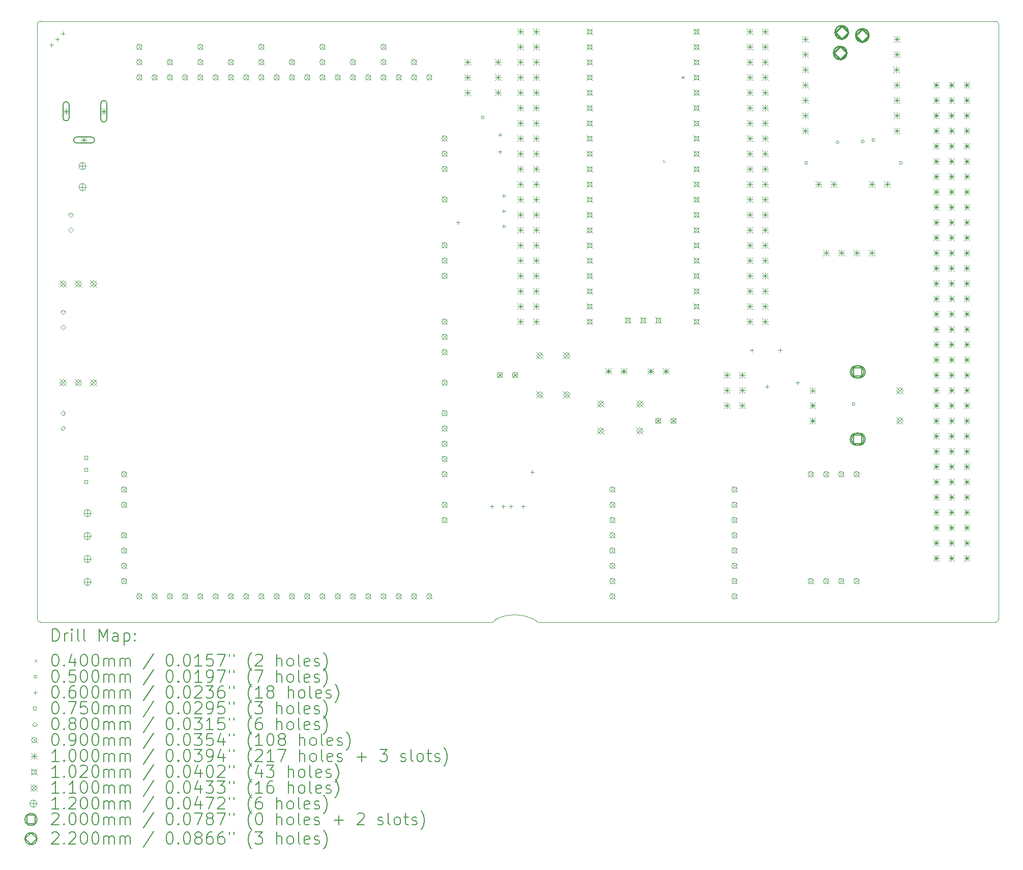
<source format=gbr>
%TF.GenerationSoftware,KiCad,Pcbnew,(6.0.7)*%
%TF.CreationDate,2022-11-12T16:25:57+00:00*%
%TF.ProjectId,pico-euro,7069636f-2d65-4757-926f-2e6b69636164,rev?*%
%TF.SameCoordinates,Original*%
%TF.FileFunction,Drillmap*%
%TF.FilePolarity,Positive*%
%FSLAX45Y45*%
G04 Gerber Fmt 4.5, Leading zero omitted, Abs format (unit mm)*
G04 Created by KiCad (PCBNEW (6.0.7)) date 2022-11-12 16:25:57*
%MOMM*%
%LPD*%
G01*
G04 APERTURE LIST*
%ADD10C,0.100000*%
%ADD11C,0.200000*%
%ADD12C,0.040000*%
%ADD13C,0.050000*%
%ADD14C,0.060000*%
%ADD15C,0.075000*%
%ADD16C,0.080000*%
%ADD17C,0.090000*%
%ADD18C,0.102000*%
%ADD19C,0.110000*%
%ADD20C,0.120000*%
%ADD21C,0.220000*%
G04 APERTURE END LIST*
D10*
X2874000Y-13586000D02*
G75*
G03*
X2924000Y-13636000I50000J0D01*
G01*
X18874000Y-3686000D02*
G75*
G03*
X18824000Y-3636000I-50000J0D01*
G01*
X2924000Y-13636000D02*
X10441000Y-13636000D01*
X11203000Y-13636000D02*
X11139500Y-13589000D01*
X18874000Y-3686000D02*
X18874000Y-13586000D01*
X10441000Y-13636000D02*
X10504500Y-13589000D01*
X2924000Y-3636000D02*
X18824000Y-3636000D01*
X11139500Y-13589000D02*
G75*
G03*
X10504500Y-13589000I-317500J-635000D01*
G01*
X2924000Y-3636000D02*
G75*
G03*
X2874000Y-3686000I0J-50000D01*
G01*
X2874000Y-13586000D02*
X2874000Y-3686000D01*
X18824000Y-13636000D02*
X11203000Y-13636000D01*
X18824000Y-13636000D02*
G75*
G03*
X18874000Y-13586000I0J50000D01*
G01*
D11*
D12*
X13283250Y-5949000D02*
X13323250Y-5989000D01*
X13323250Y-5949000D02*
X13283250Y-5989000D01*
X13600750Y-4552000D02*
X13640750Y-4592000D01*
X13640750Y-4552000D02*
X13600750Y-4592000D01*
D13*
X10312000Y-5238750D02*
G75*
G03*
X10312000Y-5238750I-25000J0D01*
G01*
X15696800Y-5994400D02*
G75*
G03*
X15696800Y-5994400I-25000J0D01*
G01*
X16217500Y-5651500D02*
G75*
G03*
X16217500Y-5651500I-25000J0D01*
G01*
X16484200Y-10007600D02*
G75*
G03*
X16484200Y-10007600I-25000J0D01*
G01*
X16636600Y-5638800D02*
G75*
G03*
X16636600Y-5638800I-25000J0D01*
G01*
X16814400Y-5613400D02*
G75*
G03*
X16814400Y-5613400I-25000J0D01*
G01*
X17271600Y-5994400D02*
G75*
G03*
X17271600Y-5994400I-25000J0D01*
G01*
D14*
X3111500Y-4002250D02*
X3111500Y-4062250D01*
X3081500Y-4032250D02*
X3141500Y-4032250D01*
X3206750Y-3907000D02*
X3206750Y-3967000D01*
X3176750Y-3937000D02*
X3236750Y-3937000D01*
X3302000Y-3811750D02*
X3302000Y-3871750D01*
X3272000Y-3841750D02*
X3332000Y-3841750D01*
X9874250Y-6955000D02*
X9874250Y-7015000D01*
X9844250Y-6985000D02*
X9904250Y-6985000D01*
X10439400Y-11679400D02*
X10439400Y-11739400D01*
X10409400Y-11709400D02*
X10469400Y-11709400D01*
X10572750Y-5494500D02*
X10572750Y-5554500D01*
X10542750Y-5524500D02*
X10602750Y-5524500D01*
X10572750Y-5780250D02*
X10572750Y-5840250D01*
X10542750Y-5810250D02*
X10602750Y-5810250D01*
X10629900Y-11679400D02*
X10629900Y-11739400D01*
X10599900Y-11709400D02*
X10659900Y-11709400D01*
X10636250Y-6510500D02*
X10636250Y-6570500D01*
X10606250Y-6540500D02*
X10666250Y-6540500D01*
X10636250Y-6764500D02*
X10636250Y-6824500D01*
X10606250Y-6794500D02*
X10666250Y-6794500D01*
X10636250Y-7018500D02*
X10636250Y-7078500D01*
X10606250Y-7048500D02*
X10666250Y-7048500D01*
X10756900Y-11679400D02*
X10756900Y-11739400D01*
X10726900Y-11709400D02*
X10786900Y-11709400D01*
X10960100Y-11679400D02*
X10960100Y-11739400D01*
X10930100Y-11709400D02*
X10990100Y-11709400D01*
X11112500Y-11107900D02*
X11112500Y-11167900D01*
X11082500Y-11137900D02*
X11142500Y-11137900D01*
X14763750Y-9082250D02*
X14763750Y-9142250D01*
X14733750Y-9112250D02*
X14793750Y-9112250D01*
X15017750Y-9685500D02*
X15017750Y-9745500D01*
X14987750Y-9715500D02*
X15047750Y-9715500D01*
X15240000Y-9082250D02*
X15240000Y-9142250D01*
X15210000Y-9112250D02*
X15270000Y-9112250D01*
X15525750Y-9622000D02*
X15525750Y-9682000D01*
X15495750Y-9652000D02*
X15555750Y-9652000D01*
D15*
X3709517Y-10926317D02*
X3709517Y-10873283D01*
X3656483Y-10873283D01*
X3656483Y-10926317D01*
X3709517Y-10926317D01*
X3709517Y-11126317D02*
X3709517Y-11073283D01*
X3656483Y-11073283D01*
X3656483Y-11126317D01*
X3709517Y-11126317D01*
X3709517Y-11326317D02*
X3709517Y-11273283D01*
X3656483Y-11273283D01*
X3656483Y-11326317D01*
X3709517Y-11326317D01*
D16*
X3300000Y-10200000D02*
X3340000Y-10160000D01*
X3300000Y-10120000D01*
X3260000Y-10160000D01*
X3300000Y-10200000D01*
X3300000Y-10450000D02*
X3340000Y-10410000D01*
X3300000Y-10370000D01*
X3260000Y-10410000D01*
X3300000Y-10450000D01*
X3302000Y-8517250D02*
X3342000Y-8477250D01*
X3302000Y-8437250D01*
X3262000Y-8477250D01*
X3302000Y-8517250D01*
X3302000Y-8767250D02*
X3342000Y-8727250D01*
X3302000Y-8687250D01*
X3262000Y-8727250D01*
X3302000Y-8767250D01*
X3429000Y-6900000D02*
X3469000Y-6860000D01*
X3429000Y-6820000D01*
X3389000Y-6860000D01*
X3429000Y-6900000D01*
X3429000Y-7150000D02*
X3469000Y-7110000D01*
X3429000Y-7070000D01*
X3389000Y-7110000D01*
X3429000Y-7150000D01*
D17*
X4273000Y-11131000D02*
X4363000Y-11221000D01*
X4363000Y-11131000D02*
X4273000Y-11221000D01*
X4363000Y-11176000D02*
G75*
G03*
X4363000Y-11176000I-45000J0D01*
G01*
X4273000Y-11385000D02*
X4363000Y-11475000D01*
X4363000Y-11385000D02*
X4273000Y-11475000D01*
X4363000Y-11430000D02*
G75*
G03*
X4363000Y-11430000I-45000J0D01*
G01*
X4273000Y-11639000D02*
X4363000Y-11729000D01*
X4363000Y-11639000D02*
X4273000Y-11729000D01*
X4363000Y-11684000D02*
G75*
G03*
X4363000Y-11684000I-45000J0D01*
G01*
X4273000Y-12147000D02*
X4363000Y-12237000D01*
X4363000Y-12147000D02*
X4273000Y-12237000D01*
X4363000Y-12192000D02*
G75*
G03*
X4363000Y-12192000I-45000J0D01*
G01*
X4273000Y-12401000D02*
X4363000Y-12491000D01*
X4363000Y-12401000D02*
X4273000Y-12491000D01*
X4363000Y-12446000D02*
G75*
G03*
X4363000Y-12446000I-45000J0D01*
G01*
X4273000Y-12655000D02*
X4363000Y-12745000D01*
X4363000Y-12655000D02*
X4273000Y-12745000D01*
X4363000Y-12700000D02*
G75*
G03*
X4363000Y-12700000I-45000J0D01*
G01*
X4273000Y-12909000D02*
X4363000Y-12999000D01*
X4363000Y-12909000D02*
X4273000Y-12999000D01*
X4363000Y-12954000D02*
G75*
G03*
X4363000Y-12954000I-45000J0D01*
G01*
X4527000Y-4019000D02*
X4617000Y-4109000D01*
X4617000Y-4019000D02*
X4527000Y-4109000D01*
X4617000Y-4064000D02*
G75*
G03*
X4617000Y-4064000I-45000J0D01*
G01*
X4527000Y-4273000D02*
X4617000Y-4363000D01*
X4617000Y-4273000D02*
X4527000Y-4363000D01*
X4617000Y-4318000D02*
G75*
G03*
X4617000Y-4318000I-45000J0D01*
G01*
X4527000Y-4527000D02*
X4617000Y-4617000D01*
X4617000Y-4527000D02*
X4527000Y-4617000D01*
X4617000Y-4572000D02*
G75*
G03*
X4617000Y-4572000I-45000J0D01*
G01*
X4527000Y-13163000D02*
X4617000Y-13253000D01*
X4617000Y-13163000D02*
X4527000Y-13253000D01*
X4617000Y-13208000D02*
G75*
G03*
X4617000Y-13208000I-45000J0D01*
G01*
X4781000Y-4527000D02*
X4871000Y-4617000D01*
X4871000Y-4527000D02*
X4781000Y-4617000D01*
X4871000Y-4572000D02*
G75*
G03*
X4871000Y-4572000I-45000J0D01*
G01*
X4781000Y-13163000D02*
X4871000Y-13253000D01*
X4871000Y-13163000D02*
X4781000Y-13253000D01*
X4871000Y-13208000D02*
G75*
G03*
X4871000Y-13208000I-45000J0D01*
G01*
X5035000Y-4273000D02*
X5125000Y-4363000D01*
X5125000Y-4273000D02*
X5035000Y-4363000D01*
X5125000Y-4318000D02*
G75*
G03*
X5125000Y-4318000I-45000J0D01*
G01*
X5035000Y-4527000D02*
X5125000Y-4617000D01*
X5125000Y-4527000D02*
X5035000Y-4617000D01*
X5125000Y-4572000D02*
G75*
G03*
X5125000Y-4572000I-45000J0D01*
G01*
X5035000Y-13163000D02*
X5125000Y-13253000D01*
X5125000Y-13163000D02*
X5035000Y-13253000D01*
X5125000Y-13208000D02*
G75*
G03*
X5125000Y-13208000I-45000J0D01*
G01*
X5289000Y-4527000D02*
X5379000Y-4617000D01*
X5379000Y-4527000D02*
X5289000Y-4617000D01*
X5379000Y-4572000D02*
G75*
G03*
X5379000Y-4572000I-45000J0D01*
G01*
X5289000Y-13163000D02*
X5379000Y-13253000D01*
X5379000Y-13163000D02*
X5289000Y-13253000D01*
X5379000Y-13208000D02*
G75*
G03*
X5379000Y-13208000I-45000J0D01*
G01*
X5543000Y-4019000D02*
X5633000Y-4109000D01*
X5633000Y-4019000D02*
X5543000Y-4109000D01*
X5633000Y-4064000D02*
G75*
G03*
X5633000Y-4064000I-45000J0D01*
G01*
X5543000Y-4273000D02*
X5633000Y-4363000D01*
X5633000Y-4273000D02*
X5543000Y-4363000D01*
X5633000Y-4318000D02*
G75*
G03*
X5633000Y-4318000I-45000J0D01*
G01*
X5543000Y-4527000D02*
X5633000Y-4617000D01*
X5633000Y-4527000D02*
X5543000Y-4617000D01*
X5633000Y-4572000D02*
G75*
G03*
X5633000Y-4572000I-45000J0D01*
G01*
X5543000Y-13163000D02*
X5633000Y-13253000D01*
X5633000Y-13163000D02*
X5543000Y-13253000D01*
X5633000Y-13208000D02*
G75*
G03*
X5633000Y-13208000I-45000J0D01*
G01*
X5797000Y-4527000D02*
X5887000Y-4617000D01*
X5887000Y-4527000D02*
X5797000Y-4617000D01*
X5887000Y-4572000D02*
G75*
G03*
X5887000Y-4572000I-45000J0D01*
G01*
X5797000Y-13163000D02*
X5887000Y-13253000D01*
X5887000Y-13163000D02*
X5797000Y-13253000D01*
X5887000Y-13208000D02*
G75*
G03*
X5887000Y-13208000I-45000J0D01*
G01*
X6051000Y-4273000D02*
X6141000Y-4363000D01*
X6141000Y-4273000D02*
X6051000Y-4363000D01*
X6141000Y-4318000D02*
G75*
G03*
X6141000Y-4318000I-45000J0D01*
G01*
X6051000Y-4527000D02*
X6141000Y-4617000D01*
X6141000Y-4527000D02*
X6051000Y-4617000D01*
X6141000Y-4572000D02*
G75*
G03*
X6141000Y-4572000I-45000J0D01*
G01*
X6051000Y-13163000D02*
X6141000Y-13253000D01*
X6141000Y-13163000D02*
X6051000Y-13253000D01*
X6141000Y-13208000D02*
G75*
G03*
X6141000Y-13208000I-45000J0D01*
G01*
X6305000Y-4527000D02*
X6395000Y-4617000D01*
X6395000Y-4527000D02*
X6305000Y-4617000D01*
X6395000Y-4572000D02*
G75*
G03*
X6395000Y-4572000I-45000J0D01*
G01*
X6305000Y-13163000D02*
X6395000Y-13253000D01*
X6395000Y-13163000D02*
X6305000Y-13253000D01*
X6395000Y-13208000D02*
G75*
G03*
X6395000Y-13208000I-45000J0D01*
G01*
X6559000Y-4019000D02*
X6649000Y-4109000D01*
X6649000Y-4019000D02*
X6559000Y-4109000D01*
X6649000Y-4064000D02*
G75*
G03*
X6649000Y-4064000I-45000J0D01*
G01*
X6559000Y-4273000D02*
X6649000Y-4363000D01*
X6649000Y-4273000D02*
X6559000Y-4363000D01*
X6649000Y-4318000D02*
G75*
G03*
X6649000Y-4318000I-45000J0D01*
G01*
X6559000Y-4527000D02*
X6649000Y-4617000D01*
X6649000Y-4527000D02*
X6559000Y-4617000D01*
X6649000Y-4572000D02*
G75*
G03*
X6649000Y-4572000I-45000J0D01*
G01*
X6559000Y-13163000D02*
X6649000Y-13253000D01*
X6649000Y-13163000D02*
X6559000Y-13253000D01*
X6649000Y-13208000D02*
G75*
G03*
X6649000Y-13208000I-45000J0D01*
G01*
X6813000Y-4527000D02*
X6903000Y-4617000D01*
X6903000Y-4527000D02*
X6813000Y-4617000D01*
X6903000Y-4572000D02*
G75*
G03*
X6903000Y-4572000I-45000J0D01*
G01*
X6813000Y-13163000D02*
X6903000Y-13253000D01*
X6903000Y-13163000D02*
X6813000Y-13253000D01*
X6903000Y-13208000D02*
G75*
G03*
X6903000Y-13208000I-45000J0D01*
G01*
X7067000Y-4273000D02*
X7157000Y-4363000D01*
X7157000Y-4273000D02*
X7067000Y-4363000D01*
X7157000Y-4318000D02*
G75*
G03*
X7157000Y-4318000I-45000J0D01*
G01*
X7067000Y-4527000D02*
X7157000Y-4617000D01*
X7157000Y-4527000D02*
X7067000Y-4617000D01*
X7157000Y-4572000D02*
G75*
G03*
X7157000Y-4572000I-45000J0D01*
G01*
X7067000Y-13163000D02*
X7157000Y-13253000D01*
X7157000Y-13163000D02*
X7067000Y-13253000D01*
X7157000Y-13208000D02*
G75*
G03*
X7157000Y-13208000I-45000J0D01*
G01*
X7321000Y-4527000D02*
X7411000Y-4617000D01*
X7411000Y-4527000D02*
X7321000Y-4617000D01*
X7411000Y-4572000D02*
G75*
G03*
X7411000Y-4572000I-45000J0D01*
G01*
X7321000Y-13163000D02*
X7411000Y-13253000D01*
X7411000Y-13163000D02*
X7321000Y-13253000D01*
X7411000Y-13208000D02*
G75*
G03*
X7411000Y-13208000I-45000J0D01*
G01*
X7575000Y-4019000D02*
X7665000Y-4109000D01*
X7665000Y-4019000D02*
X7575000Y-4109000D01*
X7665000Y-4064000D02*
G75*
G03*
X7665000Y-4064000I-45000J0D01*
G01*
X7575000Y-4273000D02*
X7665000Y-4363000D01*
X7665000Y-4273000D02*
X7575000Y-4363000D01*
X7665000Y-4318000D02*
G75*
G03*
X7665000Y-4318000I-45000J0D01*
G01*
X7575000Y-4527000D02*
X7665000Y-4617000D01*
X7665000Y-4527000D02*
X7575000Y-4617000D01*
X7665000Y-4572000D02*
G75*
G03*
X7665000Y-4572000I-45000J0D01*
G01*
X7575000Y-13163000D02*
X7665000Y-13253000D01*
X7665000Y-13163000D02*
X7575000Y-13253000D01*
X7665000Y-13208000D02*
G75*
G03*
X7665000Y-13208000I-45000J0D01*
G01*
X7829000Y-4527000D02*
X7919000Y-4617000D01*
X7919000Y-4527000D02*
X7829000Y-4617000D01*
X7919000Y-4572000D02*
G75*
G03*
X7919000Y-4572000I-45000J0D01*
G01*
X7829000Y-13163000D02*
X7919000Y-13253000D01*
X7919000Y-13163000D02*
X7829000Y-13253000D01*
X7919000Y-13208000D02*
G75*
G03*
X7919000Y-13208000I-45000J0D01*
G01*
X8083000Y-4273000D02*
X8173000Y-4363000D01*
X8173000Y-4273000D02*
X8083000Y-4363000D01*
X8173000Y-4318000D02*
G75*
G03*
X8173000Y-4318000I-45000J0D01*
G01*
X8083000Y-4527000D02*
X8173000Y-4617000D01*
X8173000Y-4527000D02*
X8083000Y-4617000D01*
X8173000Y-4572000D02*
G75*
G03*
X8173000Y-4572000I-45000J0D01*
G01*
X8083000Y-13163000D02*
X8173000Y-13253000D01*
X8173000Y-13163000D02*
X8083000Y-13253000D01*
X8173000Y-13208000D02*
G75*
G03*
X8173000Y-13208000I-45000J0D01*
G01*
X8337000Y-4527000D02*
X8427000Y-4617000D01*
X8427000Y-4527000D02*
X8337000Y-4617000D01*
X8427000Y-4572000D02*
G75*
G03*
X8427000Y-4572000I-45000J0D01*
G01*
X8337000Y-13163000D02*
X8427000Y-13253000D01*
X8427000Y-13163000D02*
X8337000Y-13253000D01*
X8427000Y-13208000D02*
G75*
G03*
X8427000Y-13208000I-45000J0D01*
G01*
X8591000Y-4019000D02*
X8681000Y-4109000D01*
X8681000Y-4019000D02*
X8591000Y-4109000D01*
X8681000Y-4064000D02*
G75*
G03*
X8681000Y-4064000I-45000J0D01*
G01*
X8591000Y-4273000D02*
X8681000Y-4363000D01*
X8681000Y-4273000D02*
X8591000Y-4363000D01*
X8681000Y-4318000D02*
G75*
G03*
X8681000Y-4318000I-45000J0D01*
G01*
X8591000Y-4527000D02*
X8681000Y-4617000D01*
X8681000Y-4527000D02*
X8591000Y-4617000D01*
X8681000Y-4572000D02*
G75*
G03*
X8681000Y-4572000I-45000J0D01*
G01*
X8591000Y-13163000D02*
X8681000Y-13253000D01*
X8681000Y-13163000D02*
X8591000Y-13253000D01*
X8681000Y-13208000D02*
G75*
G03*
X8681000Y-13208000I-45000J0D01*
G01*
X8845000Y-4527000D02*
X8935000Y-4617000D01*
X8935000Y-4527000D02*
X8845000Y-4617000D01*
X8935000Y-4572000D02*
G75*
G03*
X8935000Y-4572000I-45000J0D01*
G01*
X8845000Y-13163000D02*
X8935000Y-13253000D01*
X8935000Y-13163000D02*
X8845000Y-13253000D01*
X8935000Y-13208000D02*
G75*
G03*
X8935000Y-13208000I-45000J0D01*
G01*
X9099000Y-4273000D02*
X9189000Y-4363000D01*
X9189000Y-4273000D02*
X9099000Y-4363000D01*
X9189000Y-4318000D02*
G75*
G03*
X9189000Y-4318000I-45000J0D01*
G01*
X9099000Y-4527000D02*
X9189000Y-4617000D01*
X9189000Y-4527000D02*
X9099000Y-4617000D01*
X9189000Y-4572000D02*
G75*
G03*
X9189000Y-4572000I-45000J0D01*
G01*
X9099000Y-13163000D02*
X9189000Y-13253000D01*
X9189000Y-13163000D02*
X9099000Y-13253000D01*
X9189000Y-13208000D02*
G75*
G03*
X9189000Y-13208000I-45000J0D01*
G01*
X9353000Y-4527000D02*
X9443000Y-4617000D01*
X9443000Y-4527000D02*
X9353000Y-4617000D01*
X9443000Y-4572000D02*
G75*
G03*
X9443000Y-4572000I-45000J0D01*
G01*
X9353000Y-13163000D02*
X9443000Y-13253000D01*
X9443000Y-13163000D02*
X9353000Y-13253000D01*
X9443000Y-13208000D02*
G75*
G03*
X9443000Y-13208000I-45000J0D01*
G01*
X9607000Y-5543000D02*
X9697000Y-5633000D01*
X9697000Y-5543000D02*
X9607000Y-5633000D01*
X9697000Y-5588000D02*
G75*
G03*
X9697000Y-5588000I-45000J0D01*
G01*
X9607000Y-5797000D02*
X9697000Y-5887000D01*
X9697000Y-5797000D02*
X9607000Y-5887000D01*
X9697000Y-5842000D02*
G75*
G03*
X9697000Y-5842000I-45000J0D01*
G01*
X9607000Y-6051000D02*
X9697000Y-6141000D01*
X9697000Y-6051000D02*
X9607000Y-6141000D01*
X9697000Y-6096000D02*
G75*
G03*
X9697000Y-6096000I-45000J0D01*
G01*
X9607000Y-6559000D02*
X9697000Y-6649000D01*
X9697000Y-6559000D02*
X9607000Y-6649000D01*
X9697000Y-6604000D02*
G75*
G03*
X9697000Y-6604000I-45000J0D01*
G01*
X9607000Y-7321000D02*
X9697000Y-7411000D01*
X9697000Y-7321000D02*
X9607000Y-7411000D01*
X9697000Y-7366000D02*
G75*
G03*
X9697000Y-7366000I-45000J0D01*
G01*
X9607000Y-7575000D02*
X9697000Y-7665000D01*
X9697000Y-7575000D02*
X9607000Y-7665000D01*
X9697000Y-7620000D02*
G75*
G03*
X9697000Y-7620000I-45000J0D01*
G01*
X9607000Y-7829000D02*
X9697000Y-7919000D01*
X9697000Y-7829000D02*
X9607000Y-7919000D01*
X9697000Y-7874000D02*
G75*
G03*
X9697000Y-7874000I-45000J0D01*
G01*
X9607000Y-8591000D02*
X9697000Y-8681000D01*
X9697000Y-8591000D02*
X9607000Y-8681000D01*
X9697000Y-8636000D02*
G75*
G03*
X9697000Y-8636000I-45000J0D01*
G01*
X9607000Y-8845000D02*
X9697000Y-8935000D01*
X9697000Y-8845000D02*
X9607000Y-8935000D01*
X9697000Y-8890000D02*
G75*
G03*
X9697000Y-8890000I-45000J0D01*
G01*
X9607000Y-9099000D02*
X9697000Y-9189000D01*
X9697000Y-9099000D02*
X9607000Y-9189000D01*
X9697000Y-9144000D02*
G75*
G03*
X9697000Y-9144000I-45000J0D01*
G01*
X9607000Y-9607000D02*
X9697000Y-9697000D01*
X9697000Y-9607000D02*
X9607000Y-9697000D01*
X9697000Y-9652000D02*
G75*
G03*
X9697000Y-9652000I-45000J0D01*
G01*
X9607000Y-10115000D02*
X9697000Y-10205000D01*
X9697000Y-10115000D02*
X9607000Y-10205000D01*
X9697000Y-10160000D02*
G75*
G03*
X9697000Y-10160000I-45000J0D01*
G01*
X9607000Y-10369000D02*
X9697000Y-10459000D01*
X9697000Y-10369000D02*
X9607000Y-10459000D01*
X9697000Y-10414000D02*
G75*
G03*
X9697000Y-10414000I-45000J0D01*
G01*
X9607000Y-10623000D02*
X9697000Y-10713000D01*
X9697000Y-10623000D02*
X9607000Y-10713000D01*
X9697000Y-10668000D02*
G75*
G03*
X9697000Y-10668000I-45000J0D01*
G01*
X9607000Y-10877000D02*
X9697000Y-10967000D01*
X9697000Y-10877000D02*
X9607000Y-10967000D01*
X9697000Y-10922000D02*
G75*
G03*
X9697000Y-10922000I-45000J0D01*
G01*
X9607000Y-11131000D02*
X9697000Y-11221000D01*
X9697000Y-11131000D02*
X9607000Y-11221000D01*
X9697000Y-11176000D02*
G75*
G03*
X9697000Y-11176000I-45000J0D01*
G01*
X9607000Y-11639000D02*
X9697000Y-11729000D01*
X9697000Y-11639000D02*
X9607000Y-11729000D01*
X9697000Y-11684000D02*
G75*
G03*
X9697000Y-11684000I-45000J0D01*
G01*
X9607000Y-11893000D02*
X9697000Y-11983000D01*
X9697000Y-11893000D02*
X9607000Y-11983000D01*
X9697000Y-11938000D02*
G75*
G03*
X9697000Y-11938000I-45000J0D01*
G01*
X10528250Y-9480000D02*
X10618250Y-9570000D01*
X10618250Y-9480000D02*
X10528250Y-9570000D01*
X10618250Y-9525000D02*
G75*
G03*
X10618250Y-9525000I-45000J0D01*
G01*
X10782250Y-9480000D02*
X10872250Y-9570000D01*
X10872250Y-9480000D02*
X10782250Y-9570000D01*
X10872250Y-9525000D02*
G75*
G03*
X10872250Y-9525000I-45000J0D01*
G01*
X12401000Y-11385000D02*
X12491000Y-11475000D01*
X12491000Y-11385000D02*
X12401000Y-11475000D01*
X12491000Y-11430000D02*
G75*
G03*
X12491000Y-11430000I-45000J0D01*
G01*
X12401000Y-11639000D02*
X12491000Y-11729000D01*
X12491000Y-11639000D02*
X12401000Y-11729000D01*
X12491000Y-11684000D02*
G75*
G03*
X12491000Y-11684000I-45000J0D01*
G01*
X12401000Y-11893000D02*
X12491000Y-11983000D01*
X12491000Y-11893000D02*
X12401000Y-11983000D01*
X12491000Y-11938000D02*
G75*
G03*
X12491000Y-11938000I-45000J0D01*
G01*
X12401000Y-12147000D02*
X12491000Y-12237000D01*
X12491000Y-12147000D02*
X12401000Y-12237000D01*
X12491000Y-12192000D02*
G75*
G03*
X12491000Y-12192000I-45000J0D01*
G01*
X12401000Y-12401000D02*
X12491000Y-12491000D01*
X12491000Y-12401000D02*
X12401000Y-12491000D01*
X12491000Y-12446000D02*
G75*
G03*
X12491000Y-12446000I-45000J0D01*
G01*
X12401000Y-12655000D02*
X12491000Y-12745000D01*
X12491000Y-12655000D02*
X12401000Y-12745000D01*
X12491000Y-12700000D02*
G75*
G03*
X12491000Y-12700000I-45000J0D01*
G01*
X12401000Y-12909000D02*
X12491000Y-12999000D01*
X12491000Y-12909000D02*
X12401000Y-12999000D01*
X12491000Y-12954000D02*
G75*
G03*
X12491000Y-12954000I-45000J0D01*
G01*
X12401000Y-13163000D02*
X12491000Y-13253000D01*
X12491000Y-13163000D02*
X12401000Y-13253000D01*
X12491000Y-13208000D02*
G75*
G03*
X12491000Y-13208000I-45000J0D01*
G01*
X13162500Y-10242000D02*
X13252500Y-10332000D01*
X13252500Y-10242000D02*
X13162500Y-10332000D01*
X13252500Y-10287000D02*
G75*
G03*
X13252500Y-10287000I-45000J0D01*
G01*
X13416500Y-10242000D02*
X13506500Y-10332000D01*
X13506500Y-10242000D02*
X13416500Y-10332000D01*
X13506500Y-10287000D02*
G75*
G03*
X13506500Y-10287000I-45000J0D01*
G01*
X14433000Y-11385000D02*
X14523000Y-11475000D01*
X14523000Y-11385000D02*
X14433000Y-11475000D01*
X14523000Y-11430000D02*
G75*
G03*
X14523000Y-11430000I-45000J0D01*
G01*
X14433000Y-11639000D02*
X14523000Y-11729000D01*
X14523000Y-11639000D02*
X14433000Y-11729000D01*
X14523000Y-11684000D02*
G75*
G03*
X14523000Y-11684000I-45000J0D01*
G01*
X14433000Y-11893000D02*
X14523000Y-11983000D01*
X14523000Y-11893000D02*
X14433000Y-11983000D01*
X14523000Y-11938000D02*
G75*
G03*
X14523000Y-11938000I-45000J0D01*
G01*
X14433000Y-12147000D02*
X14523000Y-12237000D01*
X14523000Y-12147000D02*
X14433000Y-12237000D01*
X14523000Y-12192000D02*
G75*
G03*
X14523000Y-12192000I-45000J0D01*
G01*
X14433000Y-12401000D02*
X14523000Y-12491000D01*
X14523000Y-12401000D02*
X14433000Y-12491000D01*
X14523000Y-12446000D02*
G75*
G03*
X14523000Y-12446000I-45000J0D01*
G01*
X14433000Y-12655000D02*
X14523000Y-12745000D01*
X14523000Y-12655000D02*
X14433000Y-12745000D01*
X14523000Y-12700000D02*
G75*
G03*
X14523000Y-12700000I-45000J0D01*
G01*
X14433000Y-12909000D02*
X14523000Y-12999000D01*
X14523000Y-12909000D02*
X14433000Y-12999000D01*
X14523000Y-12954000D02*
G75*
G03*
X14523000Y-12954000I-45000J0D01*
G01*
X14433000Y-13163000D02*
X14523000Y-13253000D01*
X14523000Y-13163000D02*
X14433000Y-13253000D01*
X14523000Y-13208000D02*
G75*
G03*
X14523000Y-13208000I-45000J0D01*
G01*
X15703000Y-11131000D02*
X15793000Y-11221000D01*
X15793000Y-11131000D02*
X15703000Y-11221000D01*
X15793000Y-11176000D02*
G75*
G03*
X15793000Y-11176000I-45000J0D01*
G01*
X15703000Y-12909000D02*
X15793000Y-12999000D01*
X15793000Y-12909000D02*
X15703000Y-12999000D01*
X15793000Y-12954000D02*
G75*
G03*
X15793000Y-12954000I-45000J0D01*
G01*
X15957000Y-11131000D02*
X16047000Y-11221000D01*
X16047000Y-11131000D02*
X15957000Y-11221000D01*
X16047000Y-11176000D02*
G75*
G03*
X16047000Y-11176000I-45000J0D01*
G01*
X15957000Y-12909000D02*
X16047000Y-12999000D01*
X16047000Y-12909000D02*
X15957000Y-12999000D01*
X16047000Y-12954000D02*
G75*
G03*
X16047000Y-12954000I-45000J0D01*
G01*
X16211000Y-11131000D02*
X16301000Y-11221000D01*
X16301000Y-11131000D02*
X16211000Y-11221000D01*
X16301000Y-11176000D02*
G75*
G03*
X16301000Y-11176000I-45000J0D01*
G01*
X16211000Y-12909000D02*
X16301000Y-12999000D01*
X16301000Y-12909000D02*
X16211000Y-12999000D01*
X16301000Y-12954000D02*
G75*
G03*
X16301000Y-12954000I-45000J0D01*
G01*
X16465000Y-11131000D02*
X16555000Y-11221000D01*
X16555000Y-11131000D02*
X16465000Y-11221000D01*
X16555000Y-11176000D02*
G75*
G03*
X16555000Y-11176000I-45000J0D01*
G01*
X16465000Y-12909000D02*
X16555000Y-12999000D01*
X16555000Y-12909000D02*
X16465000Y-12999000D01*
X16555000Y-12954000D02*
G75*
G03*
X16555000Y-12954000I-45000J0D01*
G01*
D10*
X3302000Y-5086000D02*
X3402000Y-5186000D01*
X3402000Y-5086000D02*
X3302000Y-5186000D01*
X3352000Y-5086000D02*
X3352000Y-5186000D01*
X3302000Y-5136000D02*
X3402000Y-5136000D01*
D11*
X3302000Y-5026000D02*
X3302000Y-5246000D01*
X3402000Y-5026000D02*
X3402000Y-5246000D01*
X3302000Y-5246000D02*
G75*
G03*
X3402000Y-5246000I50000J0D01*
G01*
X3402000Y-5026000D02*
G75*
G03*
X3302000Y-5026000I-50000J0D01*
G01*
D10*
X3602000Y-5566000D02*
X3702000Y-5666000D01*
X3702000Y-5566000D02*
X3602000Y-5666000D01*
X3652000Y-5566000D02*
X3652000Y-5666000D01*
X3602000Y-5616000D02*
X3702000Y-5616000D01*
D11*
X3777000Y-5566000D02*
X3527000Y-5566000D01*
X3777000Y-5666000D02*
X3527000Y-5666000D01*
X3527000Y-5566000D02*
G75*
G03*
X3527000Y-5666000I0J-50000D01*
G01*
X3777000Y-5666000D02*
G75*
G03*
X3777000Y-5566000I0J50000D01*
G01*
D10*
X3932000Y-5086000D02*
X4032000Y-5186000D01*
X4032000Y-5086000D02*
X3932000Y-5186000D01*
X3982000Y-5086000D02*
X3982000Y-5186000D01*
X3932000Y-5136000D02*
X4032000Y-5136000D01*
D11*
X3932000Y-5006000D02*
X3932000Y-5266000D01*
X4032000Y-5006000D02*
X4032000Y-5266000D01*
X3932000Y-5266000D02*
G75*
G03*
X4032000Y-5266000I50000J0D01*
G01*
X4032000Y-5006000D02*
G75*
G03*
X3932000Y-5006000I-50000J0D01*
G01*
D10*
X9983000Y-4268000D02*
X10083000Y-4368000D01*
X10083000Y-4268000D02*
X9983000Y-4368000D01*
X10033000Y-4268000D02*
X10033000Y-4368000D01*
X9983000Y-4318000D02*
X10083000Y-4318000D01*
X9983000Y-4522000D02*
X10083000Y-4622000D01*
X10083000Y-4522000D02*
X9983000Y-4622000D01*
X10033000Y-4522000D02*
X10033000Y-4622000D01*
X9983000Y-4572000D02*
X10083000Y-4572000D01*
X9983000Y-4776000D02*
X10083000Y-4876000D01*
X10083000Y-4776000D02*
X9983000Y-4876000D01*
X10033000Y-4776000D02*
X10033000Y-4876000D01*
X9983000Y-4826000D02*
X10083000Y-4826000D01*
X10491000Y-4268000D02*
X10591000Y-4368000D01*
X10591000Y-4268000D02*
X10491000Y-4368000D01*
X10541000Y-4268000D02*
X10541000Y-4368000D01*
X10491000Y-4318000D02*
X10591000Y-4318000D01*
X10491000Y-4522000D02*
X10591000Y-4622000D01*
X10591000Y-4522000D02*
X10491000Y-4622000D01*
X10541000Y-4522000D02*
X10541000Y-4622000D01*
X10491000Y-4572000D02*
X10591000Y-4572000D01*
X10491000Y-4776000D02*
X10591000Y-4876000D01*
X10591000Y-4776000D02*
X10491000Y-4876000D01*
X10541000Y-4776000D02*
X10541000Y-4876000D01*
X10491000Y-4826000D02*
X10591000Y-4826000D01*
X10866000Y-3760000D02*
X10966000Y-3860000D01*
X10966000Y-3760000D02*
X10866000Y-3860000D01*
X10916000Y-3760000D02*
X10916000Y-3860000D01*
X10866000Y-3810000D02*
X10966000Y-3810000D01*
X10866000Y-4014000D02*
X10966000Y-4114000D01*
X10966000Y-4014000D02*
X10866000Y-4114000D01*
X10916000Y-4014000D02*
X10916000Y-4114000D01*
X10866000Y-4064000D02*
X10966000Y-4064000D01*
X10866000Y-4268000D02*
X10966000Y-4368000D01*
X10966000Y-4268000D02*
X10866000Y-4368000D01*
X10916000Y-4268000D02*
X10916000Y-4368000D01*
X10866000Y-4318000D02*
X10966000Y-4318000D01*
X10866000Y-4522000D02*
X10966000Y-4622000D01*
X10966000Y-4522000D02*
X10866000Y-4622000D01*
X10916000Y-4522000D02*
X10916000Y-4622000D01*
X10866000Y-4572000D02*
X10966000Y-4572000D01*
X10866000Y-4776000D02*
X10966000Y-4876000D01*
X10966000Y-4776000D02*
X10866000Y-4876000D01*
X10916000Y-4776000D02*
X10916000Y-4876000D01*
X10866000Y-4826000D02*
X10966000Y-4826000D01*
X10866000Y-5030000D02*
X10966000Y-5130000D01*
X10966000Y-5030000D02*
X10866000Y-5130000D01*
X10916000Y-5030000D02*
X10916000Y-5130000D01*
X10866000Y-5080000D02*
X10966000Y-5080000D01*
X10866000Y-5284000D02*
X10966000Y-5384000D01*
X10966000Y-5284000D02*
X10866000Y-5384000D01*
X10916000Y-5284000D02*
X10916000Y-5384000D01*
X10866000Y-5334000D02*
X10966000Y-5334000D01*
X10866000Y-5538000D02*
X10966000Y-5638000D01*
X10966000Y-5538000D02*
X10866000Y-5638000D01*
X10916000Y-5538000D02*
X10916000Y-5638000D01*
X10866000Y-5588000D02*
X10966000Y-5588000D01*
X10866000Y-5792000D02*
X10966000Y-5892000D01*
X10966000Y-5792000D02*
X10866000Y-5892000D01*
X10916000Y-5792000D02*
X10916000Y-5892000D01*
X10866000Y-5842000D02*
X10966000Y-5842000D01*
X10866000Y-6046000D02*
X10966000Y-6146000D01*
X10966000Y-6046000D02*
X10866000Y-6146000D01*
X10916000Y-6046000D02*
X10916000Y-6146000D01*
X10866000Y-6096000D02*
X10966000Y-6096000D01*
X10866000Y-6300000D02*
X10966000Y-6400000D01*
X10966000Y-6300000D02*
X10866000Y-6400000D01*
X10916000Y-6300000D02*
X10916000Y-6400000D01*
X10866000Y-6350000D02*
X10966000Y-6350000D01*
X10866000Y-6554000D02*
X10966000Y-6654000D01*
X10966000Y-6554000D02*
X10866000Y-6654000D01*
X10916000Y-6554000D02*
X10916000Y-6654000D01*
X10866000Y-6604000D02*
X10966000Y-6604000D01*
X10866000Y-6808000D02*
X10966000Y-6908000D01*
X10966000Y-6808000D02*
X10866000Y-6908000D01*
X10916000Y-6808000D02*
X10916000Y-6908000D01*
X10866000Y-6858000D02*
X10966000Y-6858000D01*
X10866000Y-7062000D02*
X10966000Y-7162000D01*
X10966000Y-7062000D02*
X10866000Y-7162000D01*
X10916000Y-7062000D02*
X10916000Y-7162000D01*
X10866000Y-7112000D02*
X10966000Y-7112000D01*
X10866000Y-7316000D02*
X10966000Y-7416000D01*
X10966000Y-7316000D02*
X10866000Y-7416000D01*
X10916000Y-7316000D02*
X10916000Y-7416000D01*
X10866000Y-7366000D02*
X10966000Y-7366000D01*
X10866000Y-7570000D02*
X10966000Y-7670000D01*
X10966000Y-7570000D02*
X10866000Y-7670000D01*
X10916000Y-7570000D02*
X10916000Y-7670000D01*
X10866000Y-7620000D02*
X10966000Y-7620000D01*
X10866000Y-7824000D02*
X10966000Y-7924000D01*
X10966000Y-7824000D02*
X10866000Y-7924000D01*
X10916000Y-7824000D02*
X10916000Y-7924000D01*
X10866000Y-7874000D02*
X10966000Y-7874000D01*
X10866000Y-8078000D02*
X10966000Y-8178000D01*
X10966000Y-8078000D02*
X10866000Y-8178000D01*
X10916000Y-8078000D02*
X10916000Y-8178000D01*
X10866000Y-8128000D02*
X10966000Y-8128000D01*
X10866000Y-8332000D02*
X10966000Y-8432000D01*
X10966000Y-8332000D02*
X10866000Y-8432000D01*
X10916000Y-8332000D02*
X10916000Y-8432000D01*
X10866000Y-8382000D02*
X10966000Y-8382000D01*
X10866000Y-8586000D02*
X10966000Y-8686000D01*
X10966000Y-8586000D02*
X10866000Y-8686000D01*
X10916000Y-8586000D02*
X10916000Y-8686000D01*
X10866000Y-8636000D02*
X10966000Y-8636000D01*
X11126000Y-3760000D02*
X11226000Y-3860000D01*
X11226000Y-3760000D02*
X11126000Y-3860000D01*
X11176000Y-3760000D02*
X11176000Y-3860000D01*
X11126000Y-3810000D02*
X11226000Y-3810000D01*
X11126000Y-4014000D02*
X11226000Y-4114000D01*
X11226000Y-4014000D02*
X11126000Y-4114000D01*
X11176000Y-4014000D02*
X11176000Y-4114000D01*
X11126000Y-4064000D02*
X11226000Y-4064000D01*
X11126000Y-4268000D02*
X11226000Y-4368000D01*
X11226000Y-4268000D02*
X11126000Y-4368000D01*
X11176000Y-4268000D02*
X11176000Y-4368000D01*
X11126000Y-4318000D02*
X11226000Y-4318000D01*
X11126000Y-4522000D02*
X11226000Y-4622000D01*
X11226000Y-4522000D02*
X11126000Y-4622000D01*
X11176000Y-4522000D02*
X11176000Y-4622000D01*
X11126000Y-4572000D02*
X11226000Y-4572000D01*
X11126000Y-4776000D02*
X11226000Y-4876000D01*
X11226000Y-4776000D02*
X11126000Y-4876000D01*
X11176000Y-4776000D02*
X11176000Y-4876000D01*
X11126000Y-4826000D02*
X11226000Y-4826000D01*
X11126000Y-5030000D02*
X11226000Y-5130000D01*
X11226000Y-5030000D02*
X11126000Y-5130000D01*
X11176000Y-5030000D02*
X11176000Y-5130000D01*
X11126000Y-5080000D02*
X11226000Y-5080000D01*
X11126000Y-5284000D02*
X11226000Y-5384000D01*
X11226000Y-5284000D02*
X11126000Y-5384000D01*
X11176000Y-5284000D02*
X11176000Y-5384000D01*
X11126000Y-5334000D02*
X11226000Y-5334000D01*
X11126000Y-5538000D02*
X11226000Y-5638000D01*
X11226000Y-5538000D02*
X11126000Y-5638000D01*
X11176000Y-5538000D02*
X11176000Y-5638000D01*
X11126000Y-5588000D02*
X11226000Y-5588000D01*
X11126000Y-5792000D02*
X11226000Y-5892000D01*
X11226000Y-5792000D02*
X11126000Y-5892000D01*
X11176000Y-5792000D02*
X11176000Y-5892000D01*
X11126000Y-5842000D02*
X11226000Y-5842000D01*
X11126000Y-6046000D02*
X11226000Y-6146000D01*
X11226000Y-6046000D02*
X11126000Y-6146000D01*
X11176000Y-6046000D02*
X11176000Y-6146000D01*
X11126000Y-6096000D02*
X11226000Y-6096000D01*
X11126000Y-6300000D02*
X11226000Y-6400000D01*
X11226000Y-6300000D02*
X11126000Y-6400000D01*
X11176000Y-6300000D02*
X11176000Y-6400000D01*
X11126000Y-6350000D02*
X11226000Y-6350000D01*
X11126000Y-6554000D02*
X11226000Y-6654000D01*
X11226000Y-6554000D02*
X11126000Y-6654000D01*
X11176000Y-6554000D02*
X11176000Y-6654000D01*
X11126000Y-6604000D02*
X11226000Y-6604000D01*
X11126000Y-6808000D02*
X11226000Y-6908000D01*
X11226000Y-6808000D02*
X11126000Y-6908000D01*
X11176000Y-6808000D02*
X11176000Y-6908000D01*
X11126000Y-6858000D02*
X11226000Y-6858000D01*
X11126000Y-7062000D02*
X11226000Y-7162000D01*
X11226000Y-7062000D02*
X11126000Y-7162000D01*
X11176000Y-7062000D02*
X11176000Y-7162000D01*
X11126000Y-7112000D02*
X11226000Y-7112000D01*
X11126000Y-7316000D02*
X11226000Y-7416000D01*
X11226000Y-7316000D02*
X11126000Y-7416000D01*
X11176000Y-7316000D02*
X11176000Y-7416000D01*
X11126000Y-7366000D02*
X11226000Y-7366000D01*
X11126000Y-7570000D02*
X11226000Y-7670000D01*
X11226000Y-7570000D02*
X11126000Y-7670000D01*
X11176000Y-7570000D02*
X11176000Y-7670000D01*
X11126000Y-7620000D02*
X11226000Y-7620000D01*
X11126000Y-7824000D02*
X11226000Y-7924000D01*
X11226000Y-7824000D02*
X11126000Y-7924000D01*
X11176000Y-7824000D02*
X11176000Y-7924000D01*
X11126000Y-7874000D02*
X11226000Y-7874000D01*
X11126000Y-8078000D02*
X11226000Y-8178000D01*
X11226000Y-8078000D02*
X11126000Y-8178000D01*
X11176000Y-8078000D02*
X11176000Y-8178000D01*
X11126000Y-8128000D02*
X11226000Y-8128000D01*
X11126000Y-8332000D02*
X11226000Y-8432000D01*
X11226000Y-8332000D02*
X11126000Y-8432000D01*
X11176000Y-8332000D02*
X11176000Y-8432000D01*
X11126000Y-8382000D02*
X11226000Y-8382000D01*
X11126000Y-8586000D02*
X11226000Y-8686000D01*
X11226000Y-8586000D02*
X11126000Y-8686000D01*
X11176000Y-8586000D02*
X11176000Y-8686000D01*
X11126000Y-8636000D02*
X11226000Y-8636000D01*
X12332500Y-9411500D02*
X12432500Y-9511500D01*
X12432500Y-9411500D02*
X12332500Y-9511500D01*
X12382500Y-9411500D02*
X12382500Y-9511500D01*
X12332500Y-9461500D02*
X12432500Y-9461500D01*
X12586500Y-9411500D02*
X12686500Y-9511500D01*
X12686500Y-9411500D02*
X12586500Y-9511500D01*
X12636500Y-9411500D02*
X12636500Y-9511500D01*
X12586500Y-9461500D02*
X12686500Y-9461500D01*
X13031000Y-9411500D02*
X13131000Y-9511500D01*
X13131000Y-9411500D02*
X13031000Y-9511500D01*
X13081000Y-9411500D02*
X13081000Y-9511500D01*
X13031000Y-9461500D02*
X13131000Y-9461500D01*
X13285000Y-9411500D02*
X13385000Y-9511500D01*
X13385000Y-9411500D02*
X13285000Y-9511500D01*
X13335000Y-9411500D02*
X13335000Y-9511500D01*
X13285000Y-9461500D02*
X13385000Y-9461500D01*
X14301000Y-9475000D02*
X14401000Y-9575000D01*
X14401000Y-9475000D02*
X14301000Y-9575000D01*
X14351000Y-9475000D02*
X14351000Y-9575000D01*
X14301000Y-9525000D02*
X14401000Y-9525000D01*
X14301000Y-9729000D02*
X14401000Y-9829000D01*
X14401000Y-9729000D02*
X14301000Y-9829000D01*
X14351000Y-9729000D02*
X14351000Y-9829000D01*
X14301000Y-9779000D02*
X14401000Y-9779000D01*
X14301000Y-9983000D02*
X14401000Y-10083000D01*
X14401000Y-9983000D02*
X14301000Y-10083000D01*
X14351000Y-9983000D02*
X14351000Y-10083000D01*
X14301000Y-10033000D02*
X14401000Y-10033000D01*
X14555000Y-9475000D02*
X14655000Y-9575000D01*
X14655000Y-9475000D02*
X14555000Y-9575000D01*
X14605000Y-9475000D02*
X14605000Y-9575000D01*
X14555000Y-9525000D02*
X14655000Y-9525000D01*
X14555000Y-9729000D02*
X14655000Y-9829000D01*
X14655000Y-9729000D02*
X14555000Y-9829000D01*
X14605000Y-9729000D02*
X14605000Y-9829000D01*
X14555000Y-9779000D02*
X14655000Y-9779000D01*
X14555000Y-9983000D02*
X14655000Y-10083000D01*
X14655000Y-9983000D02*
X14555000Y-10083000D01*
X14605000Y-9983000D02*
X14605000Y-10083000D01*
X14555000Y-10033000D02*
X14655000Y-10033000D01*
X14682000Y-3760000D02*
X14782000Y-3860000D01*
X14782000Y-3760000D02*
X14682000Y-3860000D01*
X14732000Y-3760000D02*
X14732000Y-3860000D01*
X14682000Y-3810000D02*
X14782000Y-3810000D01*
X14682000Y-4014000D02*
X14782000Y-4114000D01*
X14782000Y-4014000D02*
X14682000Y-4114000D01*
X14732000Y-4014000D02*
X14732000Y-4114000D01*
X14682000Y-4064000D02*
X14782000Y-4064000D01*
X14682000Y-4268000D02*
X14782000Y-4368000D01*
X14782000Y-4268000D02*
X14682000Y-4368000D01*
X14732000Y-4268000D02*
X14732000Y-4368000D01*
X14682000Y-4318000D02*
X14782000Y-4318000D01*
X14682000Y-4522000D02*
X14782000Y-4622000D01*
X14782000Y-4522000D02*
X14682000Y-4622000D01*
X14732000Y-4522000D02*
X14732000Y-4622000D01*
X14682000Y-4572000D02*
X14782000Y-4572000D01*
X14682000Y-4776000D02*
X14782000Y-4876000D01*
X14782000Y-4776000D02*
X14682000Y-4876000D01*
X14732000Y-4776000D02*
X14732000Y-4876000D01*
X14682000Y-4826000D02*
X14782000Y-4826000D01*
X14682000Y-5030000D02*
X14782000Y-5130000D01*
X14782000Y-5030000D02*
X14682000Y-5130000D01*
X14732000Y-5030000D02*
X14732000Y-5130000D01*
X14682000Y-5080000D02*
X14782000Y-5080000D01*
X14682000Y-5284000D02*
X14782000Y-5384000D01*
X14782000Y-5284000D02*
X14682000Y-5384000D01*
X14732000Y-5284000D02*
X14732000Y-5384000D01*
X14682000Y-5334000D02*
X14782000Y-5334000D01*
X14682000Y-5538000D02*
X14782000Y-5638000D01*
X14782000Y-5538000D02*
X14682000Y-5638000D01*
X14732000Y-5538000D02*
X14732000Y-5638000D01*
X14682000Y-5588000D02*
X14782000Y-5588000D01*
X14682000Y-5792000D02*
X14782000Y-5892000D01*
X14782000Y-5792000D02*
X14682000Y-5892000D01*
X14732000Y-5792000D02*
X14732000Y-5892000D01*
X14682000Y-5842000D02*
X14782000Y-5842000D01*
X14682000Y-6046000D02*
X14782000Y-6146000D01*
X14782000Y-6046000D02*
X14682000Y-6146000D01*
X14732000Y-6046000D02*
X14732000Y-6146000D01*
X14682000Y-6096000D02*
X14782000Y-6096000D01*
X14682000Y-6300000D02*
X14782000Y-6400000D01*
X14782000Y-6300000D02*
X14682000Y-6400000D01*
X14732000Y-6300000D02*
X14732000Y-6400000D01*
X14682000Y-6350000D02*
X14782000Y-6350000D01*
X14682000Y-6554000D02*
X14782000Y-6654000D01*
X14782000Y-6554000D02*
X14682000Y-6654000D01*
X14732000Y-6554000D02*
X14732000Y-6654000D01*
X14682000Y-6604000D02*
X14782000Y-6604000D01*
X14682000Y-6808000D02*
X14782000Y-6908000D01*
X14782000Y-6808000D02*
X14682000Y-6908000D01*
X14732000Y-6808000D02*
X14732000Y-6908000D01*
X14682000Y-6858000D02*
X14782000Y-6858000D01*
X14682000Y-7062000D02*
X14782000Y-7162000D01*
X14782000Y-7062000D02*
X14682000Y-7162000D01*
X14732000Y-7062000D02*
X14732000Y-7162000D01*
X14682000Y-7112000D02*
X14782000Y-7112000D01*
X14682000Y-7316000D02*
X14782000Y-7416000D01*
X14782000Y-7316000D02*
X14682000Y-7416000D01*
X14732000Y-7316000D02*
X14732000Y-7416000D01*
X14682000Y-7366000D02*
X14782000Y-7366000D01*
X14682000Y-7570000D02*
X14782000Y-7670000D01*
X14782000Y-7570000D02*
X14682000Y-7670000D01*
X14732000Y-7570000D02*
X14732000Y-7670000D01*
X14682000Y-7620000D02*
X14782000Y-7620000D01*
X14682000Y-7824000D02*
X14782000Y-7924000D01*
X14782000Y-7824000D02*
X14682000Y-7924000D01*
X14732000Y-7824000D02*
X14732000Y-7924000D01*
X14682000Y-7874000D02*
X14782000Y-7874000D01*
X14682000Y-8078000D02*
X14782000Y-8178000D01*
X14782000Y-8078000D02*
X14682000Y-8178000D01*
X14732000Y-8078000D02*
X14732000Y-8178000D01*
X14682000Y-8128000D02*
X14782000Y-8128000D01*
X14682000Y-8332000D02*
X14782000Y-8432000D01*
X14782000Y-8332000D02*
X14682000Y-8432000D01*
X14732000Y-8332000D02*
X14732000Y-8432000D01*
X14682000Y-8382000D02*
X14782000Y-8382000D01*
X14682000Y-8586000D02*
X14782000Y-8686000D01*
X14782000Y-8586000D02*
X14682000Y-8686000D01*
X14732000Y-8586000D02*
X14732000Y-8686000D01*
X14682000Y-8636000D02*
X14782000Y-8636000D01*
X14936000Y-3760000D02*
X15036000Y-3860000D01*
X15036000Y-3760000D02*
X14936000Y-3860000D01*
X14986000Y-3760000D02*
X14986000Y-3860000D01*
X14936000Y-3810000D02*
X15036000Y-3810000D01*
X14936000Y-4014000D02*
X15036000Y-4114000D01*
X15036000Y-4014000D02*
X14936000Y-4114000D01*
X14986000Y-4014000D02*
X14986000Y-4114000D01*
X14936000Y-4064000D02*
X15036000Y-4064000D01*
X14936000Y-4268000D02*
X15036000Y-4368000D01*
X15036000Y-4268000D02*
X14936000Y-4368000D01*
X14986000Y-4268000D02*
X14986000Y-4368000D01*
X14936000Y-4318000D02*
X15036000Y-4318000D01*
X14936000Y-4522000D02*
X15036000Y-4622000D01*
X15036000Y-4522000D02*
X14936000Y-4622000D01*
X14986000Y-4522000D02*
X14986000Y-4622000D01*
X14936000Y-4572000D02*
X15036000Y-4572000D01*
X14936000Y-4776000D02*
X15036000Y-4876000D01*
X15036000Y-4776000D02*
X14936000Y-4876000D01*
X14986000Y-4776000D02*
X14986000Y-4876000D01*
X14936000Y-4826000D02*
X15036000Y-4826000D01*
X14936000Y-5030000D02*
X15036000Y-5130000D01*
X15036000Y-5030000D02*
X14936000Y-5130000D01*
X14986000Y-5030000D02*
X14986000Y-5130000D01*
X14936000Y-5080000D02*
X15036000Y-5080000D01*
X14936000Y-5284000D02*
X15036000Y-5384000D01*
X15036000Y-5284000D02*
X14936000Y-5384000D01*
X14986000Y-5284000D02*
X14986000Y-5384000D01*
X14936000Y-5334000D02*
X15036000Y-5334000D01*
X14936000Y-5538000D02*
X15036000Y-5638000D01*
X15036000Y-5538000D02*
X14936000Y-5638000D01*
X14986000Y-5538000D02*
X14986000Y-5638000D01*
X14936000Y-5588000D02*
X15036000Y-5588000D01*
X14936000Y-5792000D02*
X15036000Y-5892000D01*
X15036000Y-5792000D02*
X14936000Y-5892000D01*
X14986000Y-5792000D02*
X14986000Y-5892000D01*
X14936000Y-5842000D02*
X15036000Y-5842000D01*
X14936000Y-6046000D02*
X15036000Y-6146000D01*
X15036000Y-6046000D02*
X14936000Y-6146000D01*
X14986000Y-6046000D02*
X14986000Y-6146000D01*
X14936000Y-6096000D02*
X15036000Y-6096000D01*
X14936000Y-6300000D02*
X15036000Y-6400000D01*
X15036000Y-6300000D02*
X14936000Y-6400000D01*
X14986000Y-6300000D02*
X14986000Y-6400000D01*
X14936000Y-6350000D02*
X15036000Y-6350000D01*
X14936000Y-6554000D02*
X15036000Y-6654000D01*
X15036000Y-6554000D02*
X14936000Y-6654000D01*
X14986000Y-6554000D02*
X14986000Y-6654000D01*
X14936000Y-6604000D02*
X15036000Y-6604000D01*
X14936000Y-6808000D02*
X15036000Y-6908000D01*
X15036000Y-6808000D02*
X14936000Y-6908000D01*
X14986000Y-6808000D02*
X14986000Y-6908000D01*
X14936000Y-6858000D02*
X15036000Y-6858000D01*
X14936000Y-7062000D02*
X15036000Y-7162000D01*
X15036000Y-7062000D02*
X14936000Y-7162000D01*
X14986000Y-7062000D02*
X14986000Y-7162000D01*
X14936000Y-7112000D02*
X15036000Y-7112000D01*
X14936000Y-7316000D02*
X15036000Y-7416000D01*
X15036000Y-7316000D02*
X14936000Y-7416000D01*
X14986000Y-7316000D02*
X14986000Y-7416000D01*
X14936000Y-7366000D02*
X15036000Y-7366000D01*
X14936000Y-7570000D02*
X15036000Y-7670000D01*
X15036000Y-7570000D02*
X14936000Y-7670000D01*
X14986000Y-7570000D02*
X14986000Y-7670000D01*
X14936000Y-7620000D02*
X15036000Y-7620000D01*
X14936000Y-7824000D02*
X15036000Y-7924000D01*
X15036000Y-7824000D02*
X14936000Y-7924000D01*
X14986000Y-7824000D02*
X14986000Y-7924000D01*
X14936000Y-7874000D02*
X15036000Y-7874000D01*
X14936000Y-8078000D02*
X15036000Y-8178000D01*
X15036000Y-8078000D02*
X14936000Y-8178000D01*
X14986000Y-8078000D02*
X14986000Y-8178000D01*
X14936000Y-8128000D02*
X15036000Y-8128000D01*
X14936000Y-8332000D02*
X15036000Y-8432000D01*
X15036000Y-8332000D02*
X14936000Y-8432000D01*
X14986000Y-8332000D02*
X14986000Y-8432000D01*
X14936000Y-8382000D02*
X15036000Y-8382000D01*
X14936000Y-8586000D02*
X15036000Y-8686000D01*
X15036000Y-8586000D02*
X14936000Y-8686000D01*
X14986000Y-8586000D02*
X14986000Y-8686000D01*
X14936000Y-8636000D02*
X15036000Y-8636000D01*
X15602750Y-3887000D02*
X15702750Y-3987000D01*
X15702750Y-3887000D02*
X15602750Y-3987000D01*
X15652750Y-3887000D02*
X15652750Y-3987000D01*
X15602750Y-3937000D02*
X15702750Y-3937000D01*
X15602750Y-4141000D02*
X15702750Y-4241000D01*
X15702750Y-4141000D02*
X15602750Y-4241000D01*
X15652750Y-4141000D02*
X15652750Y-4241000D01*
X15602750Y-4191000D02*
X15702750Y-4191000D01*
X15602750Y-4395000D02*
X15702750Y-4495000D01*
X15702750Y-4395000D02*
X15602750Y-4495000D01*
X15652750Y-4395000D02*
X15652750Y-4495000D01*
X15602750Y-4445000D02*
X15702750Y-4445000D01*
X15602750Y-4649000D02*
X15702750Y-4749000D01*
X15702750Y-4649000D02*
X15602750Y-4749000D01*
X15652750Y-4649000D02*
X15652750Y-4749000D01*
X15602750Y-4699000D02*
X15702750Y-4699000D01*
X15602750Y-5157000D02*
X15702750Y-5257000D01*
X15702750Y-5157000D02*
X15602750Y-5257000D01*
X15652750Y-5157000D02*
X15652750Y-5257000D01*
X15602750Y-5207000D02*
X15702750Y-5207000D01*
X15602750Y-5411000D02*
X15702750Y-5511000D01*
X15702750Y-5411000D02*
X15602750Y-5511000D01*
X15652750Y-5411000D02*
X15652750Y-5511000D01*
X15602750Y-5461000D02*
X15702750Y-5461000D01*
X15607750Y-4903000D02*
X15707750Y-5003000D01*
X15707750Y-4903000D02*
X15607750Y-5003000D01*
X15657750Y-4903000D02*
X15657750Y-5003000D01*
X15607750Y-4953000D02*
X15707750Y-4953000D01*
X15728750Y-9733000D02*
X15828750Y-9833000D01*
X15828750Y-9733000D02*
X15728750Y-9833000D01*
X15778750Y-9733000D02*
X15778750Y-9833000D01*
X15728750Y-9783000D02*
X15828750Y-9783000D01*
X15728750Y-9983000D02*
X15828750Y-10083000D01*
X15828750Y-9983000D02*
X15728750Y-10083000D01*
X15778750Y-9983000D02*
X15778750Y-10083000D01*
X15728750Y-10033000D02*
X15828750Y-10033000D01*
X15728750Y-10233000D02*
X15828750Y-10333000D01*
X15828750Y-10233000D02*
X15728750Y-10333000D01*
X15778750Y-10233000D02*
X15778750Y-10333000D01*
X15728750Y-10283000D02*
X15828750Y-10283000D01*
X15825000Y-6300000D02*
X15925000Y-6400000D01*
X15925000Y-6300000D02*
X15825000Y-6400000D01*
X15875000Y-6300000D02*
X15875000Y-6400000D01*
X15825000Y-6350000D02*
X15925000Y-6350000D01*
X15952000Y-7443000D02*
X16052000Y-7543000D01*
X16052000Y-7443000D02*
X15952000Y-7543000D01*
X16002000Y-7443000D02*
X16002000Y-7543000D01*
X15952000Y-7493000D02*
X16052000Y-7493000D01*
X16079000Y-6300000D02*
X16179000Y-6400000D01*
X16179000Y-6300000D02*
X16079000Y-6400000D01*
X16129000Y-6300000D02*
X16129000Y-6400000D01*
X16079000Y-6350000D02*
X16179000Y-6350000D01*
X16206000Y-7443000D02*
X16306000Y-7543000D01*
X16306000Y-7443000D02*
X16206000Y-7543000D01*
X16256000Y-7443000D02*
X16256000Y-7543000D01*
X16206000Y-7493000D02*
X16306000Y-7493000D01*
X16460000Y-7443000D02*
X16560000Y-7543000D01*
X16560000Y-7443000D02*
X16460000Y-7543000D01*
X16510000Y-7443000D02*
X16510000Y-7543000D01*
X16460000Y-7493000D02*
X16560000Y-7493000D01*
X16714000Y-6300000D02*
X16814000Y-6400000D01*
X16814000Y-6300000D02*
X16714000Y-6400000D01*
X16764000Y-6300000D02*
X16764000Y-6400000D01*
X16714000Y-6350000D02*
X16814000Y-6350000D01*
X16714000Y-7443000D02*
X16814000Y-7543000D01*
X16814000Y-7443000D02*
X16714000Y-7543000D01*
X16764000Y-7443000D02*
X16764000Y-7543000D01*
X16714000Y-7493000D02*
X16814000Y-7493000D01*
X16968000Y-6300000D02*
X17068000Y-6400000D01*
X17068000Y-6300000D02*
X16968000Y-6400000D01*
X17018000Y-6300000D02*
X17018000Y-6400000D01*
X16968000Y-6350000D02*
X17068000Y-6350000D01*
X17121750Y-4395000D02*
X17221750Y-4495000D01*
X17221750Y-4395000D02*
X17121750Y-4495000D01*
X17171750Y-4395000D02*
X17171750Y-4495000D01*
X17121750Y-4445000D02*
X17221750Y-4445000D01*
X17126750Y-3887000D02*
X17226750Y-3987000D01*
X17226750Y-3887000D02*
X17126750Y-3987000D01*
X17176750Y-3887000D02*
X17176750Y-3987000D01*
X17126750Y-3937000D02*
X17226750Y-3937000D01*
X17126750Y-4141000D02*
X17226750Y-4241000D01*
X17226750Y-4141000D02*
X17126750Y-4241000D01*
X17176750Y-4141000D02*
X17176750Y-4241000D01*
X17126750Y-4191000D02*
X17226750Y-4191000D01*
X17126750Y-4649000D02*
X17226750Y-4749000D01*
X17226750Y-4649000D02*
X17126750Y-4749000D01*
X17176750Y-4649000D02*
X17176750Y-4749000D01*
X17126750Y-4699000D02*
X17226750Y-4699000D01*
X17126750Y-4903000D02*
X17226750Y-5003000D01*
X17226750Y-4903000D02*
X17126750Y-5003000D01*
X17176750Y-4903000D02*
X17176750Y-5003000D01*
X17126750Y-4953000D02*
X17226750Y-4953000D01*
X17126750Y-5157000D02*
X17226750Y-5257000D01*
X17226750Y-5157000D02*
X17126750Y-5257000D01*
X17176750Y-5157000D02*
X17176750Y-5257000D01*
X17126750Y-5207000D02*
X17226750Y-5207000D01*
X17126750Y-5411000D02*
X17226750Y-5511000D01*
X17226750Y-5411000D02*
X17126750Y-5511000D01*
X17176750Y-5411000D02*
X17176750Y-5511000D01*
X17126750Y-5461000D02*
X17226750Y-5461000D01*
X17786000Y-4649000D02*
X17886000Y-4749000D01*
X17886000Y-4649000D02*
X17786000Y-4749000D01*
X17836000Y-4649000D02*
X17836000Y-4749000D01*
X17786000Y-4699000D02*
X17886000Y-4699000D01*
X17786000Y-4903000D02*
X17886000Y-5003000D01*
X17886000Y-4903000D02*
X17786000Y-5003000D01*
X17836000Y-4903000D02*
X17836000Y-5003000D01*
X17786000Y-4953000D02*
X17886000Y-4953000D01*
X17786000Y-5157000D02*
X17886000Y-5257000D01*
X17886000Y-5157000D02*
X17786000Y-5257000D01*
X17836000Y-5157000D02*
X17836000Y-5257000D01*
X17786000Y-5207000D02*
X17886000Y-5207000D01*
X17786000Y-5411000D02*
X17886000Y-5511000D01*
X17886000Y-5411000D02*
X17786000Y-5511000D01*
X17836000Y-5411000D02*
X17836000Y-5511000D01*
X17786000Y-5461000D02*
X17886000Y-5461000D01*
X17786000Y-5665000D02*
X17886000Y-5765000D01*
X17886000Y-5665000D02*
X17786000Y-5765000D01*
X17836000Y-5665000D02*
X17836000Y-5765000D01*
X17786000Y-5715000D02*
X17886000Y-5715000D01*
X17786000Y-5919000D02*
X17886000Y-6019000D01*
X17886000Y-5919000D02*
X17786000Y-6019000D01*
X17836000Y-5919000D02*
X17836000Y-6019000D01*
X17786000Y-5969000D02*
X17886000Y-5969000D01*
X17786000Y-6173000D02*
X17886000Y-6273000D01*
X17886000Y-6173000D02*
X17786000Y-6273000D01*
X17836000Y-6173000D02*
X17836000Y-6273000D01*
X17786000Y-6223000D02*
X17886000Y-6223000D01*
X17786000Y-6427000D02*
X17886000Y-6527000D01*
X17886000Y-6427000D02*
X17786000Y-6527000D01*
X17836000Y-6427000D02*
X17836000Y-6527000D01*
X17786000Y-6477000D02*
X17886000Y-6477000D01*
X17786000Y-6681000D02*
X17886000Y-6781000D01*
X17886000Y-6681000D02*
X17786000Y-6781000D01*
X17836000Y-6681000D02*
X17836000Y-6781000D01*
X17786000Y-6731000D02*
X17886000Y-6731000D01*
X17786000Y-6935000D02*
X17886000Y-7035000D01*
X17886000Y-6935000D02*
X17786000Y-7035000D01*
X17836000Y-6935000D02*
X17836000Y-7035000D01*
X17786000Y-6985000D02*
X17886000Y-6985000D01*
X17786000Y-7189000D02*
X17886000Y-7289000D01*
X17886000Y-7189000D02*
X17786000Y-7289000D01*
X17836000Y-7189000D02*
X17836000Y-7289000D01*
X17786000Y-7239000D02*
X17886000Y-7239000D01*
X17786000Y-7443000D02*
X17886000Y-7543000D01*
X17886000Y-7443000D02*
X17786000Y-7543000D01*
X17836000Y-7443000D02*
X17836000Y-7543000D01*
X17786000Y-7493000D02*
X17886000Y-7493000D01*
X17786000Y-7697000D02*
X17886000Y-7797000D01*
X17886000Y-7697000D02*
X17786000Y-7797000D01*
X17836000Y-7697000D02*
X17836000Y-7797000D01*
X17786000Y-7747000D02*
X17886000Y-7747000D01*
X17786000Y-7951000D02*
X17886000Y-8051000D01*
X17886000Y-7951000D02*
X17786000Y-8051000D01*
X17836000Y-7951000D02*
X17836000Y-8051000D01*
X17786000Y-8001000D02*
X17886000Y-8001000D01*
X17786000Y-8205000D02*
X17886000Y-8305000D01*
X17886000Y-8205000D02*
X17786000Y-8305000D01*
X17836000Y-8205000D02*
X17836000Y-8305000D01*
X17786000Y-8255000D02*
X17886000Y-8255000D01*
X17786000Y-8459000D02*
X17886000Y-8559000D01*
X17886000Y-8459000D02*
X17786000Y-8559000D01*
X17836000Y-8459000D02*
X17836000Y-8559000D01*
X17786000Y-8509000D02*
X17886000Y-8509000D01*
X17786000Y-8713000D02*
X17886000Y-8813000D01*
X17886000Y-8713000D02*
X17786000Y-8813000D01*
X17836000Y-8713000D02*
X17836000Y-8813000D01*
X17786000Y-8763000D02*
X17886000Y-8763000D01*
X17786000Y-8967000D02*
X17886000Y-9067000D01*
X17886000Y-8967000D02*
X17786000Y-9067000D01*
X17836000Y-8967000D02*
X17836000Y-9067000D01*
X17786000Y-9017000D02*
X17886000Y-9017000D01*
X17786000Y-9221000D02*
X17886000Y-9321000D01*
X17886000Y-9221000D02*
X17786000Y-9321000D01*
X17836000Y-9221000D02*
X17836000Y-9321000D01*
X17786000Y-9271000D02*
X17886000Y-9271000D01*
X17786000Y-9475000D02*
X17886000Y-9575000D01*
X17886000Y-9475000D02*
X17786000Y-9575000D01*
X17836000Y-9475000D02*
X17836000Y-9575000D01*
X17786000Y-9525000D02*
X17886000Y-9525000D01*
X17786000Y-9729000D02*
X17886000Y-9829000D01*
X17886000Y-9729000D02*
X17786000Y-9829000D01*
X17836000Y-9729000D02*
X17836000Y-9829000D01*
X17786000Y-9779000D02*
X17886000Y-9779000D01*
X17786000Y-9983000D02*
X17886000Y-10083000D01*
X17886000Y-9983000D02*
X17786000Y-10083000D01*
X17836000Y-9983000D02*
X17836000Y-10083000D01*
X17786000Y-10033000D02*
X17886000Y-10033000D01*
X17786000Y-10237000D02*
X17886000Y-10337000D01*
X17886000Y-10237000D02*
X17786000Y-10337000D01*
X17836000Y-10237000D02*
X17836000Y-10337000D01*
X17786000Y-10287000D02*
X17886000Y-10287000D01*
X17786000Y-10491000D02*
X17886000Y-10591000D01*
X17886000Y-10491000D02*
X17786000Y-10591000D01*
X17836000Y-10491000D02*
X17836000Y-10591000D01*
X17786000Y-10541000D02*
X17886000Y-10541000D01*
X17786000Y-10745000D02*
X17886000Y-10845000D01*
X17886000Y-10745000D02*
X17786000Y-10845000D01*
X17836000Y-10745000D02*
X17836000Y-10845000D01*
X17786000Y-10795000D02*
X17886000Y-10795000D01*
X17786000Y-10999000D02*
X17886000Y-11099000D01*
X17886000Y-10999000D02*
X17786000Y-11099000D01*
X17836000Y-10999000D02*
X17836000Y-11099000D01*
X17786000Y-11049000D02*
X17886000Y-11049000D01*
X17786000Y-11253000D02*
X17886000Y-11353000D01*
X17886000Y-11253000D02*
X17786000Y-11353000D01*
X17836000Y-11253000D02*
X17836000Y-11353000D01*
X17786000Y-11303000D02*
X17886000Y-11303000D01*
X17786000Y-11507000D02*
X17886000Y-11607000D01*
X17886000Y-11507000D02*
X17786000Y-11607000D01*
X17836000Y-11507000D02*
X17836000Y-11607000D01*
X17786000Y-11557000D02*
X17886000Y-11557000D01*
X17786000Y-11761000D02*
X17886000Y-11861000D01*
X17886000Y-11761000D02*
X17786000Y-11861000D01*
X17836000Y-11761000D02*
X17836000Y-11861000D01*
X17786000Y-11811000D02*
X17886000Y-11811000D01*
X17786000Y-12015000D02*
X17886000Y-12115000D01*
X17886000Y-12015000D02*
X17786000Y-12115000D01*
X17836000Y-12015000D02*
X17836000Y-12115000D01*
X17786000Y-12065000D02*
X17886000Y-12065000D01*
X17786000Y-12269000D02*
X17886000Y-12369000D01*
X17886000Y-12269000D02*
X17786000Y-12369000D01*
X17836000Y-12269000D02*
X17836000Y-12369000D01*
X17786000Y-12319000D02*
X17886000Y-12319000D01*
X17786000Y-12523000D02*
X17886000Y-12623000D01*
X17886000Y-12523000D02*
X17786000Y-12623000D01*
X17836000Y-12523000D02*
X17836000Y-12623000D01*
X17786000Y-12573000D02*
X17886000Y-12573000D01*
X18040000Y-4649000D02*
X18140000Y-4749000D01*
X18140000Y-4649000D02*
X18040000Y-4749000D01*
X18090000Y-4649000D02*
X18090000Y-4749000D01*
X18040000Y-4699000D02*
X18140000Y-4699000D01*
X18040000Y-4903000D02*
X18140000Y-5003000D01*
X18140000Y-4903000D02*
X18040000Y-5003000D01*
X18090000Y-4903000D02*
X18090000Y-5003000D01*
X18040000Y-4953000D02*
X18140000Y-4953000D01*
X18040000Y-5157000D02*
X18140000Y-5257000D01*
X18140000Y-5157000D02*
X18040000Y-5257000D01*
X18090000Y-5157000D02*
X18090000Y-5257000D01*
X18040000Y-5207000D02*
X18140000Y-5207000D01*
X18040000Y-5411000D02*
X18140000Y-5511000D01*
X18140000Y-5411000D02*
X18040000Y-5511000D01*
X18090000Y-5411000D02*
X18090000Y-5511000D01*
X18040000Y-5461000D02*
X18140000Y-5461000D01*
X18040000Y-5665000D02*
X18140000Y-5765000D01*
X18140000Y-5665000D02*
X18040000Y-5765000D01*
X18090000Y-5665000D02*
X18090000Y-5765000D01*
X18040000Y-5715000D02*
X18140000Y-5715000D01*
X18040000Y-5919000D02*
X18140000Y-6019000D01*
X18140000Y-5919000D02*
X18040000Y-6019000D01*
X18090000Y-5919000D02*
X18090000Y-6019000D01*
X18040000Y-5969000D02*
X18140000Y-5969000D01*
X18040000Y-6173000D02*
X18140000Y-6273000D01*
X18140000Y-6173000D02*
X18040000Y-6273000D01*
X18090000Y-6173000D02*
X18090000Y-6273000D01*
X18040000Y-6223000D02*
X18140000Y-6223000D01*
X18040000Y-6427000D02*
X18140000Y-6527000D01*
X18140000Y-6427000D02*
X18040000Y-6527000D01*
X18090000Y-6427000D02*
X18090000Y-6527000D01*
X18040000Y-6477000D02*
X18140000Y-6477000D01*
X18040000Y-6681000D02*
X18140000Y-6781000D01*
X18140000Y-6681000D02*
X18040000Y-6781000D01*
X18090000Y-6681000D02*
X18090000Y-6781000D01*
X18040000Y-6731000D02*
X18140000Y-6731000D01*
X18040000Y-6935000D02*
X18140000Y-7035000D01*
X18140000Y-6935000D02*
X18040000Y-7035000D01*
X18090000Y-6935000D02*
X18090000Y-7035000D01*
X18040000Y-6985000D02*
X18140000Y-6985000D01*
X18040000Y-7189000D02*
X18140000Y-7289000D01*
X18140000Y-7189000D02*
X18040000Y-7289000D01*
X18090000Y-7189000D02*
X18090000Y-7289000D01*
X18040000Y-7239000D02*
X18140000Y-7239000D01*
X18040000Y-7443000D02*
X18140000Y-7543000D01*
X18140000Y-7443000D02*
X18040000Y-7543000D01*
X18090000Y-7443000D02*
X18090000Y-7543000D01*
X18040000Y-7493000D02*
X18140000Y-7493000D01*
X18040000Y-7697000D02*
X18140000Y-7797000D01*
X18140000Y-7697000D02*
X18040000Y-7797000D01*
X18090000Y-7697000D02*
X18090000Y-7797000D01*
X18040000Y-7747000D02*
X18140000Y-7747000D01*
X18040000Y-7951000D02*
X18140000Y-8051000D01*
X18140000Y-7951000D02*
X18040000Y-8051000D01*
X18090000Y-7951000D02*
X18090000Y-8051000D01*
X18040000Y-8001000D02*
X18140000Y-8001000D01*
X18040000Y-8205000D02*
X18140000Y-8305000D01*
X18140000Y-8205000D02*
X18040000Y-8305000D01*
X18090000Y-8205000D02*
X18090000Y-8305000D01*
X18040000Y-8255000D02*
X18140000Y-8255000D01*
X18040000Y-8459000D02*
X18140000Y-8559000D01*
X18140000Y-8459000D02*
X18040000Y-8559000D01*
X18090000Y-8459000D02*
X18090000Y-8559000D01*
X18040000Y-8509000D02*
X18140000Y-8509000D01*
X18040000Y-8713000D02*
X18140000Y-8813000D01*
X18140000Y-8713000D02*
X18040000Y-8813000D01*
X18090000Y-8713000D02*
X18090000Y-8813000D01*
X18040000Y-8763000D02*
X18140000Y-8763000D01*
X18040000Y-8967000D02*
X18140000Y-9067000D01*
X18140000Y-8967000D02*
X18040000Y-9067000D01*
X18090000Y-8967000D02*
X18090000Y-9067000D01*
X18040000Y-9017000D02*
X18140000Y-9017000D01*
X18040000Y-9221000D02*
X18140000Y-9321000D01*
X18140000Y-9221000D02*
X18040000Y-9321000D01*
X18090000Y-9221000D02*
X18090000Y-9321000D01*
X18040000Y-9271000D02*
X18140000Y-9271000D01*
X18040000Y-9475000D02*
X18140000Y-9575000D01*
X18140000Y-9475000D02*
X18040000Y-9575000D01*
X18090000Y-9475000D02*
X18090000Y-9575000D01*
X18040000Y-9525000D02*
X18140000Y-9525000D01*
X18040000Y-9729000D02*
X18140000Y-9829000D01*
X18140000Y-9729000D02*
X18040000Y-9829000D01*
X18090000Y-9729000D02*
X18090000Y-9829000D01*
X18040000Y-9779000D02*
X18140000Y-9779000D01*
X18040000Y-9983000D02*
X18140000Y-10083000D01*
X18140000Y-9983000D02*
X18040000Y-10083000D01*
X18090000Y-9983000D02*
X18090000Y-10083000D01*
X18040000Y-10033000D02*
X18140000Y-10033000D01*
X18040000Y-10237000D02*
X18140000Y-10337000D01*
X18140000Y-10237000D02*
X18040000Y-10337000D01*
X18090000Y-10237000D02*
X18090000Y-10337000D01*
X18040000Y-10287000D02*
X18140000Y-10287000D01*
X18040000Y-10491000D02*
X18140000Y-10591000D01*
X18140000Y-10491000D02*
X18040000Y-10591000D01*
X18090000Y-10491000D02*
X18090000Y-10591000D01*
X18040000Y-10541000D02*
X18140000Y-10541000D01*
X18040000Y-10745000D02*
X18140000Y-10845000D01*
X18140000Y-10745000D02*
X18040000Y-10845000D01*
X18090000Y-10745000D02*
X18090000Y-10845000D01*
X18040000Y-10795000D02*
X18140000Y-10795000D01*
X18040000Y-10999000D02*
X18140000Y-11099000D01*
X18140000Y-10999000D02*
X18040000Y-11099000D01*
X18090000Y-10999000D02*
X18090000Y-11099000D01*
X18040000Y-11049000D02*
X18140000Y-11049000D01*
X18040000Y-11253000D02*
X18140000Y-11353000D01*
X18140000Y-11253000D02*
X18040000Y-11353000D01*
X18090000Y-11253000D02*
X18090000Y-11353000D01*
X18040000Y-11303000D02*
X18140000Y-11303000D01*
X18040000Y-11507000D02*
X18140000Y-11607000D01*
X18140000Y-11507000D02*
X18040000Y-11607000D01*
X18090000Y-11507000D02*
X18090000Y-11607000D01*
X18040000Y-11557000D02*
X18140000Y-11557000D01*
X18040000Y-11761000D02*
X18140000Y-11861000D01*
X18140000Y-11761000D02*
X18040000Y-11861000D01*
X18090000Y-11761000D02*
X18090000Y-11861000D01*
X18040000Y-11811000D02*
X18140000Y-11811000D01*
X18040000Y-12015000D02*
X18140000Y-12115000D01*
X18140000Y-12015000D02*
X18040000Y-12115000D01*
X18090000Y-12015000D02*
X18090000Y-12115000D01*
X18040000Y-12065000D02*
X18140000Y-12065000D01*
X18040000Y-12269000D02*
X18140000Y-12369000D01*
X18140000Y-12269000D02*
X18040000Y-12369000D01*
X18090000Y-12269000D02*
X18090000Y-12369000D01*
X18040000Y-12319000D02*
X18140000Y-12319000D01*
X18040000Y-12523000D02*
X18140000Y-12623000D01*
X18140000Y-12523000D02*
X18040000Y-12623000D01*
X18090000Y-12523000D02*
X18090000Y-12623000D01*
X18040000Y-12573000D02*
X18140000Y-12573000D01*
X18294000Y-4649000D02*
X18394000Y-4749000D01*
X18394000Y-4649000D02*
X18294000Y-4749000D01*
X18344000Y-4649000D02*
X18344000Y-4749000D01*
X18294000Y-4699000D02*
X18394000Y-4699000D01*
X18294000Y-4903000D02*
X18394000Y-5003000D01*
X18394000Y-4903000D02*
X18294000Y-5003000D01*
X18344000Y-4903000D02*
X18344000Y-5003000D01*
X18294000Y-4953000D02*
X18394000Y-4953000D01*
X18294000Y-5157000D02*
X18394000Y-5257000D01*
X18394000Y-5157000D02*
X18294000Y-5257000D01*
X18344000Y-5157000D02*
X18344000Y-5257000D01*
X18294000Y-5207000D02*
X18394000Y-5207000D01*
X18294000Y-5411000D02*
X18394000Y-5511000D01*
X18394000Y-5411000D02*
X18294000Y-5511000D01*
X18344000Y-5411000D02*
X18344000Y-5511000D01*
X18294000Y-5461000D02*
X18394000Y-5461000D01*
X18294000Y-5665000D02*
X18394000Y-5765000D01*
X18394000Y-5665000D02*
X18294000Y-5765000D01*
X18344000Y-5665000D02*
X18344000Y-5765000D01*
X18294000Y-5715000D02*
X18394000Y-5715000D01*
X18294000Y-5919000D02*
X18394000Y-6019000D01*
X18394000Y-5919000D02*
X18294000Y-6019000D01*
X18344000Y-5919000D02*
X18344000Y-6019000D01*
X18294000Y-5969000D02*
X18394000Y-5969000D01*
X18294000Y-6173000D02*
X18394000Y-6273000D01*
X18394000Y-6173000D02*
X18294000Y-6273000D01*
X18344000Y-6173000D02*
X18344000Y-6273000D01*
X18294000Y-6223000D02*
X18394000Y-6223000D01*
X18294000Y-6427000D02*
X18394000Y-6527000D01*
X18394000Y-6427000D02*
X18294000Y-6527000D01*
X18344000Y-6427000D02*
X18344000Y-6527000D01*
X18294000Y-6477000D02*
X18394000Y-6477000D01*
X18294000Y-6681000D02*
X18394000Y-6781000D01*
X18394000Y-6681000D02*
X18294000Y-6781000D01*
X18344000Y-6681000D02*
X18344000Y-6781000D01*
X18294000Y-6731000D02*
X18394000Y-6731000D01*
X18294000Y-6935000D02*
X18394000Y-7035000D01*
X18394000Y-6935000D02*
X18294000Y-7035000D01*
X18344000Y-6935000D02*
X18344000Y-7035000D01*
X18294000Y-6985000D02*
X18394000Y-6985000D01*
X18294000Y-7189000D02*
X18394000Y-7289000D01*
X18394000Y-7189000D02*
X18294000Y-7289000D01*
X18344000Y-7189000D02*
X18344000Y-7289000D01*
X18294000Y-7239000D02*
X18394000Y-7239000D01*
X18294000Y-7443000D02*
X18394000Y-7543000D01*
X18394000Y-7443000D02*
X18294000Y-7543000D01*
X18344000Y-7443000D02*
X18344000Y-7543000D01*
X18294000Y-7493000D02*
X18394000Y-7493000D01*
X18294000Y-7697000D02*
X18394000Y-7797000D01*
X18394000Y-7697000D02*
X18294000Y-7797000D01*
X18344000Y-7697000D02*
X18344000Y-7797000D01*
X18294000Y-7747000D02*
X18394000Y-7747000D01*
X18294000Y-7951000D02*
X18394000Y-8051000D01*
X18394000Y-7951000D02*
X18294000Y-8051000D01*
X18344000Y-7951000D02*
X18344000Y-8051000D01*
X18294000Y-8001000D02*
X18394000Y-8001000D01*
X18294000Y-8205000D02*
X18394000Y-8305000D01*
X18394000Y-8205000D02*
X18294000Y-8305000D01*
X18344000Y-8205000D02*
X18344000Y-8305000D01*
X18294000Y-8255000D02*
X18394000Y-8255000D01*
X18294000Y-8459000D02*
X18394000Y-8559000D01*
X18394000Y-8459000D02*
X18294000Y-8559000D01*
X18344000Y-8459000D02*
X18344000Y-8559000D01*
X18294000Y-8509000D02*
X18394000Y-8509000D01*
X18294000Y-8713000D02*
X18394000Y-8813000D01*
X18394000Y-8713000D02*
X18294000Y-8813000D01*
X18344000Y-8713000D02*
X18344000Y-8813000D01*
X18294000Y-8763000D02*
X18394000Y-8763000D01*
X18294000Y-8967000D02*
X18394000Y-9067000D01*
X18394000Y-8967000D02*
X18294000Y-9067000D01*
X18344000Y-8967000D02*
X18344000Y-9067000D01*
X18294000Y-9017000D02*
X18394000Y-9017000D01*
X18294000Y-9221000D02*
X18394000Y-9321000D01*
X18394000Y-9221000D02*
X18294000Y-9321000D01*
X18344000Y-9221000D02*
X18344000Y-9321000D01*
X18294000Y-9271000D02*
X18394000Y-9271000D01*
X18294000Y-9475000D02*
X18394000Y-9575000D01*
X18394000Y-9475000D02*
X18294000Y-9575000D01*
X18344000Y-9475000D02*
X18344000Y-9575000D01*
X18294000Y-9525000D02*
X18394000Y-9525000D01*
X18294000Y-9729000D02*
X18394000Y-9829000D01*
X18394000Y-9729000D02*
X18294000Y-9829000D01*
X18344000Y-9729000D02*
X18344000Y-9829000D01*
X18294000Y-9779000D02*
X18394000Y-9779000D01*
X18294000Y-9983000D02*
X18394000Y-10083000D01*
X18394000Y-9983000D02*
X18294000Y-10083000D01*
X18344000Y-9983000D02*
X18344000Y-10083000D01*
X18294000Y-10033000D02*
X18394000Y-10033000D01*
X18294000Y-10237000D02*
X18394000Y-10337000D01*
X18394000Y-10237000D02*
X18294000Y-10337000D01*
X18344000Y-10237000D02*
X18344000Y-10337000D01*
X18294000Y-10287000D02*
X18394000Y-10287000D01*
X18294000Y-10491000D02*
X18394000Y-10591000D01*
X18394000Y-10491000D02*
X18294000Y-10591000D01*
X18344000Y-10491000D02*
X18344000Y-10591000D01*
X18294000Y-10541000D02*
X18394000Y-10541000D01*
X18294000Y-10745000D02*
X18394000Y-10845000D01*
X18394000Y-10745000D02*
X18294000Y-10845000D01*
X18344000Y-10745000D02*
X18344000Y-10845000D01*
X18294000Y-10795000D02*
X18394000Y-10795000D01*
X18294000Y-10999000D02*
X18394000Y-11099000D01*
X18394000Y-10999000D02*
X18294000Y-11099000D01*
X18344000Y-10999000D02*
X18344000Y-11099000D01*
X18294000Y-11049000D02*
X18394000Y-11049000D01*
X18294000Y-11253000D02*
X18394000Y-11353000D01*
X18394000Y-11253000D02*
X18294000Y-11353000D01*
X18344000Y-11253000D02*
X18344000Y-11353000D01*
X18294000Y-11303000D02*
X18394000Y-11303000D01*
X18294000Y-11507000D02*
X18394000Y-11607000D01*
X18394000Y-11507000D02*
X18294000Y-11607000D01*
X18344000Y-11507000D02*
X18344000Y-11607000D01*
X18294000Y-11557000D02*
X18394000Y-11557000D01*
X18294000Y-11761000D02*
X18394000Y-11861000D01*
X18394000Y-11761000D02*
X18294000Y-11861000D01*
X18344000Y-11761000D02*
X18344000Y-11861000D01*
X18294000Y-11811000D02*
X18394000Y-11811000D01*
X18294000Y-12015000D02*
X18394000Y-12115000D01*
X18394000Y-12015000D02*
X18294000Y-12115000D01*
X18344000Y-12015000D02*
X18344000Y-12115000D01*
X18294000Y-12065000D02*
X18394000Y-12065000D01*
X18294000Y-12269000D02*
X18394000Y-12369000D01*
X18394000Y-12269000D02*
X18294000Y-12369000D01*
X18344000Y-12269000D02*
X18344000Y-12369000D01*
X18294000Y-12319000D02*
X18394000Y-12319000D01*
X18294000Y-12523000D02*
X18394000Y-12623000D01*
X18394000Y-12523000D02*
X18294000Y-12623000D01*
X18344000Y-12523000D02*
X18344000Y-12623000D01*
X18294000Y-12573000D02*
X18394000Y-12573000D01*
D18*
X12014000Y-3759000D02*
X12116000Y-3861000D01*
X12116000Y-3759000D02*
X12014000Y-3861000D01*
X12101063Y-3846063D02*
X12101063Y-3773937D01*
X12028937Y-3773937D01*
X12028937Y-3846063D01*
X12101063Y-3846063D01*
X12014000Y-4013000D02*
X12116000Y-4115000D01*
X12116000Y-4013000D02*
X12014000Y-4115000D01*
X12101063Y-4100063D02*
X12101063Y-4027937D01*
X12028937Y-4027937D01*
X12028937Y-4100063D01*
X12101063Y-4100063D01*
X12014000Y-4267000D02*
X12116000Y-4369000D01*
X12116000Y-4267000D02*
X12014000Y-4369000D01*
X12101063Y-4354063D02*
X12101063Y-4281937D01*
X12028937Y-4281937D01*
X12028937Y-4354063D01*
X12101063Y-4354063D01*
X12014000Y-4521000D02*
X12116000Y-4623000D01*
X12116000Y-4521000D02*
X12014000Y-4623000D01*
X12101063Y-4608063D02*
X12101063Y-4535937D01*
X12028937Y-4535937D01*
X12028937Y-4608063D01*
X12101063Y-4608063D01*
X12014000Y-4775000D02*
X12116000Y-4877000D01*
X12116000Y-4775000D02*
X12014000Y-4877000D01*
X12101063Y-4862063D02*
X12101063Y-4789937D01*
X12028937Y-4789937D01*
X12028937Y-4862063D01*
X12101063Y-4862063D01*
X12014000Y-5029000D02*
X12116000Y-5131000D01*
X12116000Y-5029000D02*
X12014000Y-5131000D01*
X12101063Y-5116063D02*
X12101063Y-5043937D01*
X12028937Y-5043937D01*
X12028937Y-5116063D01*
X12101063Y-5116063D01*
X12014000Y-5283000D02*
X12116000Y-5385000D01*
X12116000Y-5283000D02*
X12014000Y-5385000D01*
X12101063Y-5370063D02*
X12101063Y-5297937D01*
X12028937Y-5297937D01*
X12028937Y-5370063D01*
X12101063Y-5370063D01*
X12014000Y-5537000D02*
X12116000Y-5639000D01*
X12116000Y-5537000D02*
X12014000Y-5639000D01*
X12101063Y-5624063D02*
X12101063Y-5551937D01*
X12028937Y-5551937D01*
X12028937Y-5624063D01*
X12101063Y-5624063D01*
X12014000Y-5791000D02*
X12116000Y-5893000D01*
X12116000Y-5791000D02*
X12014000Y-5893000D01*
X12101063Y-5878063D02*
X12101063Y-5805937D01*
X12028937Y-5805937D01*
X12028937Y-5878063D01*
X12101063Y-5878063D01*
X12014000Y-6045000D02*
X12116000Y-6147000D01*
X12116000Y-6045000D02*
X12014000Y-6147000D01*
X12101063Y-6132063D02*
X12101063Y-6059937D01*
X12028937Y-6059937D01*
X12028937Y-6132063D01*
X12101063Y-6132063D01*
X12014000Y-6299000D02*
X12116000Y-6401000D01*
X12116000Y-6299000D02*
X12014000Y-6401000D01*
X12101063Y-6386063D02*
X12101063Y-6313937D01*
X12028937Y-6313937D01*
X12028937Y-6386063D01*
X12101063Y-6386063D01*
X12014000Y-6553000D02*
X12116000Y-6655000D01*
X12116000Y-6553000D02*
X12014000Y-6655000D01*
X12101063Y-6640063D02*
X12101063Y-6567937D01*
X12028937Y-6567937D01*
X12028937Y-6640063D01*
X12101063Y-6640063D01*
X12014000Y-6807000D02*
X12116000Y-6909000D01*
X12116000Y-6807000D02*
X12014000Y-6909000D01*
X12101063Y-6894063D02*
X12101063Y-6821937D01*
X12028937Y-6821937D01*
X12028937Y-6894063D01*
X12101063Y-6894063D01*
X12014000Y-7061000D02*
X12116000Y-7163000D01*
X12116000Y-7061000D02*
X12014000Y-7163000D01*
X12101063Y-7148063D02*
X12101063Y-7075937D01*
X12028937Y-7075937D01*
X12028937Y-7148063D01*
X12101063Y-7148063D01*
X12014000Y-7315000D02*
X12116000Y-7417000D01*
X12116000Y-7315000D02*
X12014000Y-7417000D01*
X12101063Y-7402063D02*
X12101063Y-7329937D01*
X12028937Y-7329937D01*
X12028937Y-7402063D01*
X12101063Y-7402063D01*
X12014000Y-7569000D02*
X12116000Y-7671000D01*
X12116000Y-7569000D02*
X12014000Y-7671000D01*
X12101063Y-7656063D02*
X12101063Y-7583937D01*
X12028937Y-7583937D01*
X12028937Y-7656063D01*
X12101063Y-7656063D01*
X12014000Y-7823000D02*
X12116000Y-7925000D01*
X12116000Y-7823000D02*
X12014000Y-7925000D01*
X12101063Y-7910063D02*
X12101063Y-7837937D01*
X12028937Y-7837937D01*
X12028937Y-7910063D01*
X12101063Y-7910063D01*
X12014000Y-8077000D02*
X12116000Y-8179000D01*
X12116000Y-8077000D02*
X12014000Y-8179000D01*
X12101063Y-8164063D02*
X12101063Y-8091937D01*
X12028937Y-8091937D01*
X12028937Y-8164063D01*
X12101063Y-8164063D01*
X12014000Y-8331000D02*
X12116000Y-8433000D01*
X12116000Y-8331000D02*
X12014000Y-8433000D01*
X12101063Y-8418063D02*
X12101063Y-8345937D01*
X12028937Y-8345937D01*
X12028937Y-8418063D01*
X12101063Y-8418063D01*
X12014000Y-8585000D02*
X12116000Y-8687000D01*
X12116000Y-8585000D02*
X12014000Y-8687000D01*
X12101063Y-8672063D02*
X12101063Y-8599937D01*
X12028937Y-8599937D01*
X12028937Y-8672063D01*
X12101063Y-8672063D01*
X12649000Y-8562000D02*
X12751000Y-8664000D01*
X12751000Y-8562000D02*
X12649000Y-8664000D01*
X12736063Y-8649063D02*
X12736063Y-8576937D01*
X12663937Y-8576937D01*
X12663937Y-8649063D01*
X12736063Y-8649063D01*
X12903000Y-8562000D02*
X13005000Y-8664000D01*
X13005000Y-8562000D02*
X12903000Y-8664000D01*
X12990063Y-8649063D02*
X12990063Y-8576937D01*
X12917937Y-8576937D01*
X12917937Y-8649063D01*
X12990063Y-8649063D01*
X13157000Y-8562000D02*
X13259000Y-8664000D01*
X13259000Y-8562000D02*
X13157000Y-8664000D01*
X13244063Y-8649063D02*
X13244063Y-8576937D01*
X13171937Y-8576937D01*
X13171937Y-8649063D01*
X13244063Y-8649063D01*
X13792000Y-3759000D02*
X13894000Y-3861000D01*
X13894000Y-3759000D02*
X13792000Y-3861000D01*
X13879063Y-3846063D02*
X13879063Y-3773937D01*
X13806937Y-3773937D01*
X13806937Y-3846063D01*
X13879063Y-3846063D01*
X13792000Y-4013000D02*
X13894000Y-4115000D01*
X13894000Y-4013000D02*
X13792000Y-4115000D01*
X13879063Y-4100063D02*
X13879063Y-4027937D01*
X13806937Y-4027937D01*
X13806937Y-4100063D01*
X13879063Y-4100063D01*
X13792000Y-4267000D02*
X13894000Y-4369000D01*
X13894000Y-4267000D02*
X13792000Y-4369000D01*
X13879063Y-4354063D02*
X13879063Y-4281937D01*
X13806937Y-4281937D01*
X13806937Y-4354063D01*
X13879063Y-4354063D01*
X13792000Y-4521000D02*
X13894000Y-4623000D01*
X13894000Y-4521000D02*
X13792000Y-4623000D01*
X13879063Y-4608063D02*
X13879063Y-4535937D01*
X13806937Y-4535937D01*
X13806937Y-4608063D01*
X13879063Y-4608063D01*
X13792000Y-4775000D02*
X13894000Y-4877000D01*
X13894000Y-4775000D02*
X13792000Y-4877000D01*
X13879063Y-4862063D02*
X13879063Y-4789937D01*
X13806937Y-4789937D01*
X13806937Y-4862063D01*
X13879063Y-4862063D01*
X13792000Y-5029000D02*
X13894000Y-5131000D01*
X13894000Y-5029000D02*
X13792000Y-5131000D01*
X13879063Y-5116063D02*
X13879063Y-5043937D01*
X13806937Y-5043937D01*
X13806937Y-5116063D01*
X13879063Y-5116063D01*
X13792000Y-5283000D02*
X13894000Y-5385000D01*
X13894000Y-5283000D02*
X13792000Y-5385000D01*
X13879063Y-5370063D02*
X13879063Y-5297937D01*
X13806937Y-5297937D01*
X13806937Y-5370063D01*
X13879063Y-5370063D01*
X13792000Y-5537000D02*
X13894000Y-5639000D01*
X13894000Y-5537000D02*
X13792000Y-5639000D01*
X13879063Y-5624063D02*
X13879063Y-5551937D01*
X13806937Y-5551937D01*
X13806937Y-5624063D01*
X13879063Y-5624063D01*
X13792000Y-5791000D02*
X13894000Y-5893000D01*
X13894000Y-5791000D02*
X13792000Y-5893000D01*
X13879063Y-5878063D02*
X13879063Y-5805937D01*
X13806937Y-5805937D01*
X13806937Y-5878063D01*
X13879063Y-5878063D01*
X13792000Y-6045000D02*
X13894000Y-6147000D01*
X13894000Y-6045000D02*
X13792000Y-6147000D01*
X13879063Y-6132063D02*
X13879063Y-6059937D01*
X13806937Y-6059937D01*
X13806937Y-6132063D01*
X13879063Y-6132063D01*
X13792000Y-6299000D02*
X13894000Y-6401000D01*
X13894000Y-6299000D02*
X13792000Y-6401000D01*
X13879063Y-6386063D02*
X13879063Y-6313937D01*
X13806937Y-6313937D01*
X13806937Y-6386063D01*
X13879063Y-6386063D01*
X13792000Y-6553000D02*
X13894000Y-6655000D01*
X13894000Y-6553000D02*
X13792000Y-6655000D01*
X13879063Y-6640063D02*
X13879063Y-6567937D01*
X13806937Y-6567937D01*
X13806937Y-6640063D01*
X13879063Y-6640063D01*
X13792000Y-6807000D02*
X13894000Y-6909000D01*
X13894000Y-6807000D02*
X13792000Y-6909000D01*
X13879063Y-6894063D02*
X13879063Y-6821937D01*
X13806937Y-6821937D01*
X13806937Y-6894063D01*
X13879063Y-6894063D01*
X13792000Y-7061000D02*
X13894000Y-7163000D01*
X13894000Y-7061000D02*
X13792000Y-7163000D01*
X13879063Y-7148063D02*
X13879063Y-7075937D01*
X13806937Y-7075937D01*
X13806937Y-7148063D01*
X13879063Y-7148063D01*
X13792000Y-7315000D02*
X13894000Y-7417000D01*
X13894000Y-7315000D02*
X13792000Y-7417000D01*
X13879063Y-7402063D02*
X13879063Y-7329937D01*
X13806937Y-7329937D01*
X13806937Y-7402063D01*
X13879063Y-7402063D01*
X13792000Y-7569000D02*
X13894000Y-7671000D01*
X13894000Y-7569000D02*
X13792000Y-7671000D01*
X13879063Y-7656063D02*
X13879063Y-7583937D01*
X13806937Y-7583937D01*
X13806937Y-7656063D01*
X13879063Y-7656063D01*
X13792000Y-7823000D02*
X13894000Y-7925000D01*
X13894000Y-7823000D02*
X13792000Y-7925000D01*
X13879063Y-7910063D02*
X13879063Y-7837937D01*
X13806937Y-7837937D01*
X13806937Y-7910063D01*
X13879063Y-7910063D01*
X13792000Y-8077000D02*
X13894000Y-8179000D01*
X13894000Y-8077000D02*
X13792000Y-8179000D01*
X13879063Y-8164063D02*
X13879063Y-8091937D01*
X13806937Y-8091937D01*
X13806937Y-8164063D01*
X13879063Y-8164063D01*
X13792000Y-8331000D02*
X13894000Y-8433000D01*
X13894000Y-8331000D02*
X13792000Y-8433000D01*
X13879063Y-8418063D02*
X13879063Y-8345937D01*
X13806937Y-8345937D01*
X13806937Y-8418063D01*
X13879063Y-8418063D01*
X13792000Y-8585000D02*
X13894000Y-8687000D01*
X13894000Y-8585000D02*
X13792000Y-8687000D01*
X13879063Y-8672063D02*
X13879063Y-8599937D01*
X13806937Y-8599937D01*
X13806937Y-8672063D01*
X13879063Y-8672063D01*
D19*
X3247000Y-7946000D02*
X3357000Y-8056000D01*
X3357000Y-7946000D02*
X3247000Y-8056000D01*
X3302000Y-8056000D02*
X3357000Y-8001000D01*
X3302000Y-7946000D01*
X3247000Y-8001000D01*
X3302000Y-8056000D01*
X3247000Y-9595000D02*
X3357000Y-9705000D01*
X3357000Y-9595000D02*
X3247000Y-9705000D01*
X3302000Y-9705000D02*
X3357000Y-9650000D01*
X3302000Y-9595000D01*
X3247000Y-9650000D01*
X3302000Y-9705000D01*
X3501000Y-7946000D02*
X3611000Y-8056000D01*
X3611000Y-7946000D02*
X3501000Y-8056000D01*
X3556000Y-8056000D02*
X3611000Y-8001000D01*
X3556000Y-7946000D01*
X3501000Y-8001000D01*
X3556000Y-8056000D01*
X3501000Y-9595000D02*
X3611000Y-9705000D01*
X3611000Y-9595000D02*
X3501000Y-9705000D01*
X3556000Y-9705000D02*
X3611000Y-9650000D01*
X3556000Y-9595000D01*
X3501000Y-9650000D01*
X3556000Y-9705000D01*
X3755000Y-7946000D02*
X3865000Y-8056000D01*
X3865000Y-7946000D02*
X3755000Y-8056000D01*
X3810000Y-8056000D02*
X3865000Y-8001000D01*
X3810000Y-7946000D01*
X3755000Y-8001000D01*
X3810000Y-8056000D01*
X3755000Y-9595000D02*
X3865000Y-9705000D01*
X3865000Y-9595000D02*
X3755000Y-9705000D01*
X3810000Y-9705000D02*
X3865000Y-9650000D01*
X3810000Y-9595000D01*
X3755000Y-9650000D01*
X3810000Y-9705000D01*
X11179000Y-9145000D02*
X11289000Y-9255000D01*
X11289000Y-9145000D02*
X11179000Y-9255000D01*
X11234000Y-9255000D02*
X11289000Y-9200000D01*
X11234000Y-9145000D01*
X11179000Y-9200000D01*
X11234000Y-9255000D01*
X11179000Y-9795000D02*
X11289000Y-9905000D01*
X11289000Y-9795000D02*
X11179000Y-9905000D01*
X11234000Y-9905000D02*
X11289000Y-9850000D01*
X11234000Y-9795000D01*
X11179000Y-9850000D01*
X11234000Y-9905000D01*
X11629000Y-9145000D02*
X11739000Y-9255000D01*
X11739000Y-9145000D02*
X11629000Y-9255000D01*
X11684000Y-9255000D02*
X11739000Y-9200000D01*
X11684000Y-9145000D01*
X11629000Y-9200000D01*
X11684000Y-9255000D01*
X11629000Y-9795000D02*
X11739000Y-9905000D01*
X11739000Y-9795000D02*
X11629000Y-9905000D01*
X11684000Y-9905000D02*
X11739000Y-9850000D01*
X11684000Y-9795000D01*
X11629000Y-9850000D01*
X11684000Y-9905000D01*
X12193000Y-9943500D02*
X12303000Y-10053500D01*
X12303000Y-9943500D02*
X12193000Y-10053500D01*
X12248000Y-10053500D02*
X12303000Y-9998500D01*
X12248000Y-9943500D01*
X12193000Y-9998500D01*
X12248000Y-10053500D01*
X12193000Y-10393500D02*
X12303000Y-10503500D01*
X12303000Y-10393500D02*
X12193000Y-10503500D01*
X12248000Y-10503500D02*
X12303000Y-10448500D01*
X12248000Y-10393500D01*
X12193000Y-10448500D01*
X12248000Y-10503500D01*
X12843000Y-9943500D02*
X12953000Y-10053500D01*
X12953000Y-9943500D02*
X12843000Y-10053500D01*
X12898000Y-10053500D02*
X12953000Y-9998500D01*
X12898000Y-9943500D01*
X12843000Y-9998500D01*
X12898000Y-10053500D01*
X12843000Y-10393500D02*
X12953000Y-10503500D01*
X12953000Y-10393500D02*
X12843000Y-10503500D01*
X12898000Y-10503500D02*
X12953000Y-10448500D01*
X12898000Y-10393500D01*
X12843000Y-10448500D01*
X12898000Y-10503500D01*
X17173750Y-9728000D02*
X17283750Y-9838000D01*
X17283750Y-9728000D02*
X17173750Y-9838000D01*
X17228750Y-9838000D02*
X17283750Y-9783000D01*
X17228750Y-9728000D01*
X17173750Y-9783000D01*
X17228750Y-9838000D01*
X17173750Y-10228000D02*
X17283750Y-10338000D01*
X17283750Y-10228000D02*
X17173750Y-10338000D01*
X17228750Y-10338000D02*
X17283750Y-10283000D01*
X17228750Y-10228000D01*
X17173750Y-10283000D01*
X17228750Y-10338000D01*
D20*
X3626000Y-5988000D02*
X3626000Y-6108000D01*
X3566000Y-6048000D02*
X3686000Y-6048000D01*
X3686000Y-6048000D02*
G75*
G03*
X3686000Y-6048000I-60000J0D01*
G01*
X3626000Y-6338000D02*
X3626000Y-6458000D01*
X3566000Y-6398000D02*
X3686000Y-6398000D01*
X3686000Y-6398000D02*
G75*
G03*
X3686000Y-6398000I-60000J0D01*
G01*
X3708400Y-11763700D02*
X3708400Y-11883700D01*
X3648400Y-11823700D02*
X3768400Y-11823700D01*
X3768400Y-11823700D02*
G75*
G03*
X3768400Y-11823700I-60000J0D01*
G01*
X3708400Y-12144700D02*
X3708400Y-12264700D01*
X3648400Y-12204700D02*
X3768400Y-12204700D01*
X3768400Y-12204700D02*
G75*
G03*
X3768400Y-12204700I-60000J0D01*
G01*
X3708400Y-12525700D02*
X3708400Y-12645700D01*
X3648400Y-12585700D02*
X3768400Y-12585700D01*
X3768400Y-12585700D02*
G75*
G03*
X3768400Y-12585700I-60000J0D01*
G01*
X3708400Y-12906700D02*
X3708400Y-13026700D01*
X3648400Y-12966700D02*
X3768400Y-12966700D01*
X3768400Y-12966700D02*
G75*
G03*
X3768400Y-12966700I-60000J0D01*
G01*
D11*
X16599461Y-9543711D02*
X16599461Y-9402289D01*
X16458039Y-9402289D01*
X16458039Y-9543711D01*
X16599461Y-9543711D01*
X16628750Y-9473000D02*
G75*
G03*
X16628750Y-9473000I-100000J0D01*
G01*
X16503750Y-9573000D02*
X16553750Y-9573000D01*
X16503750Y-9373000D02*
X16553750Y-9373000D01*
X16553750Y-9573000D02*
G75*
G03*
X16553750Y-9373000I0J100000D01*
G01*
X16503750Y-9373000D02*
G75*
G03*
X16503750Y-9573000I0J-100000D01*
G01*
X16599461Y-10663711D02*
X16599461Y-10522289D01*
X16458039Y-10522289D01*
X16458039Y-10663711D01*
X16599461Y-10663711D01*
X16628750Y-10593000D02*
G75*
G03*
X16628750Y-10593000I-100000J0D01*
G01*
X16503750Y-10693000D02*
X16553750Y-10693000D01*
X16503750Y-10493000D02*
X16553750Y-10493000D01*
X16553750Y-10693000D02*
G75*
G03*
X16553750Y-10493000I0J100000D01*
G01*
X16503750Y-10493000D02*
G75*
G03*
X16503750Y-10693000I0J-100000D01*
G01*
D21*
X16236950Y-4275600D02*
X16346950Y-4165600D01*
X16236950Y-4055600D01*
X16126950Y-4165600D01*
X16236950Y-4275600D01*
X16346950Y-4165600D02*
G75*
G03*
X16346950Y-4165600I-110000J0D01*
G01*
X16262350Y-3932700D02*
X16372350Y-3822700D01*
X16262350Y-3712700D01*
X16152350Y-3822700D01*
X16262350Y-3932700D01*
X16372350Y-3822700D02*
G75*
G03*
X16372350Y-3822700I-110000J0D01*
G01*
X16605250Y-3983500D02*
X16715250Y-3873500D01*
X16605250Y-3763500D01*
X16495250Y-3873500D01*
X16605250Y-3983500D01*
X16715250Y-3873500D02*
G75*
G03*
X16715250Y-3873500I-110000J0D01*
G01*
D11*
X3126619Y-13951476D02*
X3126619Y-13751476D01*
X3174238Y-13751476D01*
X3202809Y-13761000D01*
X3221857Y-13780048D01*
X3231381Y-13799095D01*
X3240905Y-13837190D01*
X3240905Y-13865762D01*
X3231381Y-13903857D01*
X3221857Y-13922905D01*
X3202809Y-13941952D01*
X3174238Y-13951476D01*
X3126619Y-13951476D01*
X3326619Y-13951476D02*
X3326619Y-13818143D01*
X3326619Y-13856238D02*
X3336143Y-13837190D01*
X3345667Y-13827667D01*
X3364714Y-13818143D01*
X3383762Y-13818143D01*
X3450428Y-13951476D02*
X3450428Y-13818143D01*
X3450428Y-13751476D02*
X3440905Y-13761000D01*
X3450428Y-13770524D01*
X3459952Y-13761000D01*
X3450428Y-13751476D01*
X3450428Y-13770524D01*
X3574238Y-13951476D02*
X3555190Y-13941952D01*
X3545667Y-13922905D01*
X3545667Y-13751476D01*
X3679000Y-13951476D02*
X3659952Y-13941952D01*
X3650428Y-13922905D01*
X3650428Y-13751476D01*
X3907571Y-13951476D02*
X3907571Y-13751476D01*
X3974238Y-13894333D01*
X4040905Y-13751476D01*
X4040905Y-13951476D01*
X4221857Y-13951476D02*
X4221857Y-13846714D01*
X4212333Y-13827667D01*
X4193286Y-13818143D01*
X4155190Y-13818143D01*
X4136143Y-13827667D01*
X4221857Y-13941952D02*
X4202810Y-13951476D01*
X4155190Y-13951476D01*
X4136143Y-13941952D01*
X4126619Y-13922905D01*
X4126619Y-13903857D01*
X4136143Y-13884809D01*
X4155190Y-13875286D01*
X4202810Y-13875286D01*
X4221857Y-13865762D01*
X4317095Y-13818143D02*
X4317095Y-14018143D01*
X4317095Y-13827667D02*
X4336143Y-13818143D01*
X4374238Y-13818143D01*
X4393286Y-13827667D01*
X4402810Y-13837190D01*
X4412333Y-13856238D01*
X4412333Y-13913381D01*
X4402810Y-13932428D01*
X4393286Y-13941952D01*
X4374238Y-13951476D01*
X4336143Y-13951476D01*
X4317095Y-13941952D01*
X4498048Y-13932428D02*
X4507571Y-13941952D01*
X4498048Y-13951476D01*
X4488524Y-13941952D01*
X4498048Y-13932428D01*
X4498048Y-13951476D01*
X4498048Y-13827667D02*
X4507571Y-13837190D01*
X4498048Y-13846714D01*
X4488524Y-13837190D01*
X4498048Y-13827667D01*
X4498048Y-13846714D01*
D12*
X2829000Y-14261000D02*
X2869000Y-14301000D01*
X2869000Y-14261000D02*
X2829000Y-14301000D01*
D11*
X3164714Y-14171476D02*
X3183762Y-14171476D01*
X3202809Y-14181000D01*
X3212333Y-14190524D01*
X3221857Y-14209571D01*
X3231381Y-14247667D01*
X3231381Y-14295286D01*
X3221857Y-14333381D01*
X3212333Y-14352428D01*
X3202809Y-14361952D01*
X3183762Y-14371476D01*
X3164714Y-14371476D01*
X3145667Y-14361952D01*
X3136143Y-14352428D01*
X3126619Y-14333381D01*
X3117095Y-14295286D01*
X3117095Y-14247667D01*
X3126619Y-14209571D01*
X3136143Y-14190524D01*
X3145667Y-14181000D01*
X3164714Y-14171476D01*
X3317095Y-14352428D02*
X3326619Y-14361952D01*
X3317095Y-14371476D01*
X3307571Y-14361952D01*
X3317095Y-14352428D01*
X3317095Y-14371476D01*
X3498048Y-14238143D02*
X3498048Y-14371476D01*
X3450428Y-14161952D02*
X3402809Y-14304809D01*
X3526619Y-14304809D01*
X3640905Y-14171476D02*
X3659952Y-14171476D01*
X3679000Y-14181000D01*
X3688524Y-14190524D01*
X3698048Y-14209571D01*
X3707571Y-14247667D01*
X3707571Y-14295286D01*
X3698048Y-14333381D01*
X3688524Y-14352428D01*
X3679000Y-14361952D01*
X3659952Y-14371476D01*
X3640905Y-14371476D01*
X3621857Y-14361952D01*
X3612333Y-14352428D01*
X3602809Y-14333381D01*
X3593286Y-14295286D01*
X3593286Y-14247667D01*
X3602809Y-14209571D01*
X3612333Y-14190524D01*
X3621857Y-14181000D01*
X3640905Y-14171476D01*
X3831381Y-14171476D02*
X3850428Y-14171476D01*
X3869476Y-14181000D01*
X3879000Y-14190524D01*
X3888524Y-14209571D01*
X3898048Y-14247667D01*
X3898048Y-14295286D01*
X3888524Y-14333381D01*
X3879000Y-14352428D01*
X3869476Y-14361952D01*
X3850428Y-14371476D01*
X3831381Y-14371476D01*
X3812333Y-14361952D01*
X3802809Y-14352428D01*
X3793286Y-14333381D01*
X3783762Y-14295286D01*
X3783762Y-14247667D01*
X3793286Y-14209571D01*
X3802809Y-14190524D01*
X3812333Y-14181000D01*
X3831381Y-14171476D01*
X3983762Y-14371476D02*
X3983762Y-14238143D01*
X3983762Y-14257190D02*
X3993286Y-14247667D01*
X4012333Y-14238143D01*
X4040905Y-14238143D01*
X4059952Y-14247667D01*
X4069476Y-14266714D01*
X4069476Y-14371476D01*
X4069476Y-14266714D02*
X4079000Y-14247667D01*
X4098048Y-14238143D01*
X4126619Y-14238143D01*
X4145667Y-14247667D01*
X4155190Y-14266714D01*
X4155190Y-14371476D01*
X4250429Y-14371476D02*
X4250429Y-14238143D01*
X4250429Y-14257190D02*
X4259952Y-14247667D01*
X4279000Y-14238143D01*
X4307571Y-14238143D01*
X4326619Y-14247667D01*
X4336143Y-14266714D01*
X4336143Y-14371476D01*
X4336143Y-14266714D02*
X4345667Y-14247667D01*
X4364714Y-14238143D01*
X4393286Y-14238143D01*
X4412333Y-14247667D01*
X4421857Y-14266714D01*
X4421857Y-14371476D01*
X4812333Y-14161952D02*
X4640905Y-14419095D01*
X5069476Y-14171476D02*
X5088524Y-14171476D01*
X5107571Y-14181000D01*
X5117095Y-14190524D01*
X5126619Y-14209571D01*
X5136143Y-14247667D01*
X5136143Y-14295286D01*
X5126619Y-14333381D01*
X5117095Y-14352428D01*
X5107571Y-14361952D01*
X5088524Y-14371476D01*
X5069476Y-14371476D01*
X5050429Y-14361952D01*
X5040905Y-14352428D01*
X5031381Y-14333381D01*
X5021857Y-14295286D01*
X5021857Y-14247667D01*
X5031381Y-14209571D01*
X5040905Y-14190524D01*
X5050429Y-14181000D01*
X5069476Y-14171476D01*
X5221857Y-14352428D02*
X5231381Y-14361952D01*
X5221857Y-14371476D01*
X5212333Y-14361952D01*
X5221857Y-14352428D01*
X5221857Y-14371476D01*
X5355190Y-14171476D02*
X5374238Y-14171476D01*
X5393286Y-14181000D01*
X5402810Y-14190524D01*
X5412333Y-14209571D01*
X5421857Y-14247667D01*
X5421857Y-14295286D01*
X5412333Y-14333381D01*
X5402810Y-14352428D01*
X5393286Y-14361952D01*
X5374238Y-14371476D01*
X5355190Y-14371476D01*
X5336143Y-14361952D01*
X5326619Y-14352428D01*
X5317095Y-14333381D01*
X5307571Y-14295286D01*
X5307571Y-14247667D01*
X5317095Y-14209571D01*
X5326619Y-14190524D01*
X5336143Y-14181000D01*
X5355190Y-14171476D01*
X5612333Y-14371476D02*
X5498048Y-14371476D01*
X5555190Y-14371476D02*
X5555190Y-14171476D01*
X5536143Y-14200048D01*
X5517095Y-14219095D01*
X5498048Y-14228619D01*
X5793286Y-14171476D02*
X5698048Y-14171476D01*
X5688524Y-14266714D01*
X5698048Y-14257190D01*
X5717095Y-14247667D01*
X5764714Y-14247667D01*
X5783762Y-14257190D01*
X5793286Y-14266714D01*
X5802809Y-14285762D01*
X5802809Y-14333381D01*
X5793286Y-14352428D01*
X5783762Y-14361952D01*
X5764714Y-14371476D01*
X5717095Y-14371476D01*
X5698048Y-14361952D01*
X5688524Y-14352428D01*
X5869476Y-14171476D02*
X6002809Y-14171476D01*
X5917095Y-14371476D01*
X6069476Y-14171476D02*
X6069476Y-14209571D01*
X6145667Y-14171476D02*
X6145667Y-14209571D01*
X6440905Y-14447667D02*
X6431381Y-14438143D01*
X6412333Y-14409571D01*
X6402809Y-14390524D01*
X6393286Y-14361952D01*
X6383762Y-14314333D01*
X6383762Y-14276238D01*
X6393286Y-14228619D01*
X6402809Y-14200048D01*
X6412333Y-14181000D01*
X6431381Y-14152428D01*
X6440905Y-14142905D01*
X6507571Y-14190524D02*
X6517095Y-14181000D01*
X6536143Y-14171476D01*
X6583762Y-14171476D01*
X6602809Y-14181000D01*
X6612333Y-14190524D01*
X6621857Y-14209571D01*
X6621857Y-14228619D01*
X6612333Y-14257190D01*
X6498048Y-14371476D01*
X6621857Y-14371476D01*
X6859952Y-14371476D02*
X6859952Y-14171476D01*
X6945667Y-14371476D02*
X6945667Y-14266714D01*
X6936143Y-14247667D01*
X6917095Y-14238143D01*
X6888524Y-14238143D01*
X6869476Y-14247667D01*
X6859952Y-14257190D01*
X7069476Y-14371476D02*
X7050428Y-14361952D01*
X7040905Y-14352428D01*
X7031381Y-14333381D01*
X7031381Y-14276238D01*
X7040905Y-14257190D01*
X7050428Y-14247667D01*
X7069476Y-14238143D01*
X7098048Y-14238143D01*
X7117095Y-14247667D01*
X7126619Y-14257190D01*
X7136143Y-14276238D01*
X7136143Y-14333381D01*
X7126619Y-14352428D01*
X7117095Y-14361952D01*
X7098048Y-14371476D01*
X7069476Y-14371476D01*
X7250428Y-14371476D02*
X7231381Y-14361952D01*
X7221857Y-14342905D01*
X7221857Y-14171476D01*
X7402809Y-14361952D02*
X7383762Y-14371476D01*
X7345667Y-14371476D01*
X7326619Y-14361952D01*
X7317095Y-14342905D01*
X7317095Y-14266714D01*
X7326619Y-14247667D01*
X7345667Y-14238143D01*
X7383762Y-14238143D01*
X7402809Y-14247667D01*
X7412333Y-14266714D01*
X7412333Y-14285762D01*
X7317095Y-14304809D01*
X7488524Y-14361952D02*
X7507571Y-14371476D01*
X7545667Y-14371476D01*
X7564714Y-14361952D01*
X7574238Y-14342905D01*
X7574238Y-14333381D01*
X7564714Y-14314333D01*
X7545667Y-14304809D01*
X7517095Y-14304809D01*
X7498048Y-14295286D01*
X7488524Y-14276238D01*
X7488524Y-14266714D01*
X7498048Y-14247667D01*
X7517095Y-14238143D01*
X7545667Y-14238143D01*
X7564714Y-14247667D01*
X7640905Y-14447667D02*
X7650428Y-14438143D01*
X7669476Y-14409571D01*
X7679000Y-14390524D01*
X7688524Y-14361952D01*
X7698048Y-14314333D01*
X7698048Y-14276238D01*
X7688524Y-14228619D01*
X7679000Y-14200048D01*
X7669476Y-14181000D01*
X7650428Y-14152428D01*
X7640905Y-14142905D01*
D13*
X2869000Y-14545000D02*
G75*
G03*
X2869000Y-14545000I-25000J0D01*
G01*
D11*
X3164714Y-14435476D02*
X3183762Y-14435476D01*
X3202809Y-14445000D01*
X3212333Y-14454524D01*
X3221857Y-14473571D01*
X3231381Y-14511667D01*
X3231381Y-14559286D01*
X3221857Y-14597381D01*
X3212333Y-14616428D01*
X3202809Y-14625952D01*
X3183762Y-14635476D01*
X3164714Y-14635476D01*
X3145667Y-14625952D01*
X3136143Y-14616428D01*
X3126619Y-14597381D01*
X3117095Y-14559286D01*
X3117095Y-14511667D01*
X3126619Y-14473571D01*
X3136143Y-14454524D01*
X3145667Y-14445000D01*
X3164714Y-14435476D01*
X3317095Y-14616428D02*
X3326619Y-14625952D01*
X3317095Y-14635476D01*
X3307571Y-14625952D01*
X3317095Y-14616428D01*
X3317095Y-14635476D01*
X3507571Y-14435476D02*
X3412333Y-14435476D01*
X3402809Y-14530714D01*
X3412333Y-14521190D01*
X3431381Y-14511667D01*
X3479000Y-14511667D01*
X3498048Y-14521190D01*
X3507571Y-14530714D01*
X3517095Y-14549762D01*
X3517095Y-14597381D01*
X3507571Y-14616428D01*
X3498048Y-14625952D01*
X3479000Y-14635476D01*
X3431381Y-14635476D01*
X3412333Y-14625952D01*
X3402809Y-14616428D01*
X3640905Y-14435476D02*
X3659952Y-14435476D01*
X3679000Y-14445000D01*
X3688524Y-14454524D01*
X3698048Y-14473571D01*
X3707571Y-14511667D01*
X3707571Y-14559286D01*
X3698048Y-14597381D01*
X3688524Y-14616428D01*
X3679000Y-14625952D01*
X3659952Y-14635476D01*
X3640905Y-14635476D01*
X3621857Y-14625952D01*
X3612333Y-14616428D01*
X3602809Y-14597381D01*
X3593286Y-14559286D01*
X3593286Y-14511667D01*
X3602809Y-14473571D01*
X3612333Y-14454524D01*
X3621857Y-14445000D01*
X3640905Y-14435476D01*
X3831381Y-14435476D02*
X3850428Y-14435476D01*
X3869476Y-14445000D01*
X3879000Y-14454524D01*
X3888524Y-14473571D01*
X3898048Y-14511667D01*
X3898048Y-14559286D01*
X3888524Y-14597381D01*
X3879000Y-14616428D01*
X3869476Y-14625952D01*
X3850428Y-14635476D01*
X3831381Y-14635476D01*
X3812333Y-14625952D01*
X3802809Y-14616428D01*
X3793286Y-14597381D01*
X3783762Y-14559286D01*
X3783762Y-14511667D01*
X3793286Y-14473571D01*
X3802809Y-14454524D01*
X3812333Y-14445000D01*
X3831381Y-14435476D01*
X3983762Y-14635476D02*
X3983762Y-14502143D01*
X3983762Y-14521190D02*
X3993286Y-14511667D01*
X4012333Y-14502143D01*
X4040905Y-14502143D01*
X4059952Y-14511667D01*
X4069476Y-14530714D01*
X4069476Y-14635476D01*
X4069476Y-14530714D02*
X4079000Y-14511667D01*
X4098048Y-14502143D01*
X4126619Y-14502143D01*
X4145667Y-14511667D01*
X4155190Y-14530714D01*
X4155190Y-14635476D01*
X4250429Y-14635476D02*
X4250429Y-14502143D01*
X4250429Y-14521190D02*
X4259952Y-14511667D01*
X4279000Y-14502143D01*
X4307571Y-14502143D01*
X4326619Y-14511667D01*
X4336143Y-14530714D01*
X4336143Y-14635476D01*
X4336143Y-14530714D02*
X4345667Y-14511667D01*
X4364714Y-14502143D01*
X4393286Y-14502143D01*
X4412333Y-14511667D01*
X4421857Y-14530714D01*
X4421857Y-14635476D01*
X4812333Y-14425952D02*
X4640905Y-14683095D01*
X5069476Y-14435476D02*
X5088524Y-14435476D01*
X5107571Y-14445000D01*
X5117095Y-14454524D01*
X5126619Y-14473571D01*
X5136143Y-14511667D01*
X5136143Y-14559286D01*
X5126619Y-14597381D01*
X5117095Y-14616428D01*
X5107571Y-14625952D01*
X5088524Y-14635476D01*
X5069476Y-14635476D01*
X5050429Y-14625952D01*
X5040905Y-14616428D01*
X5031381Y-14597381D01*
X5021857Y-14559286D01*
X5021857Y-14511667D01*
X5031381Y-14473571D01*
X5040905Y-14454524D01*
X5050429Y-14445000D01*
X5069476Y-14435476D01*
X5221857Y-14616428D02*
X5231381Y-14625952D01*
X5221857Y-14635476D01*
X5212333Y-14625952D01*
X5221857Y-14616428D01*
X5221857Y-14635476D01*
X5355190Y-14435476D02*
X5374238Y-14435476D01*
X5393286Y-14445000D01*
X5402810Y-14454524D01*
X5412333Y-14473571D01*
X5421857Y-14511667D01*
X5421857Y-14559286D01*
X5412333Y-14597381D01*
X5402810Y-14616428D01*
X5393286Y-14625952D01*
X5374238Y-14635476D01*
X5355190Y-14635476D01*
X5336143Y-14625952D01*
X5326619Y-14616428D01*
X5317095Y-14597381D01*
X5307571Y-14559286D01*
X5307571Y-14511667D01*
X5317095Y-14473571D01*
X5326619Y-14454524D01*
X5336143Y-14445000D01*
X5355190Y-14435476D01*
X5612333Y-14635476D02*
X5498048Y-14635476D01*
X5555190Y-14635476D02*
X5555190Y-14435476D01*
X5536143Y-14464048D01*
X5517095Y-14483095D01*
X5498048Y-14492619D01*
X5707571Y-14635476D02*
X5745667Y-14635476D01*
X5764714Y-14625952D01*
X5774238Y-14616428D01*
X5793286Y-14587857D01*
X5802809Y-14549762D01*
X5802809Y-14473571D01*
X5793286Y-14454524D01*
X5783762Y-14445000D01*
X5764714Y-14435476D01*
X5726619Y-14435476D01*
X5707571Y-14445000D01*
X5698048Y-14454524D01*
X5688524Y-14473571D01*
X5688524Y-14521190D01*
X5698048Y-14540238D01*
X5707571Y-14549762D01*
X5726619Y-14559286D01*
X5764714Y-14559286D01*
X5783762Y-14549762D01*
X5793286Y-14540238D01*
X5802809Y-14521190D01*
X5869476Y-14435476D02*
X6002809Y-14435476D01*
X5917095Y-14635476D01*
X6069476Y-14435476D02*
X6069476Y-14473571D01*
X6145667Y-14435476D02*
X6145667Y-14473571D01*
X6440905Y-14711667D02*
X6431381Y-14702143D01*
X6412333Y-14673571D01*
X6402809Y-14654524D01*
X6393286Y-14625952D01*
X6383762Y-14578333D01*
X6383762Y-14540238D01*
X6393286Y-14492619D01*
X6402809Y-14464048D01*
X6412333Y-14445000D01*
X6431381Y-14416428D01*
X6440905Y-14406905D01*
X6498048Y-14435476D02*
X6631381Y-14435476D01*
X6545667Y-14635476D01*
X6859952Y-14635476D02*
X6859952Y-14435476D01*
X6945667Y-14635476D02*
X6945667Y-14530714D01*
X6936143Y-14511667D01*
X6917095Y-14502143D01*
X6888524Y-14502143D01*
X6869476Y-14511667D01*
X6859952Y-14521190D01*
X7069476Y-14635476D02*
X7050428Y-14625952D01*
X7040905Y-14616428D01*
X7031381Y-14597381D01*
X7031381Y-14540238D01*
X7040905Y-14521190D01*
X7050428Y-14511667D01*
X7069476Y-14502143D01*
X7098048Y-14502143D01*
X7117095Y-14511667D01*
X7126619Y-14521190D01*
X7136143Y-14540238D01*
X7136143Y-14597381D01*
X7126619Y-14616428D01*
X7117095Y-14625952D01*
X7098048Y-14635476D01*
X7069476Y-14635476D01*
X7250428Y-14635476D02*
X7231381Y-14625952D01*
X7221857Y-14606905D01*
X7221857Y-14435476D01*
X7402809Y-14625952D02*
X7383762Y-14635476D01*
X7345667Y-14635476D01*
X7326619Y-14625952D01*
X7317095Y-14606905D01*
X7317095Y-14530714D01*
X7326619Y-14511667D01*
X7345667Y-14502143D01*
X7383762Y-14502143D01*
X7402809Y-14511667D01*
X7412333Y-14530714D01*
X7412333Y-14549762D01*
X7317095Y-14568809D01*
X7488524Y-14625952D02*
X7507571Y-14635476D01*
X7545667Y-14635476D01*
X7564714Y-14625952D01*
X7574238Y-14606905D01*
X7574238Y-14597381D01*
X7564714Y-14578333D01*
X7545667Y-14568809D01*
X7517095Y-14568809D01*
X7498048Y-14559286D01*
X7488524Y-14540238D01*
X7488524Y-14530714D01*
X7498048Y-14511667D01*
X7517095Y-14502143D01*
X7545667Y-14502143D01*
X7564714Y-14511667D01*
X7640905Y-14711667D02*
X7650428Y-14702143D01*
X7669476Y-14673571D01*
X7679000Y-14654524D01*
X7688524Y-14625952D01*
X7698048Y-14578333D01*
X7698048Y-14540238D01*
X7688524Y-14492619D01*
X7679000Y-14464048D01*
X7669476Y-14445000D01*
X7650428Y-14416428D01*
X7640905Y-14406905D01*
D14*
X2839000Y-14779000D02*
X2839000Y-14839000D01*
X2809000Y-14809000D02*
X2869000Y-14809000D01*
D11*
X3164714Y-14699476D02*
X3183762Y-14699476D01*
X3202809Y-14709000D01*
X3212333Y-14718524D01*
X3221857Y-14737571D01*
X3231381Y-14775667D01*
X3231381Y-14823286D01*
X3221857Y-14861381D01*
X3212333Y-14880428D01*
X3202809Y-14889952D01*
X3183762Y-14899476D01*
X3164714Y-14899476D01*
X3145667Y-14889952D01*
X3136143Y-14880428D01*
X3126619Y-14861381D01*
X3117095Y-14823286D01*
X3117095Y-14775667D01*
X3126619Y-14737571D01*
X3136143Y-14718524D01*
X3145667Y-14709000D01*
X3164714Y-14699476D01*
X3317095Y-14880428D02*
X3326619Y-14889952D01*
X3317095Y-14899476D01*
X3307571Y-14889952D01*
X3317095Y-14880428D01*
X3317095Y-14899476D01*
X3498048Y-14699476D02*
X3459952Y-14699476D01*
X3440905Y-14709000D01*
X3431381Y-14718524D01*
X3412333Y-14747095D01*
X3402809Y-14785190D01*
X3402809Y-14861381D01*
X3412333Y-14880428D01*
X3421857Y-14889952D01*
X3440905Y-14899476D01*
X3479000Y-14899476D01*
X3498048Y-14889952D01*
X3507571Y-14880428D01*
X3517095Y-14861381D01*
X3517095Y-14813762D01*
X3507571Y-14794714D01*
X3498048Y-14785190D01*
X3479000Y-14775667D01*
X3440905Y-14775667D01*
X3421857Y-14785190D01*
X3412333Y-14794714D01*
X3402809Y-14813762D01*
X3640905Y-14699476D02*
X3659952Y-14699476D01*
X3679000Y-14709000D01*
X3688524Y-14718524D01*
X3698048Y-14737571D01*
X3707571Y-14775667D01*
X3707571Y-14823286D01*
X3698048Y-14861381D01*
X3688524Y-14880428D01*
X3679000Y-14889952D01*
X3659952Y-14899476D01*
X3640905Y-14899476D01*
X3621857Y-14889952D01*
X3612333Y-14880428D01*
X3602809Y-14861381D01*
X3593286Y-14823286D01*
X3593286Y-14775667D01*
X3602809Y-14737571D01*
X3612333Y-14718524D01*
X3621857Y-14709000D01*
X3640905Y-14699476D01*
X3831381Y-14699476D02*
X3850428Y-14699476D01*
X3869476Y-14709000D01*
X3879000Y-14718524D01*
X3888524Y-14737571D01*
X3898048Y-14775667D01*
X3898048Y-14823286D01*
X3888524Y-14861381D01*
X3879000Y-14880428D01*
X3869476Y-14889952D01*
X3850428Y-14899476D01*
X3831381Y-14899476D01*
X3812333Y-14889952D01*
X3802809Y-14880428D01*
X3793286Y-14861381D01*
X3783762Y-14823286D01*
X3783762Y-14775667D01*
X3793286Y-14737571D01*
X3802809Y-14718524D01*
X3812333Y-14709000D01*
X3831381Y-14699476D01*
X3983762Y-14899476D02*
X3983762Y-14766143D01*
X3983762Y-14785190D02*
X3993286Y-14775667D01*
X4012333Y-14766143D01*
X4040905Y-14766143D01*
X4059952Y-14775667D01*
X4069476Y-14794714D01*
X4069476Y-14899476D01*
X4069476Y-14794714D02*
X4079000Y-14775667D01*
X4098048Y-14766143D01*
X4126619Y-14766143D01*
X4145667Y-14775667D01*
X4155190Y-14794714D01*
X4155190Y-14899476D01*
X4250429Y-14899476D02*
X4250429Y-14766143D01*
X4250429Y-14785190D02*
X4259952Y-14775667D01*
X4279000Y-14766143D01*
X4307571Y-14766143D01*
X4326619Y-14775667D01*
X4336143Y-14794714D01*
X4336143Y-14899476D01*
X4336143Y-14794714D02*
X4345667Y-14775667D01*
X4364714Y-14766143D01*
X4393286Y-14766143D01*
X4412333Y-14775667D01*
X4421857Y-14794714D01*
X4421857Y-14899476D01*
X4812333Y-14689952D02*
X4640905Y-14947095D01*
X5069476Y-14699476D02*
X5088524Y-14699476D01*
X5107571Y-14709000D01*
X5117095Y-14718524D01*
X5126619Y-14737571D01*
X5136143Y-14775667D01*
X5136143Y-14823286D01*
X5126619Y-14861381D01*
X5117095Y-14880428D01*
X5107571Y-14889952D01*
X5088524Y-14899476D01*
X5069476Y-14899476D01*
X5050429Y-14889952D01*
X5040905Y-14880428D01*
X5031381Y-14861381D01*
X5021857Y-14823286D01*
X5021857Y-14775667D01*
X5031381Y-14737571D01*
X5040905Y-14718524D01*
X5050429Y-14709000D01*
X5069476Y-14699476D01*
X5221857Y-14880428D02*
X5231381Y-14889952D01*
X5221857Y-14899476D01*
X5212333Y-14889952D01*
X5221857Y-14880428D01*
X5221857Y-14899476D01*
X5355190Y-14699476D02*
X5374238Y-14699476D01*
X5393286Y-14709000D01*
X5402810Y-14718524D01*
X5412333Y-14737571D01*
X5421857Y-14775667D01*
X5421857Y-14823286D01*
X5412333Y-14861381D01*
X5402810Y-14880428D01*
X5393286Y-14889952D01*
X5374238Y-14899476D01*
X5355190Y-14899476D01*
X5336143Y-14889952D01*
X5326619Y-14880428D01*
X5317095Y-14861381D01*
X5307571Y-14823286D01*
X5307571Y-14775667D01*
X5317095Y-14737571D01*
X5326619Y-14718524D01*
X5336143Y-14709000D01*
X5355190Y-14699476D01*
X5498048Y-14718524D02*
X5507571Y-14709000D01*
X5526619Y-14699476D01*
X5574238Y-14699476D01*
X5593286Y-14709000D01*
X5602809Y-14718524D01*
X5612333Y-14737571D01*
X5612333Y-14756619D01*
X5602809Y-14785190D01*
X5488524Y-14899476D01*
X5612333Y-14899476D01*
X5679000Y-14699476D02*
X5802809Y-14699476D01*
X5736143Y-14775667D01*
X5764714Y-14775667D01*
X5783762Y-14785190D01*
X5793286Y-14794714D01*
X5802809Y-14813762D01*
X5802809Y-14861381D01*
X5793286Y-14880428D01*
X5783762Y-14889952D01*
X5764714Y-14899476D01*
X5707571Y-14899476D01*
X5688524Y-14889952D01*
X5679000Y-14880428D01*
X5974238Y-14699476D02*
X5936143Y-14699476D01*
X5917095Y-14709000D01*
X5907571Y-14718524D01*
X5888524Y-14747095D01*
X5879000Y-14785190D01*
X5879000Y-14861381D01*
X5888524Y-14880428D01*
X5898048Y-14889952D01*
X5917095Y-14899476D01*
X5955190Y-14899476D01*
X5974238Y-14889952D01*
X5983762Y-14880428D01*
X5993286Y-14861381D01*
X5993286Y-14813762D01*
X5983762Y-14794714D01*
X5974238Y-14785190D01*
X5955190Y-14775667D01*
X5917095Y-14775667D01*
X5898048Y-14785190D01*
X5888524Y-14794714D01*
X5879000Y-14813762D01*
X6069476Y-14699476D02*
X6069476Y-14737571D01*
X6145667Y-14699476D02*
X6145667Y-14737571D01*
X6440905Y-14975667D02*
X6431381Y-14966143D01*
X6412333Y-14937571D01*
X6402809Y-14918524D01*
X6393286Y-14889952D01*
X6383762Y-14842333D01*
X6383762Y-14804238D01*
X6393286Y-14756619D01*
X6402809Y-14728048D01*
X6412333Y-14709000D01*
X6431381Y-14680428D01*
X6440905Y-14670905D01*
X6621857Y-14899476D02*
X6507571Y-14899476D01*
X6564714Y-14899476D02*
X6564714Y-14699476D01*
X6545667Y-14728048D01*
X6526619Y-14747095D01*
X6507571Y-14756619D01*
X6736143Y-14785190D02*
X6717095Y-14775667D01*
X6707571Y-14766143D01*
X6698048Y-14747095D01*
X6698048Y-14737571D01*
X6707571Y-14718524D01*
X6717095Y-14709000D01*
X6736143Y-14699476D01*
X6774238Y-14699476D01*
X6793286Y-14709000D01*
X6802809Y-14718524D01*
X6812333Y-14737571D01*
X6812333Y-14747095D01*
X6802809Y-14766143D01*
X6793286Y-14775667D01*
X6774238Y-14785190D01*
X6736143Y-14785190D01*
X6717095Y-14794714D01*
X6707571Y-14804238D01*
X6698048Y-14823286D01*
X6698048Y-14861381D01*
X6707571Y-14880428D01*
X6717095Y-14889952D01*
X6736143Y-14899476D01*
X6774238Y-14899476D01*
X6793286Y-14889952D01*
X6802809Y-14880428D01*
X6812333Y-14861381D01*
X6812333Y-14823286D01*
X6802809Y-14804238D01*
X6793286Y-14794714D01*
X6774238Y-14785190D01*
X7050428Y-14899476D02*
X7050428Y-14699476D01*
X7136143Y-14899476D02*
X7136143Y-14794714D01*
X7126619Y-14775667D01*
X7107571Y-14766143D01*
X7079000Y-14766143D01*
X7059952Y-14775667D01*
X7050428Y-14785190D01*
X7259952Y-14899476D02*
X7240905Y-14889952D01*
X7231381Y-14880428D01*
X7221857Y-14861381D01*
X7221857Y-14804238D01*
X7231381Y-14785190D01*
X7240905Y-14775667D01*
X7259952Y-14766143D01*
X7288524Y-14766143D01*
X7307571Y-14775667D01*
X7317095Y-14785190D01*
X7326619Y-14804238D01*
X7326619Y-14861381D01*
X7317095Y-14880428D01*
X7307571Y-14889952D01*
X7288524Y-14899476D01*
X7259952Y-14899476D01*
X7440905Y-14899476D02*
X7421857Y-14889952D01*
X7412333Y-14870905D01*
X7412333Y-14699476D01*
X7593286Y-14889952D02*
X7574238Y-14899476D01*
X7536143Y-14899476D01*
X7517095Y-14889952D01*
X7507571Y-14870905D01*
X7507571Y-14794714D01*
X7517095Y-14775667D01*
X7536143Y-14766143D01*
X7574238Y-14766143D01*
X7593286Y-14775667D01*
X7602809Y-14794714D01*
X7602809Y-14813762D01*
X7507571Y-14832809D01*
X7679000Y-14889952D02*
X7698048Y-14899476D01*
X7736143Y-14899476D01*
X7755190Y-14889952D01*
X7764714Y-14870905D01*
X7764714Y-14861381D01*
X7755190Y-14842333D01*
X7736143Y-14832809D01*
X7707571Y-14832809D01*
X7688524Y-14823286D01*
X7679000Y-14804238D01*
X7679000Y-14794714D01*
X7688524Y-14775667D01*
X7707571Y-14766143D01*
X7736143Y-14766143D01*
X7755190Y-14775667D01*
X7831381Y-14975667D02*
X7840905Y-14966143D01*
X7859952Y-14937571D01*
X7869476Y-14918524D01*
X7879000Y-14889952D01*
X7888524Y-14842333D01*
X7888524Y-14804238D01*
X7879000Y-14756619D01*
X7869476Y-14728048D01*
X7859952Y-14709000D01*
X7840905Y-14680428D01*
X7831381Y-14670905D01*
D15*
X2858017Y-15099517D02*
X2858017Y-15046483D01*
X2804983Y-15046483D01*
X2804983Y-15099517D01*
X2858017Y-15099517D01*
D11*
X3164714Y-14963476D02*
X3183762Y-14963476D01*
X3202809Y-14973000D01*
X3212333Y-14982524D01*
X3221857Y-15001571D01*
X3231381Y-15039667D01*
X3231381Y-15087286D01*
X3221857Y-15125381D01*
X3212333Y-15144428D01*
X3202809Y-15153952D01*
X3183762Y-15163476D01*
X3164714Y-15163476D01*
X3145667Y-15153952D01*
X3136143Y-15144428D01*
X3126619Y-15125381D01*
X3117095Y-15087286D01*
X3117095Y-15039667D01*
X3126619Y-15001571D01*
X3136143Y-14982524D01*
X3145667Y-14973000D01*
X3164714Y-14963476D01*
X3317095Y-15144428D02*
X3326619Y-15153952D01*
X3317095Y-15163476D01*
X3307571Y-15153952D01*
X3317095Y-15144428D01*
X3317095Y-15163476D01*
X3393286Y-14963476D02*
X3526619Y-14963476D01*
X3440905Y-15163476D01*
X3698048Y-14963476D02*
X3602809Y-14963476D01*
X3593286Y-15058714D01*
X3602809Y-15049190D01*
X3621857Y-15039667D01*
X3669476Y-15039667D01*
X3688524Y-15049190D01*
X3698048Y-15058714D01*
X3707571Y-15077762D01*
X3707571Y-15125381D01*
X3698048Y-15144428D01*
X3688524Y-15153952D01*
X3669476Y-15163476D01*
X3621857Y-15163476D01*
X3602809Y-15153952D01*
X3593286Y-15144428D01*
X3831381Y-14963476D02*
X3850428Y-14963476D01*
X3869476Y-14973000D01*
X3879000Y-14982524D01*
X3888524Y-15001571D01*
X3898048Y-15039667D01*
X3898048Y-15087286D01*
X3888524Y-15125381D01*
X3879000Y-15144428D01*
X3869476Y-15153952D01*
X3850428Y-15163476D01*
X3831381Y-15163476D01*
X3812333Y-15153952D01*
X3802809Y-15144428D01*
X3793286Y-15125381D01*
X3783762Y-15087286D01*
X3783762Y-15039667D01*
X3793286Y-15001571D01*
X3802809Y-14982524D01*
X3812333Y-14973000D01*
X3831381Y-14963476D01*
X3983762Y-15163476D02*
X3983762Y-15030143D01*
X3983762Y-15049190D02*
X3993286Y-15039667D01*
X4012333Y-15030143D01*
X4040905Y-15030143D01*
X4059952Y-15039667D01*
X4069476Y-15058714D01*
X4069476Y-15163476D01*
X4069476Y-15058714D02*
X4079000Y-15039667D01*
X4098048Y-15030143D01*
X4126619Y-15030143D01*
X4145667Y-15039667D01*
X4155190Y-15058714D01*
X4155190Y-15163476D01*
X4250429Y-15163476D02*
X4250429Y-15030143D01*
X4250429Y-15049190D02*
X4259952Y-15039667D01*
X4279000Y-15030143D01*
X4307571Y-15030143D01*
X4326619Y-15039667D01*
X4336143Y-15058714D01*
X4336143Y-15163476D01*
X4336143Y-15058714D02*
X4345667Y-15039667D01*
X4364714Y-15030143D01*
X4393286Y-15030143D01*
X4412333Y-15039667D01*
X4421857Y-15058714D01*
X4421857Y-15163476D01*
X4812333Y-14953952D02*
X4640905Y-15211095D01*
X5069476Y-14963476D02*
X5088524Y-14963476D01*
X5107571Y-14973000D01*
X5117095Y-14982524D01*
X5126619Y-15001571D01*
X5136143Y-15039667D01*
X5136143Y-15087286D01*
X5126619Y-15125381D01*
X5117095Y-15144428D01*
X5107571Y-15153952D01*
X5088524Y-15163476D01*
X5069476Y-15163476D01*
X5050429Y-15153952D01*
X5040905Y-15144428D01*
X5031381Y-15125381D01*
X5021857Y-15087286D01*
X5021857Y-15039667D01*
X5031381Y-15001571D01*
X5040905Y-14982524D01*
X5050429Y-14973000D01*
X5069476Y-14963476D01*
X5221857Y-15144428D02*
X5231381Y-15153952D01*
X5221857Y-15163476D01*
X5212333Y-15153952D01*
X5221857Y-15144428D01*
X5221857Y-15163476D01*
X5355190Y-14963476D02*
X5374238Y-14963476D01*
X5393286Y-14973000D01*
X5402810Y-14982524D01*
X5412333Y-15001571D01*
X5421857Y-15039667D01*
X5421857Y-15087286D01*
X5412333Y-15125381D01*
X5402810Y-15144428D01*
X5393286Y-15153952D01*
X5374238Y-15163476D01*
X5355190Y-15163476D01*
X5336143Y-15153952D01*
X5326619Y-15144428D01*
X5317095Y-15125381D01*
X5307571Y-15087286D01*
X5307571Y-15039667D01*
X5317095Y-15001571D01*
X5326619Y-14982524D01*
X5336143Y-14973000D01*
X5355190Y-14963476D01*
X5498048Y-14982524D02*
X5507571Y-14973000D01*
X5526619Y-14963476D01*
X5574238Y-14963476D01*
X5593286Y-14973000D01*
X5602809Y-14982524D01*
X5612333Y-15001571D01*
X5612333Y-15020619D01*
X5602809Y-15049190D01*
X5488524Y-15163476D01*
X5612333Y-15163476D01*
X5707571Y-15163476D02*
X5745667Y-15163476D01*
X5764714Y-15153952D01*
X5774238Y-15144428D01*
X5793286Y-15115857D01*
X5802809Y-15077762D01*
X5802809Y-15001571D01*
X5793286Y-14982524D01*
X5783762Y-14973000D01*
X5764714Y-14963476D01*
X5726619Y-14963476D01*
X5707571Y-14973000D01*
X5698048Y-14982524D01*
X5688524Y-15001571D01*
X5688524Y-15049190D01*
X5698048Y-15068238D01*
X5707571Y-15077762D01*
X5726619Y-15087286D01*
X5764714Y-15087286D01*
X5783762Y-15077762D01*
X5793286Y-15068238D01*
X5802809Y-15049190D01*
X5983762Y-14963476D02*
X5888524Y-14963476D01*
X5879000Y-15058714D01*
X5888524Y-15049190D01*
X5907571Y-15039667D01*
X5955190Y-15039667D01*
X5974238Y-15049190D01*
X5983762Y-15058714D01*
X5993286Y-15077762D01*
X5993286Y-15125381D01*
X5983762Y-15144428D01*
X5974238Y-15153952D01*
X5955190Y-15163476D01*
X5907571Y-15163476D01*
X5888524Y-15153952D01*
X5879000Y-15144428D01*
X6069476Y-14963476D02*
X6069476Y-15001571D01*
X6145667Y-14963476D02*
X6145667Y-15001571D01*
X6440905Y-15239667D02*
X6431381Y-15230143D01*
X6412333Y-15201571D01*
X6402809Y-15182524D01*
X6393286Y-15153952D01*
X6383762Y-15106333D01*
X6383762Y-15068238D01*
X6393286Y-15020619D01*
X6402809Y-14992048D01*
X6412333Y-14973000D01*
X6431381Y-14944428D01*
X6440905Y-14934905D01*
X6498048Y-14963476D02*
X6621857Y-14963476D01*
X6555190Y-15039667D01*
X6583762Y-15039667D01*
X6602809Y-15049190D01*
X6612333Y-15058714D01*
X6621857Y-15077762D01*
X6621857Y-15125381D01*
X6612333Y-15144428D01*
X6602809Y-15153952D01*
X6583762Y-15163476D01*
X6526619Y-15163476D01*
X6507571Y-15153952D01*
X6498048Y-15144428D01*
X6859952Y-15163476D02*
X6859952Y-14963476D01*
X6945667Y-15163476D02*
X6945667Y-15058714D01*
X6936143Y-15039667D01*
X6917095Y-15030143D01*
X6888524Y-15030143D01*
X6869476Y-15039667D01*
X6859952Y-15049190D01*
X7069476Y-15163476D02*
X7050428Y-15153952D01*
X7040905Y-15144428D01*
X7031381Y-15125381D01*
X7031381Y-15068238D01*
X7040905Y-15049190D01*
X7050428Y-15039667D01*
X7069476Y-15030143D01*
X7098048Y-15030143D01*
X7117095Y-15039667D01*
X7126619Y-15049190D01*
X7136143Y-15068238D01*
X7136143Y-15125381D01*
X7126619Y-15144428D01*
X7117095Y-15153952D01*
X7098048Y-15163476D01*
X7069476Y-15163476D01*
X7250428Y-15163476D02*
X7231381Y-15153952D01*
X7221857Y-15134905D01*
X7221857Y-14963476D01*
X7402809Y-15153952D02*
X7383762Y-15163476D01*
X7345667Y-15163476D01*
X7326619Y-15153952D01*
X7317095Y-15134905D01*
X7317095Y-15058714D01*
X7326619Y-15039667D01*
X7345667Y-15030143D01*
X7383762Y-15030143D01*
X7402809Y-15039667D01*
X7412333Y-15058714D01*
X7412333Y-15077762D01*
X7317095Y-15096809D01*
X7488524Y-15153952D02*
X7507571Y-15163476D01*
X7545667Y-15163476D01*
X7564714Y-15153952D01*
X7574238Y-15134905D01*
X7574238Y-15125381D01*
X7564714Y-15106333D01*
X7545667Y-15096809D01*
X7517095Y-15096809D01*
X7498048Y-15087286D01*
X7488524Y-15068238D01*
X7488524Y-15058714D01*
X7498048Y-15039667D01*
X7517095Y-15030143D01*
X7545667Y-15030143D01*
X7564714Y-15039667D01*
X7640905Y-15239667D02*
X7650428Y-15230143D01*
X7669476Y-15201571D01*
X7679000Y-15182524D01*
X7688524Y-15153952D01*
X7698048Y-15106333D01*
X7698048Y-15068238D01*
X7688524Y-15020619D01*
X7679000Y-14992048D01*
X7669476Y-14973000D01*
X7650428Y-14944428D01*
X7640905Y-14934905D01*
D16*
X2829000Y-15377000D02*
X2869000Y-15337000D01*
X2829000Y-15297000D01*
X2789000Y-15337000D01*
X2829000Y-15377000D01*
D11*
X3164714Y-15227476D02*
X3183762Y-15227476D01*
X3202809Y-15237000D01*
X3212333Y-15246524D01*
X3221857Y-15265571D01*
X3231381Y-15303667D01*
X3231381Y-15351286D01*
X3221857Y-15389381D01*
X3212333Y-15408428D01*
X3202809Y-15417952D01*
X3183762Y-15427476D01*
X3164714Y-15427476D01*
X3145667Y-15417952D01*
X3136143Y-15408428D01*
X3126619Y-15389381D01*
X3117095Y-15351286D01*
X3117095Y-15303667D01*
X3126619Y-15265571D01*
X3136143Y-15246524D01*
X3145667Y-15237000D01*
X3164714Y-15227476D01*
X3317095Y-15408428D02*
X3326619Y-15417952D01*
X3317095Y-15427476D01*
X3307571Y-15417952D01*
X3317095Y-15408428D01*
X3317095Y-15427476D01*
X3440905Y-15313190D02*
X3421857Y-15303667D01*
X3412333Y-15294143D01*
X3402809Y-15275095D01*
X3402809Y-15265571D01*
X3412333Y-15246524D01*
X3421857Y-15237000D01*
X3440905Y-15227476D01*
X3479000Y-15227476D01*
X3498048Y-15237000D01*
X3507571Y-15246524D01*
X3517095Y-15265571D01*
X3517095Y-15275095D01*
X3507571Y-15294143D01*
X3498048Y-15303667D01*
X3479000Y-15313190D01*
X3440905Y-15313190D01*
X3421857Y-15322714D01*
X3412333Y-15332238D01*
X3402809Y-15351286D01*
X3402809Y-15389381D01*
X3412333Y-15408428D01*
X3421857Y-15417952D01*
X3440905Y-15427476D01*
X3479000Y-15427476D01*
X3498048Y-15417952D01*
X3507571Y-15408428D01*
X3517095Y-15389381D01*
X3517095Y-15351286D01*
X3507571Y-15332238D01*
X3498048Y-15322714D01*
X3479000Y-15313190D01*
X3640905Y-15227476D02*
X3659952Y-15227476D01*
X3679000Y-15237000D01*
X3688524Y-15246524D01*
X3698048Y-15265571D01*
X3707571Y-15303667D01*
X3707571Y-15351286D01*
X3698048Y-15389381D01*
X3688524Y-15408428D01*
X3679000Y-15417952D01*
X3659952Y-15427476D01*
X3640905Y-15427476D01*
X3621857Y-15417952D01*
X3612333Y-15408428D01*
X3602809Y-15389381D01*
X3593286Y-15351286D01*
X3593286Y-15303667D01*
X3602809Y-15265571D01*
X3612333Y-15246524D01*
X3621857Y-15237000D01*
X3640905Y-15227476D01*
X3831381Y-15227476D02*
X3850428Y-15227476D01*
X3869476Y-15237000D01*
X3879000Y-15246524D01*
X3888524Y-15265571D01*
X3898048Y-15303667D01*
X3898048Y-15351286D01*
X3888524Y-15389381D01*
X3879000Y-15408428D01*
X3869476Y-15417952D01*
X3850428Y-15427476D01*
X3831381Y-15427476D01*
X3812333Y-15417952D01*
X3802809Y-15408428D01*
X3793286Y-15389381D01*
X3783762Y-15351286D01*
X3783762Y-15303667D01*
X3793286Y-15265571D01*
X3802809Y-15246524D01*
X3812333Y-15237000D01*
X3831381Y-15227476D01*
X3983762Y-15427476D02*
X3983762Y-15294143D01*
X3983762Y-15313190D02*
X3993286Y-15303667D01*
X4012333Y-15294143D01*
X4040905Y-15294143D01*
X4059952Y-15303667D01*
X4069476Y-15322714D01*
X4069476Y-15427476D01*
X4069476Y-15322714D02*
X4079000Y-15303667D01*
X4098048Y-15294143D01*
X4126619Y-15294143D01*
X4145667Y-15303667D01*
X4155190Y-15322714D01*
X4155190Y-15427476D01*
X4250429Y-15427476D02*
X4250429Y-15294143D01*
X4250429Y-15313190D02*
X4259952Y-15303667D01*
X4279000Y-15294143D01*
X4307571Y-15294143D01*
X4326619Y-15303667D01*
X4336143Y-15322714D01*
X4336143Y-15427476D01*
X4336143Y-15322714D02*
X4345667Y-15303667D01*
X4364714Y-15294143D01*
X4393286Y-15294143D01*
X4412333Y-15303667D01*
X4421857Y-15322714D01*
X4421857Y-15427476D01*
X4812333Y-15217952D02*
X4640905Y-15475095D01*
X5069476Y-15227476D02*
X5088524Y-15227476D01*
X5107571Y-15237000D01*
X5117095Y-15246524D01*
X5126619Y-15265571D01*
X5136143Y-15303667D01*
X5136143Y-15351286D01*
X5126619Y-15389381D01*
X5117095Y-15408428D01*
X5107571Y-15417952D01*
X5088524Y-15427476D01*
X5069476Y-15427476D01*
X5050429Y-15417952D01*
X5040905Y-15408428D01*
X5031381Y-15389381D01*
X5021857Y-15351286D01*
X5021857Y-15303667D01*
X5031381Y-15265571D01*
X5040905Y-15246524D01*
X5050429Y-15237000D01*
X5069476Y-15227476D01*
X5221857Y-15408428D02*
X5231381Y-15417952D01*
X5221857Y-15427476D01*
X5212333Y-15417952D01*
X5221857Y-15408428D01*
X5221857Y-15427476D01*
X5355190Y-15227476D02*
X5374238Y-15227476D01*
X5393286Y-15237000D01*
X5402810Y-15246524D01*
X5412333Y-15265571D01*
X5421857Y-15303667D01*
X5421857Y-15351286D01*
X5412333Y-15389381D01*
X5402810Y-15408428D01*
X5393286Y-15417952D01*
X5374238Y-15427476D01*
X5355190Y-15427476D01*
X5336143Y-15417952D01*
X5326619Y-15408428D01*
X5317095Y-15389381D01*
X5307571Y-15351286D01*
X5307571Y-15303667D01*
X5317095Y-15265571D01*
X5326619Y-15246524D01*
X5336143Y-15237000D01*
X5355190Y-15227476D01*
X5488524Y-15227476D02*
X5612333Y-15227476D01*
X5545667Y-15303667D01*
X5574238Y-15303667D01*
X5593286Y-15313190D01*
X5602809Y-15322714D01*
X5612333Y-15341762D01*
X5612333Y-15389381D01*
X5602809Y-15408428D01*
X5593286Y-15417952D01*
X5574238Y-15427476D01*
X5517095Y-15427476D01*
X5498048Y-15417952D01*
X5488524Y-15408428D01*
X5802809Y-15427476D02*
X5688524Y-15427476D01*
X5745667Y-15427476D02*
X5745667Y-15227476D01*
X5726619Y-15256048D01*
X5707571Y-15275095D01*
X5688524Y-15284619D01*
X5983762Y-15227476D02*
X5888524Y-15227476D01*
X5879000Y-15322714D01*
X5888524Y-15313190D01*
X5907571Y-15303667D01*
X5955190Y-15303667D01*
X5974238Y-15313190D01*
X5983762Y-15322714D01*
X5993286Y-15341762D01*
X5993286Y-15389381D01*
X5983762Y-15408428D01*
X5974238Y-15417952D01*
X5955190Y-15427476D01*
X5907571Y-15427476D01*
X5888524Y-15417952D01*
X5879000Y-15408428D01*
X6069476Y-15227476D02*
X6069476Y-15265571D01*
X6145667Y-15227476D02*
X6145667Y-15265571D01*
X6440905Y-15503667D02*
X6431381Y-15494143D01*
X6412333Y-15465571D01*
X6402809Y-15446524D01*
X6393286Y-15417952D01*
X6383762Y-15370333D01*
X6383762Y-15332238D01*
X6393286Y-15284619D01*
X6402809Y-15256048D01*
X6412333Y-15237000D01*
X6431381Y-15208428D01*
X6440905Y-15198905D01*
X6602809Y-15227476D02*
X6564714Y-15227476D01*
X6545667Y-15237000D01*
X6536143Y-15246524D01*
X6517095Y-15275095D01*
X6507571Y-15313190D01*
X6507571Y-15389381D01*
X6517095Y-15408428D01*
X6526619Y-15417952D01*
X6545667Y-15427476D01*
X6583762Y-15427476D01*
X6602809Y-15417952D01*
X6612333Y-15408428D01*
X6621857Y-15389381D01*
X6621857Y-15341762D01*
X6612333Y-15322714D01*
X6602809Y-15313190D01*
X6583762Y-15303667D01*
X6545667Y-15303667D01*
X6526619Y-15313190D01*
X6517095Y-15322714D01*
X6507571Y-15341762D01*
X6859952Y-15427476D02*
X6859952Y-15227476D01*
X6945667Y-15427476D02*
X6945667Y-15322714D01*
X6936143Y-15303667D01*
X6917095Y-15294143D01*
X6888524Y-15294143D01*
X6869476Y-15303667D01*
X6859952Y-15313190D01*
X7069476Y-15427476D02*
X7050428Y-15417952D01*
X7040905Y-15408428D01*
X7031381Y-15389381D01*
X7031381Y-15332238D01*
X7040905Y-15313190D01*
X7050428Y-15303667D01*
X7069476Y-15294143D01*
X7098048Y-15294143D01*
X7117095Y-15303667D01*
X7126619Y-15313190D01*
X7136143Y-15332238D01*
X7136143Y-15389381D01*
X7126619Y-15408428D01*
X7117095Y-15417952D01*
X7098048Y-15427476D01*
X7069476Y-15427476D01*
X7250428Y-15427476D02*
X7231381Y-15417952D01*
X7221857Y-15398905D01*
X7221857Y-15227476D01*
X7402809Y-15417952D02*
X7383762Y-15427476D01*
X7345667Y-15427476D01*
X7326619Y-15417952D01*
X7317095Y-15398905D01*
X7317095Y-15322714D01*
X7326619Y-15303667D01*
X7345667Y-15294143D01*
X7383762Y-15294143D01*
X7402809Y-15303667D01*
X7412333Y-15322714D01*
X7412333Y-15341762D01*
X7317095Y-15360809D01*
X7488524Y-15417952D02*
X7507571Y-15427476D01*
X7545667Y-15427476D01*
X7564714Y-15417952D01*
X7574238Y-15398905D01*
X7574238Y-15389381D01*
X7564714Y-15370333D01*
X7545667Y-15360809D01*
X7517095Y-15360809D01*
X7498048Y-15351286D01*
X7488524Y-15332238D01*
X7488524Y-15322714D01*
X7498048Y-15303667D01*
X7517095Y-15294143D01*
X7545667Y-15294143D01*
X7564714Y-15303667D01*
X7640905Y-15503667D02*
X7650428Y-15494143D01*
X7669476Y-15465571D01*
X7679000Y-15446524D01*
X7688524Y-15417952D01*
X7698048Y-15370333D01*
X7698048Y-15332238D01*
X7688524Y-15284619D01*
X7679000Y-15256048D01*
X7669476Y-15237000D01*
X7650428Y-15208428D01*
X7640905Y-15198905D01*
D17*
X2779000Y-15556000D02*
X2869000Y-15646000D01*
X2869000Y-15556000D02*
X2779000Y-15646000D01*
X2869000Y-15601000D02*
G75*
G03*
X2869000Y-15601000I-45000J0D01*
G01*
D11*
X3164714Y-15491476D02*
X3183762Y-15491476D01*
X3202809Y-15501000D01*
X3212333Y-15510524D01*
X3221857Y-15529571D01*
X3231381Y-15567667D01*
X3231381Y-15615286D01*
X3221857Y-15653381D01*
X3212333Y-15672428D01*
X3202809Y-15681952D01*
X3183762Y-15691476D01*
X3164714Y-15691476D01*
X3145667Y-15681952D01*
X3136143Y-15672428D01*
X3126619Y-15653381D01*
X3117095Y-15615286D01*
X3117095Y-15567667D01*
X3126619Y-15529571D01*
X3136143Y-15510524D01*
X3145667Y-15501000D01*
X3164714Y-15491476D01*
X3317095Y-15672428D02*
X3326619Y-15681952D01*
X3317095Y-15691476D01*
X3307571Y-15681952D01*
X3317095Y-15672428D01*
X3317095Y-15691476D01*
X3421857Y-15691476D02*
X3459952Y-15691476D01*
X3479000Y-15681952D01*
X3488524Y-15672428D01*
X3507571Y-15643857D01*
X3517095Y-15605762D01*
X3517095Y-15529571D01*
X3507571Y-15510524D01*
X3498048Y-15501000D01*
X3479000Y-15491476D01*
X3440905Y-15491476D01*
X3421857Y-15501000D01*
X3412333Y-15510524D01*
X3402809Y-15529571D01*
X3402809Y-15577190D01*
X3412333Y-15596238D01*
X3421857Y-15605762D01*
X3440905Y-15615286D01*
X3479000Y-15615286D01*
X3498048Y-15605762D01*
X3507571Y-15596238D01*
X3517095Y-15577190D01*
X3640905Y-15491476D02*
X3659952Y-15491476D01*
X3679000Y-15501000D01*
X3688524Y-15510524D01*
X3698048Y-15529571D01*
X3707571Y-15567667D01*
X3707571Y-15615286D01*
X3698048Y-15653381D01*
X3688524Y-15672428D01*
X3679000Y-15681952D01*
X3659952Y-15691476D01*
X3640905Y-15691476D01*
X3621857Y-15681952D01*
X3612333Y-15672428D01*
X3602809Y-15653381D01*
X3593286Y-15615286D01*
X3593286Y-15567667D01*
X3602809Y-15529571D01*
X3612333Y-15510524D01*
X3621857Y-15501000D01*
X3640905Y-15491476D01*
X3831381Y-15491476D02*
X3850428Y-15491476D01*
X3869476Y-15501000D01*
X3879000Y-15510524D01*
X3888524Y-15529571D01*
X3898048Y-15567667D01*
X3898048Y-15615286D01*
X3888524Y-15653381D01*
X3879000Y-15672428D01*
X3869476Y-15681952D01*
X3850428Y-15691476D01*
X3831381Y-15691476D01*
X3812333Y-15681952D01*
X3802809Y-15672428D01*
X3793286Y-15653381D01*
X3783762Y-15615286D01*
X3783762Y-15567667D01*
X3793286Y-15529571D01*
X3802809Y-15510524D01*
X3812333Y-15501000D01*
X3831381Y-15491476D01*
X3983762Y-15691476D02*
X3983762Y-15558143D01*
X3983762Y-15577190D02*
X3993286Y-15567667D01*
X4012333Y-15558143D01*
X4040905Y-15558143D01*
X4059952Y-15567667D01*
X4069476Y-15586714D01*
X4069476Y-15691476D01*
X4069476Y-15586714D02*
X4079000Y-15567667D01*
X4098048Y-15558143D01*
X4126619Y-15558143D01*
X4145667Y-15567667D01*
X4155190Y-15586714D01*
X4155190Y-15691476D01*
X4250429Y-15691476D02*
X4250429Y-15558143D01*
X4250429Y-15577190D02*
X4259952Y-15567667D01*
X4279000Y-15558143D01*
X4307571Y-15558143D01*
X4326619Y-15567667D01*
X4336143Y-15586714D01*
X4336143Y-15691476D01*
X4336143Y-15586714D02*
X4345667Y-15567667D01*
X4364714Y-15558143D01*
X4393286Y-15558143D01*
X4412333Y-15567667D01*
X4421857Y-15586714D01*
X4421857Y-15691476D01*
X4812333Y-15481952D02*
X4640905Y-15739095D01*
X5069476Y-15491476D02*
X5088524Y-15491476D01*
X5107571Y-15501000D01*
X5117095Y-15510524D01*
X5126619Y-15529571D01*
X5136143Y-15567667D01*
X5136143Y-15615286D01*
X5126619Y-15653381D01*
X5117095Y-15672428D01*
X5107571Y-15681952D01*
X5088524Y-15691476D01*
X5069476Y-15691476D01*
X5050429Y-15681952D01*
X5040905Y-15672428D01*
X5031381Y-15653381D01*
X5021857Y-15615286D01*
X5021857Y-15567667D01*
X5031381Y-15529571D01*
X5040905Y-15510524D01*
X5050429Y-15501000D01*
X5069476Y-15491476D01*
X5221857Y-15672428D02*
X5231381Y-15681952D01*
X5221857Y-15691476D01*
X5212333Y-15681952D01*
X5221857Y-15672428D01*
X5221857Y-15691476D01*
X5355190Y-15491476D02*
X5374238Y-15491476D01*
X5393286Y-15501000D01*
X5402810Y-15510524D01*
X5412333Y-15529571D01*
X5421857Y-15567667D01*
X5421857Y-15615286D01*
X5412333Y-15653381D01*
X5402810Y-15672428D01*
X5393286Y-15681952D01*
X5374238Y-15691476D01*
X5355190Y-15691476D01*
X5336143Y-15681952D01*
X5326619Y-15672428D01*
X5317095Y-15653381D01*
X5307571Y-15615286D01*
X5307571Y-15567667D01*
X5317095Y-15529571D01*
X5326619Y-15510524D01*
X5336143Y-15501000D01*
X5355190Y-15491476D01*
X5488524Y-15491476D02*
X5612333Y-15491476D01*
X5545667Y-15567667D01*
X5574238Y-15567667D01*
X5593286Y-15577190D01*
X5602809Y-15586714D01*
X5612333Y-15605762D01*
X5612333Y-15653381D01*
X5602809Y-15672428D01*
X5593286Y-15681952D01*
X5574238Y-15691476D01*
X5517095Y-15691476D01*
X5498048Y-15681952D01*
X5488524Y-15672428D01*
X5793286Y-15491476D02*
X5698048Y-15491476D01*
X5688524Y-15586714D01*
X5698048Y-15577190D01*
X5717095Y-15567667D01*
X5764714Y-15567667D01*
X5783762Y-15577190D01*
X5793286Y-15586714D01*
X5802809Y-15605762D01*
X5802809Y-15653381D01*
X5793286Y-15672428D01*
X5783762Y-15681952D01*
X5764714Y-15691476D01*
X5717095Y-15691476D01*
X5698048Y-15681952D01*
X5688524Y-15672428D01*
X5974238Y-15558143D02*
X5974238Y-15691476D01*
X5926619Y-15481952D02*
X5879000Y-15624809D01*
X6002809Y-15624809D01*
X6069476Y-15491476D02*
X6069476Y-15529571D01*
X6145667Y-15491476D02*
X6145667Y-15529571D01*
X6440905Y-15767667D02*
X6431381Y-15758143D01*
X6412333Y-15729571D01*
X6402809Y-15710524D01*
X6393286Y-15681952D01*
X6383762Y-15634333D01*
X6383762Y-15596238D01*
X6393286Y-15548619D01*
X6402809Y-15520048D01*
X6412333Y-15501000D01*
X6431381Y-15472428D01*
X6440905Y-15462905D01*
X6621857Y-15691476D02*
X6507571Y-15691476D01*
X6564714Y-15691476D02*
X6564714Y-15491476D01*
X6545667Y-15520048D01*
X6526619Y-15539095D01*
X6507571Y-15548619D01*
X6745667Y-15491476D02*
X6764714Y-15491476D01*
X6783762Y-15501000D01*
X6793286Y-15510524D01*
X6802809Y-15529571D01*
X6812333Y-15567667D01*
X6812333Y-15615286D01*
X6802809Y-15653381D01*
X6793286Y-15672428D01*
X6783762Y-15681952D01*
X6764714Y-15691476D01*
X6745667Y-15691476D01*
X6726619Y-15681952D01*
X6717095Y-15672428D01*
X6707571Y-15653381D01*
X6698048Y-15615286D01*
X6698048Y-15567667D01*
X6707571Y-15529571D01*
X6717095Y-15510524D01*
X6726619Y-15501000D01*
X6745667Y-15491476D01*
X6926619Y-15577190D02*
X6907571Y-15567667D01*
X6898048Y-15558143D01*
X6888524Y-15539095D01*
X6888524Y-15529571D01*
X6898048Y-15510524D01*
X6907571Y-15501000D01*
X6926619Y-15491476D01*
X6964714Y-15491476D01*
X6983762Y-15501000D01*
X6993286Y-15510524D01*
X7002809Y-15529571D01*
X7002809Y-15539095D01*
X6993286Y-15558143D01*
X6983762Y-15567667D01*
X6964714Y-15577190D01*
X6926619Y-15577190D01*
X6907571Y-15586714D01*
X6898048Y-15596238D01*
X6888524Y-15615286D01*
X6888524Y-15653381D01*
X6898048Y-15672428D01*
X6907571Y-15681952D01*
X6926619Y-15691476D01*
X6964714Y-15691476D01*
X6983762Y-15681952D01*
X6993286Y-15672428D01*
X7002809Y-15653381D01*
X7002809Y-15615286D01*
X6993286Y-15596238D01*
X6983762Y-15586714D01*
X6964714Y-15577190D01*
X7240905Y-15691476D02*
X7240905Y-15491476D01*
X7326619Y-15691476D02*
X7326619Y-15586714D01*
X7317095Y-15567667D01*
X7298048Y-15558143D01*
X7269476Y-15558143D01*
X7250428Y-15567667D01*
X7240905Y-15577190D01*
X7450428Y-15691476D02*
X7431381Y-15681952D01*
X7421857Y-15672428D01*
X7412333Y-15653381D01*
X7412333Y-15596238D01*
X7421857Y-15577190D01*
X7431381Y-15567667D01*
X7450428Y-15558143D01*
X7479000Y-15558143D01*
X7498048Y-15567667D01*
X7507571Y-15577190D01*
X7517095Y-15596238D01*
X7517095Y-15653381D01*
X7507571Y-15672428D01*
X7498048Y-15681952D01*
X7479000Y-15691476D01*
X7450428Y-15691476D01*
X7631381Y-15691476D02*
X7612333Y-15681952D01*
X7602809Y-15662905D01*
X7602809Y-15491476D01*
X7783762Y-15681952D02*
X7764714Y-15691476D01*
X7726619Y-15691476D01*
X7707571Y-15681952D01*
X7698048Y-15662905D01*
X7698048Y-15586714D01*
X7707571Y-15567667D01*
X7726619Y-15558143D01*
X7764714Y-15558143D01*
X7783762Y-15567667D01*
X7793286Y-15586714D01*
X7793286Y-15605762D01*
X7698048Y-15624809D01*
X7869476Y-15681952D02*
X7888524Y-15691476D01*
X7926619Y-15691476D01*
X7945667Y-15681952D01*
X7955190Y-15662905D01*
X7955190Y-15653381D01*
X7945667Y-15634333D01*
X7926619Y-15624809D01*
X7898048Y-15624809D01*
X7879000Y-15615286D01*
X7869476Y-15596238D01*
X7869476Y-15586714D01*
X7879000Y-15567667D01*
X7898048Y-15558143D01*
X7926619Y-15558143D01*
X7945667Y-15567667D01*
X8021857Y-15767667D02*
X8031381Y-15758143D01*
X8050428Y-15729571D01*
X8059952Y-15710524D01*
X8069476Y-15681952D01*
X8079000Y-15634333D01*
X8079000Y-15596238D01*
X8069476Y-15548619D01*
X8059952Y-15520048D01*
X8050428Y-15501000D01*
X8031381Y-15472428D01*
X8021857Y-15462905D01*
D10*
X2769000Y-15815000D02*
X2869000Y-15915000D01*
X2869000Y-15815000D02*
X2769000Y-15915000D01*
X2819000Y-15815000D02*
X2819000Y-15915000D01*
X2769000Y-15865000D02*
X2869000Y-15865000D01*
D11*
X3231381Y-15955476D02*
X3117095Y-15955476D01*
X3174238Y-15955476D02*
X3174238Y-15755476D01*
X3155190Y-15784048D01*
X3136143Y-15803095D01*
X3117095Y-15812619D01*
X3317095Y-15936428D02*
X3326619Y-15945952D01*
X3317095Y-15955476D01*
X3307571Y-15945952D01*
X3317095Y-15936428D01*
X3317095Y-15955476D01*
X3450428Y-15755476D02*
X3469476Y-15755476D01*
X3488524Y-15765000D01*
X3498048Y-15774524D01*
X3507571Y-15793571D01*
X3517095Y-15831667D01*
X3517095Y-15879286D01*
X3507571Y-15917381D01*
X3498048Y-15936428D01*
X3488524Y-15945952D01*
X3469476Y-15955476D01*
X3450428Y-15955476D01*
X3431381Y-15945952D01*
X3421857Y-15936428D01*
X3412333Y-15917381D01*
X3402809Y-15879286D01*
X3402809Y-15831667D01*
X3412333Y-15793571D01*
X3421857Y-15774524D01*
X3431381Y-15765000D01*
X3450428Y-15755476D01*
X3640905Y-15755476D02*
X3659952Y-15755476D01*
X3679000Y-15765000D01*
X3688524Y-15774524D01*
X3698048Y-15793571D01*
X3707571Y-15831667D01*
X3707571Y-15879286D01*
X3698048Y-15917381D01*
X3688524Y-15936428D01*
X3679000Y-15945952D01*
X3659952Y-15955476D01*
X3640905Y-15955476D01*
X3621857Y-15945952D01*
X3612333Y-15936428D01*
X3602809Y-15917381D01*
X3593286Y-15879286D01*
X3593286Y-15831667D01*
X3602809Y-15793571D01*
X3612333Y-15774524D01*
X3621857Y-15765000D01*
X3640905Y-15755476D01*
X3831381Y-15755476D02*
X3850428Y-15755476D01*
X3869476Y-15765000D01*
X3879000Y-15774524D01*
X3888524Y-15793571D01*
X3898048Y-15831667D01*
X3898048Y-15879286D01*
X3888524Y-15917381D01*
X3879000Y-15936428D01*
X3869476Y-15945952D01*
X3850428Y-15955476D01*
X3831381Y-15955476D01*
X3812333Y-15945952D01*
X3802809Y-15936428D01*
X3793286Y-15917381D01*
X3783762Y-15879286D01*
X3783762Y-15831667D01*
X3793286Y-15793571D01*
X3802809Y-15774524D01*
X3812333Y-15765000D01*
X3831381Y-15755476D01*
X3983762Y-15955476D02*
X3983762Y-15822143D01*
X3983762Y-15841190D02*
X3993286Y-15831667D01*
X4012333Y-15822143D01*
X4040905Y-15822143D01*
X4059952Y-15831667D01*
X4069476Y-15850714D01*
X4069476Y-15955476D01*
X4069476Y-15850714D02*
X4079000Y-15831667D01*
X4098048Y-15822143D01*
X4126619Y-15822143D01*
X4145667Y-15831667D01*
X4155190Y-15850714D01*
X4155190Y-15955476D01*
X4250429Y-15955476D02*
X4250429Y-15822143D01*
X4250429Y-15841190D02*
X4259952Y-15831667D01*
X4279000Y-15822143D01*
X4307571Y-15822143D01*
X4326619Y-15831667D01*
X4336143Y-15850714D01*
X4336143Y-15955476D01*
X4336143Y-15850714D02*
X4345667Y-15831667D01*
X4364714Y-15822143D01*
X4393286Y-15822143D01*
X4412333Y-15831667D01*
X4421857Y-15850714D01*
X4421857Y-15955476D01*
X4812333Y-15745952D02*
X4640905Y-16003095D01*
X5069476Y-15755476D02*
X5088524Y-15755476D01*
X5107571Y-15765000D01*
X5117095Y-15774524D01*
X5126619Y-15793571D01*
X5136143Y-15831667D01*
X5136143Y-15879286D01*
X5126619Y-15917381D01*
X5117095Y-15936428D01*
X5107571Y-15945952D01*
X5088524Y-15955476D01*
X5069476Y-15955476D01*
X5050429Y-15945952D01*
X5040905Y-15936428D01*
X5031381Y-15917381D01*
X5021857Y-15879286D01*
X5021857Y-15831667D01*
X5031381Y-15793571D01*
X5040905Y-15774524D01*
X5050429Y-15765000D01*
X5069476Y-15755476D01*
X5221857Y-15936428D02*
X5231381Y-15945952D01*
X5221857Y-15955476D01*
X5212333Y-15945952D01*
X5221857Y-15936428D01*
X5221857Y-15955476D01*
X5355190Y-15755476D02*
X5374238Y-15755476D01*
X5393286Y-15765000D01*
X5402810Y-15774524D01*
X5412333Y-15793571D01*
X5421857Y-15831667D01*
X5421857Y-15879286D01*
X5412333Y-15917381D01*
X5402810Y-15936428D01*
X5393286Y-15945952D01*
X5374238Y-15955476D01*
X5355190Y-15955476D01*
X5336143Y-15945952D01*
X5326619Y-15936428D01*
X5317095Y-15917381D01*
X5307571Y-15879286D01*
X5307571Y-15831667D01*
X5317095Y-15793571D01*
X5326619Y-15774524D01*
X5336143Y-15765000D01*
X5355190Y-15755476D01*
X5488524Y-15755476D02*
X5612333Y-15755476D01*
X5545667Y-15831667D01*
X5574238Y-15831667D01*
X5593286Y-15841190D01*
X5602809Y-15850714D01*
X5612333Y-15869762D01*
X5612333Y-15917381D01*
X5602809Y-15936428D01*
X5593286Y-15945952D01*
X5574238Y-15955476D01*
X5517095Y-15955476D01*
X5498048Y-15945952D01*
X5488524Y-15936428D01*
X5707571Y-15955476D02*
X5745667Y-15955476D01*
X5764714Y-15945952D01*
X5774238Y-15936428D01*
X5793286Y-15907857D01*
X5802809Y-15869762D01*
X5802809Y-15793571D01*
X5793286Y-15774524D01*
X5783762Y-15765000D01*
X5764714Y-15755476D01*
X5726619Y-15755476D01*
X5707571Y-15765000D01*
X5698048Y-15774524D01*
X5688524Y-15793571D01*
X5688524Y-15841190D01*
X5698048Y-15860238D01*
X5707571Y-15869762D01*
X5726619Y-15879286D01*
X5764714Y-15879286D01*
X5783762Y-15869762D01*
X5793286Y-15860238D01*
X5802809Y-15841190D01*
X5974238Y-15822143D02*
X5974238Y-15955476D01*
X5926619Y-15745952D02*
X5879000Y-15888809D01*
X6002809Y-15888809D01*
X6069476Y-15755476D02*
X6069476Y-15793571D01*
X6145667Y-15755476D02*
X6145667Y-15793571D01*
X6440905Y-16031667D02*
X6431381Y-16022143D01*
X6412333Y-15993571D01*
X6402809Y-15974524D01*
X6393286Y-15945952D01*
X6383762Y-15898333D01*
X6383762Y-15860238D01*
X6393286Y-15812619D01*
X6402809Y-15784048D01*
X6412333Y-15765000D01*
X6431381Y-15736428D01*
X6440905Y-15726905D01*
X6507571Y-15774524D02*
X6517095Y-15765000D01*
X6536143Y-15755476D01*
X6583762Y-15755476D01*
X6602809Y-15765000D01*
X6612333Y-15774524D01*
X6621857Y-15793571D01*
X6621857Y-15812619D01*
X6612333Y-15841190D01*
X6498048Y-15955476D01*
X6621857Y-15955476D01*
X6812333Y-15955476D02*
X6698048Y-15955476D01*
X6755190Y-15955476D02*
X6755190Y-15755476D01*
X6736143Y-15784048D01*
X6717095Y-15803095D01*
X6698048Y-15812619D01*
X6879000Y-15755476D02*
X7012333Y-15755476D01*
X6926619Y-15955476D01*
X7240905Y-15955476D02*
X7240905Y-15755476D01*
X7326619Y-15955476D02*
X7326619Y-15850714D01*
X7317095Y-15831667D01*
X7298048Y-15822143D01*
X7269476Y-15822143D01*
X7250428Y-15831667D01*
X7240905Y-15841190D01*
X7450428Y-15955476D02*
X7431381Y-15945952D01*
X7421857Y-15936428D01*
X7412333Y-15917381D01*
X7412333Y-15860238D01*
X7421857Y-15841190D01*
X7431381Y-15831667D01*
X7450428Y-15822143D01*
X7479000Y-15822143D01*
X7498048Y-15831667D01*
X7507571Y-15841190D01*
X7517095Y-15860238D01*
X7517095Y-15917381D01*
X7507571Y-15936428D01*
X7498048Y-15945952D01*
X7479000Y-15955476D01*
X7450428Y-15955476D01*
X7631381Y-15955476D02*
X7612333Y-15945952D01*
X7602809Y-15926905D01*
X7602809Y-15755476D01*
X7783762Y-15945952D02*
X7764714Y-15955476D01*
X7726619Y-15955476D01*
X7707571Y-15945952D01*
X7698048Y-15926905D01*
X7698048Y-15850714D01*
X7707571Y-15831667D01*
X7726619Y-15822143D01*
X7764714Y-15822143D01*
X7783762Y-15831667D01*
X7793286Y-15850714D01*
X7793286Y-15869762D01*
X7698048Y-15888809D01*
X7869476Y-15945952D02*
X7888524Y-15955476D01*
X7926619Y-15955476D01*
X7945667Y-15945952D01*
X7955190Y-15926905D01*
X7955190Y-15917381D01*
X7945667Y-15898333D01*
X7926619Y-15888809D01*
X7898048Y-15888809D01*
X7879000Y-15879286D01*
X7869476Y-15860238D01*
X7869476Y-15850714D01*
X7879000Y-15831667D01*
X7898048Y-15822143D01*
X7926619Y-15822143D01*
X7945667Y-15831667D01*
X8193286Y-15879286D02*
X8345667Y-15879286D01*
X8269476Y-15955476D02*
X8269476Y-15803095D01*
X8574238Y-15755476D02*
X8698048Y-15755476D01*
X8631381Y-15831667D01*
X8659952Y-15831667D01*
X8679000Y-15841190D01*
X8688524Y-15850714D01*
X8698048Y-15869762D01*
X8698048Y-15917381D01*
X8688524Y-15936428D01*
X8679000Y-15945952D01*
X8659952Y-15955476D01*
X8602810Y-15955476D01*
X8583762Y-15945952D01*
X8574238Y-15936428D01*
X8926619Y-15945952D02*
X8945667Y-15955476D01*
X8983762Y-15955476D01*
X9002810Y-15945952D01*
X9012333Y-15926905D01*
X9012333Y-15917381D01*
X9002810Y-15898333D01*
X8983762Y-15888809D01*
X8955190Y-15888809D01*
X8936143Y-15879286D01*
X8926619Y-15860238D01*
X8926619Y-15850714D01*
X8936143Y-15831667D01*
X8955190Y-15822143D01*
X8983762Y-15822143D01*
X9002810Y-15831667D01*
X9126619Y-15955476D02*
X9107571Y-15945952D01*
X9098048Y-15926905D01*
X9098048Y-15755476D01*
X9231381Y-15955476D02*
X9212333Y-15945952D01*
X9202810Y-15936428D01*
X9193286Y-15917381D01*
X9193286Y-15860238D01*
X9202810Y-15841190D01*
X9212333Y-15831667D01*
X9231381Y-15822143D01*
X9259952Y-15822143D01*
X9279000Y-15831667D01*
X9288524Y-15841190D01*
X9298048Y-15860238D01*
X9298048Y-15917381D01*
X9288524Y-15936428D01*
X9279000Y-15945952D01*
X9259952Y-15955476D01*
X9231381Y-15955476D01*
X9355190Y-15822143D02*
X9431381Y-15822143D01*
X9383762Y-15755476D02*
X9383762Y-15926905D01*
X9393286Y-15945952D01*
X9412333Y-15955476D01*
X9431381Y-15955476D01*
X9488524Y-15945952D02*
X9507571Y-15955476D01*
X9545667Y-15955476D01*
X9564714Y-15945952D01*
X9574238Y-15926905D01*
X9574238Y-15917381D01*
X9564714Y-15898333D01*
X9545667Y-15888809D01*
X9517095Y-15888809D01*
X9498048Y-15879286D01*
X9488524Y-15860238D01*
X9488524Y-15850714D01*
X9498048Y-15831667D01*
X9517095Y-15822143D01*
X9545667Y-15822143D01*
X9564714Y-15831667D01*
X9640905Y-16031667D02*
X9650429Y-16022143D01*
X9669476Y-15993571D01*
X9679000Y-15974524D01*
X9688524Y-15945952D01*
X9698048Y-15898333D01*
X9698048Y-15860238D01*
X9688524Y-15812619D01*
X9679000Y-15784048D01*
X9669476Y-15765000D01*
X9650429Y-15736428D01*
X9640905Y-15726905D01*
D18*
X2767000Y-16078000D02*
X2869000Y-16180000D01*
X2869000Y-16078000D02*
X2767000Y-16180000D01*
X2854063Y-16165063D02*
X2854063Y-16092937D01*
X2781937Y-16092937D01*
X2781937Y-16165063D01*
X2854063Y-16165063D01*
D11*
X3231381Y-16219476D02*
X3117095Y-16219476D01*
X3174238Y-16219476D02*
X3174238Y-16019476D01*
X3155190Y-16048048D01*
X3136143Y-16067095D01*
X3117095Y-16076619D01*
X3317095Y-16200428D02*
X3326619Y-16209952D01*
X3317095Y-16219476D01*
X3307571Y-16209952D01*
X3317095Y-16200428D01*
X3317095Y-16219476D01*
X3450428Y-16019476D02*
X3469476Y-16019476D01*
X3488524Y-16029000D01*
X3498048Y-16038524D01*
X3507571Y-16057571D01*
X3517095Y-16095667D01*
X3517095Y-16143286D01*
X3507571Y-16181381D01*
X3498048Y-16200428D01*
X3488524Y-16209952D01*
X3469476Y-16219476D01*
X3450428Y-16219476D01*
X3431381Y-16209952D01*
X3421857Y-16200428D01*
X3412333Y-16181381D01*
X3402809Y-16143286D01*
X3402809Y-16095667D01*
X3412333Y-16057571D01*
X3421857Y-16038524D01*
X3431381Y-16029000D01*
X3450428Y-16019476D01*
X3593286Y-16038524D02*
X3602809Y-16029000D01*
X3621857Y-16019476D01*
X3669476Y-16019476D01*
X3688524Y-16029000D01*
X3698048Y-16038524D01*
X3707571Y-16057571D01*
X3707571Y-16076619D01*
X3698048Y-16105190D01*
X3583762Y-16219476D01*
X3707571Y-16219476D01*
X3831381Y-16019476D02*
X3850428Y-16019476D01*
X3869476Y-16029000D01*
X3879000Y-16038524D01*
X3888524Y-16057571D01*
X3898048Y-16095667D01*
X3898048Y-16143286D01*
X3888524Y-16181381D01*
X3879000Y-16200428D01*
X3869476Y-16209952D01*
X3850428Y-16219476D01*
X3831381Y-16219476D01*
X3812333Y-16209952D01*
X3802809Y-16200428D01*
X3793286Y-16181381D01*
X3783762Y-16143286D01*
X3783762Y-16095667D01*
X3793286Y-16057571D01*
X3802809Y-16038524D01*
X3812333Y-16029000D01*
X3831381Y-16019476D01*
X3983762Y-16219476D02*
X3983762Y-16086143D01*
X3983762Y-16105190D02*
X3993286Y-16095667D01*
X4012333Y-16086143D01*
X4040905Y-16086143D01*
X4059952Y-16095667D01*
X4069476Y-16114714D01*
X4069476Y-16219476D01*
X4069476Y-16114714D02*
X4079000Y-16095667D01*
X4098048Y-16086143D01*
X4126619Y-16086143D01*
X4145667Y-16095667D01*
X4155190Y-16114714D01*
X4155190Y-16219476D01*
X4250429Y-16219476D02*
X4250429Y-16086143D01*
X4250429Y-16105190D02*
X4259952Y-16095667D01*
X4279000Y-16086143D01*
X4307571Y-16086143D01*
X4326619Y-16095667D01*
X4336143Y-16114714D01*
X4336143Y-16219476D01*
X4336143Y-16114714D02*
X4345667Y-16095667D01*
X4364714Y-16086143D01*
X4393286Y-16086143D01*
X4412333Y-16095667D01*
X4421857Y-16114714D01*
X4421857Y-16219476D01*
X4812333Y-16009952D02*
X4640905Y-16267095D01*
X5069476Y-16019476D02*
X5088524Y-16019476D01*
X5107571Y-16029000D01*
X5117095Y-16038524D01*
X5126619Y-16057571D01*
X5136143Y-16095667D01*
X5136143Y-16143286D01*
X5126619Y-16181381D01*
X5117095Y-16200428D01*
X5107571Y-16209952D01*
X5088524Y-16219476D01*
X5069476Y-16219476D01*
X5050429Y-16209952D01*
X5040905Y-16200428D01*
X5031381Y-16181381D01*
X5021857Y-16143286D01*
X5021857Y-16095667D01*
X5031381Y-16057571D01*
X5040905Y-16038524D01*
X5050429Y-16029000D01*
X5069476Y-16019476D01*
X5221857Y-16200428D02*
X5231381Y-16209952D01*
X5221857Y-16219476D01*
X5212333Y-16209952D01*
X5221857Y-16200428D01*
X5221857Y-16219476D01*
X5355190Y-16019476D02*
X5374238Y-16019476D01*
X5393286Y-16029000D01*
X5402810Y-16038524D01*
X5412333Y-16057571D01*
X5421857Y-16095667D01*
X5421857Y-16143286D01*
X5412333Y-16181381D01*
X5402810Y-16200428D01*
X5393286Y-16209952D01*
X5374238Y-16219476D01*
X5355190Y-16219476D01*
X5336143Y-16209952D01*
X5326619Y-16200428D01*
X5317095Y-16181381D01*
X5307571Y-16143286D01*
X5307571Y-16095667D01*
X5317095Y-16057571D01*
X5326619Y-16038524D01*
X5336143Y-16029000D01*
X5355190Y-16019476D01*
X5593286Y-16086143D02*
X5593286Y-16219476D01*
X5545667Y-16009952D02*
X5498048Y-16152809D01*
X5621857Y-16152809D01*
X5736143Y-16019476D02*
X5755190Y-16019476D01*
X5774238Y-16029000D01*
X5783762Y-16038524D01*
X5793286Y-16057571D01*
X5802809Y-16095667D01*
X5802809Y-16143286D01*
X5793286Y-16181381D01*
X5783762Y-16200428D01*
X5774238Y-16209952D01*
X5755190Y-16219476D01*
X5736143Y-16219476D01*
X5717095Y-16209952D01*
X5707571Y-16200428D01*
X5698048Y-16181381D01*
X5688524Y-16143286D01*
X5688524Y-16095667D01*
X5698048Y-16057571D01*
X5707571Y-16038524D01*
X5717095Y-16029000D01*
X5736143Y-16019476D01*
X5879000Y-16038524D02*
X5888524Y-16029000D01*
X5907571Y-16019476D01*
X5955190Y-16019476D01*
X5974238Y-16029000D01*
X5983762Y-16038524D01*
X5993286Y-16057571D01*
X5993286Y-16076619D01*
X5983762Y-16105190D01*
X5869476Y-16219476D01*
X5993286Y-16219476D01*
X6069476Y-16019476D02*
X6069476Y-16057571D01*
X6145667Y-16019476D02*
X6145667Y-16057571D01*
X6440905Y-16295667D02*
X6431381Y-16286143D01*
X6412333Y-16257571D01*
X6402809Y-16238524D01*
X6393286Y-16209952D01*
X6383762Y-16162333D01*
X6383762Y-16124238D01*
X6393286Y-16076619D01*
X6402809Y-16048048D01*
X6412333Y-16029000D01*
X6431381Y-16000428D01*
X6440905Y-15990905D01*
X6602809Y-16086143D02*
X6602809Y-16219476D01*
X6555190Y-16009952D02*
X6507571Y-16152809D01*
X6631381Y-16152809D01*
X6688524Y-16019476D02*
X6812333Y-16019476D01*
X6745667Y-16095667D01*
X6774238Y-16095667D01*
X6793286Y-16105190D01*
X6802809Y-16114714D01*
X6812333Y-16133762D01*
X6812333Y-16181381D01*
X6802809Y-16200428D01*
X6793286Y-16209952D01*
X6774238Y-16219476D01*
X6717095Y-16219476D01*
X6698048Y-16209952D01*
X6688524Y-16200428D01*
X7050428Y-16219476D02*
X7050428Y-16019476D01*
X7136143Y-16219476D02*
X7136143Y-16114714D01*
X7126619Y-16095667D01*
X7107571Y-16086143D01*
X7079000Y-16086143D01*
X7059952Y-16095667D01*
X7050428Y-16105190D01*
X7259952Y-16219476D02*
X7240905Y-16209952D01*
X7231381Y-16200428D01*
X7221857Y-16181381D01*
X7221857Y-16124238D01*
X7231381Y-16105190D01*
X7240905Y-16095667D01*
X7259952Y-16086143D01*
X7288524Y-16086143D01*
X7307571Y-16095667D01*
X7317095Y-16105190D01*
X7326619Y-16124238D01*
X7326619Y-16181381D01*
X7317095Y-16200428D01*
X7307571Y-16209952D01*
X7288524Y-16219476D01*
X7259952Y-16219476D01*
X7440905Y-16219476D02*
X7421857Y-16209952D01*
X7412333Y-16190905D01*
X7412333Y-16019476D01*
X7593286Y-16209952D02*
X7574238Y-16219476D01*
X7536143Y-16219476D01*
X7517095Y-16209952D01*
X7507571Y-16190905D01*
X7507571Y-16114714D01*
X7517095Y-16095667D01*
X7536143Y-16086143D01*
X7574238Y-16086143D01*
X7593286Y-16095667D01*
X7602809Y-16114714D01*
X7602809Y-16133762D01*
X7507571Y-16152809D01*
X7679000Y-16209952D02*
X7698048Y-16219476D01*
X7736143Y-16219476D01*
X7755190Y-16209952D01*
X7764714Y-16190905D01*
X7764714Y-16181381D01*
X7755190Y-16162333D01*
X7736143Y-16152809D01*
X7707571Y-16152809D01*
X7688524Y-16143286D01*
X7679000Y-16124238D01*
X7679000Y-16114714D01*
X7688524Y-16095667D01*
X7707571Y-16086143D01*
X7736143Y-16086143D01*
X7755190Y-16095667D01*
X7831381Y-16295667D02*
X7840905Y-16286143D01*
X7859952Y-16257571D01*
X7869476Y-16238524D01*
X7879000Y-16209952D01*
X7888524Y-16162333D01*
X7888524Y-16124238D01*
X7879000Y-16076619D01*
X7869476Y-16048048D01*
X7859952Y-16029000D01*
X7840905Y-16000428D01*
X7831381Y-15990905D01*
D19*
X2759000Y-16338000D02*
X2869000Y-16448000D01*
X2869000Y-16338000D02*
X2759000Y-16448000D01*
X2814000Y-16448000D02*
X2869000Y-16393000D01*
X2814000Y-16338000D01*
X2759000Y-16393000D01*
X2814000Y-16448000D01*
D11*
X3231381Y-16483476D02*
X3117095Y-16483476D01*
X3174238Y-16483476D02*
X3174238Y-16283476D01*
X3155190Y-16312048D01*
X3136143Y-16331095D01*
X3117095Y-16340619D01*
X3317095Y-16464428D02*
X3326619Y-16473952D01*
X3317095Y-16483476D01*
X3307571Y-16473952D01*
X3317095Y-16464428D01*
X3317095Y-16483476D01*
X3517095Y-16483476D02*
X3402809Y-16483476D01*
X3459952Y-16483476D02*
X3459952Y-16283476D01*
X3440905Y-16312048D01*
X3421857Y-16331095D01*
X3402809Y-16340619D01*
X3640905Y-16283476D02*
X3659952Y-16283476D01*
X3679000Y-16293000D01*
X3688524Y-16302524D01*
X3698048Y-16321571D01*
X3707571Y-16359667D01*
X3707571Y-16407286D01*
X3698048Y-16445381D01*
X3688524Y-16464428D01*
X3679000Y-16473952D01*
X3659952Y-16483476D01*
X3640905Y-16483476D01*
X3621857Y-16473952D01*
X3612333Y-16464428D01*
X3602809Y-16445381D01*
X3593286Y-16407286D01*
X3593286Y-16359667D01*
X3602809Y-16321571D01*
X3612333Y-16302524D01*
X3621857Y-16293000D01*
X3640905Y-16283476D01*
X3831381Y-16283476D02*
X3850428Y-16283476D01*
X3869476Y-16293000D01*
X3879000Y-16302524D01*
X3888524Y-16321571D01*
X3898048Y-16359667D01*
X3898048Y-16407286D01*
X3888524Y-16445381D01*
X3879000Y-16464428D01*
X3869476Y-16473952D01*
X3850428Y-16483476D01*
X3831381Y-16483476D01*
X3812333Y-16473952D01*
X3802809Y-16464428D01*
X3793286Y-16445381D01*
X3783762Y-16407286D01*
X3783762Y-16359667D01*
X3793286Y-16321571D01*
X3802809Y-16302524D01*
X3812333Y-16293000D01*
X3831381Y-16283476D01*
X3983762Y-16483476D02*
X3983762Y-16350143D01*
X3983762Y-16369190D02*
X3993286Y-16359667D01*
X4012333Y-16350143D01*
X4040905Y-16350143D01*
X4059952Y-16359667D01*
X4069476Y-16378714D01*
X4069476Y-16483476D01*
X4069476Y-16378714D02*
X4079000Y-16359667D01*
X4098048Y-16350143D01*
X4126619Y-16350143D01*
X4145667Y-16359667D01*
X4155190Y-16378714D01*
X4155190Y-16483476D01*
X4250429Y-16483476D02*
X4250429Y-16350143D01*
X4250429Y-16369190D02*
X4259952Y-16359667D01*
X4279000Y-16350143D01*
X4307571Y-16350143D01*
X4326619Y-16359667D01*
X4336143Y-16378714D01*
X4336143Y-16483476D01*
X4336143Y-16378714D02*
X4345667Y-16359667D01*
X4364714Y-16350143D01*
X4393286Y-16350143D01*
X4412333Y-16359667D01*
X4421857Y-16378714D01*
X4421857Y-16483476D01*
X4812333Y-16273952D02*
X4640905Y-16531095D01*
X5069476Y-16283476D02*
X5088524Y-16283476D01*
X5107571Y-16293000D01*
X5117095Y-16302524D01*
X5126619Y-16321571D01*
X5136143Y-16359667D01*
X5136143Y-16407286D01*
X5126619Y-16445381D01*
X5117095Y-16464428D01*
X5107571Y-16473952D01*
X5088524Y-16483476D01*
X5069476Y-16483476D01*
X5050429Y-16473952D01*
X5040905Y-16464428D01*
X5031381Y-16445381D01*
X5021857Y-16407286D01*
X5021857Y-16359667D01*
X5031381Y-16321571D01*
X5040905Y-16302524D01*
X5050429Y-16293000D01*
X5069476Y-16283476D01*
X5221857Y-16464428D02*
X5231381Y-16473952D01*
X5221857Y-16483476D01*
X5212333Y-16473952D01*
X5221857Y-16464428D01*
X5221857Y-16483476D01*
X5355190Y-16283476D02*
X5374238Y-16283476D01*
X5393286Y-16293000D01*
X5402810Y-16302524D01*
X5412333Y-16321571D01*
X5421857Y-16359667D01*
X5421857Y-16407286D01*
X5412333Y-16445381D01*
X5402810Y-16464428D01*
X5393286Y-16473952D01*
X5374238Y-16483476D01*
X5355190Y-16483476D01*
X5336143Y-16473952D01*
X5326619Y-16464428D01*
X5317095Y-16445381D01*
X5307571Y-16407286D01*
X5307571Y-16359667D01*
X5317095Y-16321571D01*
X5326619Y-16302524D01*
X5336143Y-16293000D01*
X5355190Y-16283476D01*
X5593286Y-16350143D02*
X5593286Y-16483476D01*
X5545667Y-16273952D02*
X5498048Y-16416809D01*
X5621857Y-16416809D01*
X5679000Y-16283476D02*
X5802809Y-16283476D01*
X5736143Y-16359667D01*
X5764714Y-16359667D01*
X5783762Y-16369190D01*
X5793286Y-16378714D01*
X5802809Y-16397762D01*
X5802809Y-16445381D01*
X5793286Y-16464428D01*
X5783762Y-16473952D01*
X5764714Y-16483476D01*
X5707571Y-16483476D01*
X5688524Y-16473952D01*
X5679000Y-16464428D01*
X5869476Y-16283476D02*
X5993286Y-16283476D01*
X5926619Y-16359667D01*
X5955190Y-16359667D01*
X5974238Y-16369190D01*
X5983762Y-16378714D01*
X5993286Y-16397762D01*
X5993286Y-16445381D01*
X5983762Y-16464428D01*
X5974238Y-16473952D01*
X5955190Y-16483476D01*
X5898048Y-16483476D01*
X5879000Y-16473952D01*
X5869476Y-16464428D01*
X6069476Y-16283476D02*
X6069476Y-16321571D01*
X6145667Y-16283476D02*
X6145667Y-16321571D01*
X6440905Y-16559667D02*
X6431381Y-16550143D01*
X6412333Y-16521571D01*
X6402809Y-16502524D01*
X6393286Y-16473952D01*
X6383762Y-16426333D01*
X6383762Y-16388238D01*
X6393286Y-16340619D01*
X6402809Y-16312048D01*
X6412333Y-16293000D01*
X6431381Y-16264428D01*
X6440905Y-16254905D01*
X6621857Y-16483476D02*
X6507571Y-16483476D01*
X6564714Y-16483476D02*
X6564714Y-16283476D01*
X6545667Y-16312048D01*
X6526619Y-16331095D01*
X6507571Y-16340619D01*
X6793286Y-16283476D02*
X6755190Y-16283476D01*
X6736143Y-16293000D01*
X6726619Y-16302524D01*
X6707571Y-16331095D01*
X6698048Y-16369190D01*
X6698048Y-16445381D01*
X6707571Y-16464428D01*
X6717095Y-16473952D01*
X6736143Y-16483476D01*
X6774238Y-16483476D01*
X6793286Y-16473952D01*
X6802809Y-16464428D01*
X6812333Y-16445381D01*
X6812333Y-16397762D01*
X6802809Y-16378714D01*
X6793286Y-16369190D01*
X6774238Y-16359667D01*
X6736143Y-16359667D01*
X6717095Y-16369190D01*
X6707571Y-16378714D01*
X6698048Y-16397762D01*
X7050428Y-16483476D02*
X7050428Y-16283476D01*
X7136143Y-16483476D02*
X7136143Y-16378714D01*
X7126619Y-16359667D01*
X7107571Y-16350143D01*
X7079000Y-16350143D01*
X7059952Y-16359667D01*
X7050428Y-16369190D01*
X7259952Y-16483476D02*
X7240905Y-16473952D01*
X7231381Y-16464428D01*
X7221857Y-16445381D01*
X7221857Y-16388238D01*
X7231381Y-16369190D01*
X7240905Y-16359667D01*
X7259952Y-16350143D01*
X7288524Y-16350143D01*
X7307571Y-16359667D01*
X7317095Y-16369190D01*
X7326619Y-16388238D01*
X7326619Y-16445381D01*
X7317095Y-16464428D01*
X7307571Y-16473952D01*
X7288524Y-16483476D01*
X7259952Y-16483476D01*
X7440905Y-16483476D02*
X7421857Y-16473952D01*
X7412333Y-16454905D01*
X7412333Y-16283476D01*
X7593286Y-16473952D02*
X7574238Y-16483476D01*
X7536143Y-16483476D01*
X7517095Y-16473952D01*
X7507571Y-16454905D01*
X7507571Y-16378714D01*
X7517095Y-16359667D01*
X7536143Y-16350143D01*
X7574238Y-16350143D01*
X7593286Y-16359667D01*
X7602809Y-16378714D01*
X7602809Y-16397762D01*
X7507571Y-16416809D01*
X7679000Y-16473952D02*
X7698048Y-16483476D01*
X7736143Y-16483476D01*
X7755190Y-16473952D01*
X7764714Y-16454905D01*
X7764714Y-16445381D01*
X7755190Y-16426333D01*
X7736143Y-16416809D01*
X7707571Y-16416809D01*
X7688524Y-16407286D01*
X7679000Y-16388238D01*
X7679000Y-16378714D01*
X7688524Y-16359667D01*
X7707571Y-16350143D01*
X7736143Y-16350143D01*
X7755190Y-16359667D01*
X7831381Y-16559667D02*
X7840905Y-16550143D01*
X7859952Y-16521571D01*
X7869476Y-16502524D01*
X7879000Y-16473952D01*
X7888524Y-16426333D01*
X7888524Y-16388238D01*
X7879000Y-16340619D01*
X7869476Y-16312048D01*
X7859952Y-16293000D01*
X7840905Y-16264428D01*
X7831381Y-16254905D01*
D20*
X2809000Y-16597000D02*
X2809000Y-16717000D01*
X2749000Y-16657000D02*
X2869000Y-16657000D01*
X2869000Y-16657000D02*
G75*
G03*
X2869000Y-16657000I-60000J0D01*
G01*
D11*
X3231381Y-16747476D02*
X3117095Y-16747476D01*
X3174238Y-16747476D02*
X3174238Y-16547476D01*
X3155190Y-16576048D01*
X3136143Y-16595095D01*
X3117095Y-16604619D01*
X3317095Y-16728428D02*
X3326619Y-16737952D01*
X3317095Y-16747476D01*
X3307571Y-16737952D01*
X3317095Y-16728428D01*
X3317095Y-16747476D01*
X3402809Y-16566524D02*
X3412333Y-16557000D01*
X3431381Y-16547476D01*
X3479000Y-16547476D01*
X3498048Y-16557000D01*
X3507571Y-16566524D01*
X3517095Y-16585571D01*
X3517095Y-16604619D01*
X3507571Y-16633190D01*
X3393286Y-16747476D01*
X3517095Y-16747476D01*
X3640905Y-16547476D02*
X3659952Y-16547476D01*
X3679000Y-16557000D01*
X3688524Y-16566524D01*
X3698048Y-16585571D01*
X3707571Y-16623667D01*
X3707571Y-16671286D01*
X3698048Y-16709381D01*
X3688524Y-16728428D01*
X3679000Y-16737952D01*
X3659952Y-16747476D01*
X3640905Y-16747476D01*
X3621857Y-16737952D01*
X3612333Y-16728428D01*
X3602809Y-16709381D01*
X3593286Y-16671286D01*
X3593286Y-16623667D01*
X3602809Y-16585571D01*
X3612333Y-16566524D01*
X3621857Y-16557000D01*
X3640905Y-16547476D01*
X3831381Y-16547476D02*
X3850428Y-16547476D01*
X3869476Y-16557000D01*
X3879000Y-16566524D01*
X3888524Y-16585571D01*
X3898048Y-16623667D01*
X3898048Y-16671286D01*
X3888524Y-16709381D01*
X3879000Y-16728428D01*
X3869476Y-16737952D01*
X3850428Y-16747476D01*
X3831381Y-16747476D01*
X3812333Y-16737952D01*
X3802809Y-16728428D01*
X3793286Y-16709381D01*
X3783762Y-16671286D01*
X3783762Y-16623667D01*
X3793286Y-16585571D01*
X3802809Y-16566524D01*
X3812333Y-16557000D01*
X3831381Y-16547476D01*
X3983762Y-16747476D02*
X3983762Y-16614143D01*
X3983762Y-16633190D02*
X3993286Y-16623667D01*
X4012333Y-16614143D01*
X4040905Y-16614143D01*
X4059952Y-16623667D01*
X4069476Y-16642714D01*
X4069476Y-16747476D01*
X4069476Y-16642714D02*
X4079000Y-16623667D01*
X4098048Y-16614143D01*
X4126619Y-16614143D01*
X4145667Y-16623667D01*
X4155190Y-16642714D01*
X4155190Y-16747476D01*
X4250429Y-16747476D02*
X4250429Y-16614143D01*
X4250429Y-16633190D02*
X4259952Y-16623667D01*
X4279000Y-16614143D01*
X4307571Y-16614143D01*
X4326619Y-16623667D01*
X4336143Y-16642714D01*
X4336143Y-16747476D01*
X4336143Y-16642714D02*
X4345667Y-16623667D01*
X4364714Y-16614143D01*
X4393286Y-16614143D01*
X4412333Y-16623667D01*
X4421857Y-16642714D01*
X4421857Y-16747476D01*
X4812333Y-16537952D02*
X4640905Y-16795095D01*
X5069476Y-16547476D02*
X5088524Y-16547476D01*
X5107571Y-16557000D01*
X5117095Y-16566524D01*
X5126619Y-16585571D01*
X5136143Y-16623667D01*
X5136143Y-16671286D01*
X5126619Y-16709381D01*
X5117095Y-16728428D01*
X5107571Y-16737952D01*
X5088524Y-16747476D01*
X5069476Y-16747476D01*
X5050429Y-16737952D01*
X5040905Y-16728428D01*
X5031381Y-16709381D01*
X5021857Y-16671286D01*
X5021857Y-16623667D01*
X5031381Y-16585571D01*
X5040905Y-16566524D01*
X5050429Y-16557000D01*
X5069476Y-16547476D01*
X5221857Y-16728428D02*
X5231381Y-16737952D01*
X5221857Y-16747476D01*
X5212333Y-16737952D01*
X5221857Y-16728428D01*
X5221857Y-16747476D01*
X5355190Y-16547476D02*
X5374238Y-16547476D01*
X5393286Y-16557000D01*
X5402810Y-16566524D01*
X5412333Y-16585571D01*
X5421857Y-16623667D01*
X5421857Y-16671286D01*
X5412333Y-16709381D01*
X5402810Y-16728428D01*
X5393286Y-16737952D01*
X5374238Y-16747476D01*
X5355190Y-16747476D01*
X5336143Y-16737952D01*
X5326619Y-16728428D01*
X5317095Y-16709381D01*
X5307571Y-16671286D01*
X5307571Y-16623667D01*
X5317095Y-16585571D01*
X5326619Y-16566524D01*
X5336143Y-16557000D01*
X5355190Y-16547476D01*
X5593286Y-16614143D02*
X5593286Y-16747476D01*
X5545667Y-16537952D02*
X5498048Y-16680809D01*
X5621857Y-16680809D01*
X5679000Y-16547476D02*
X5812333Y-16547476D01*
X5726619Y-16747476D01*
X5879000Y-16566524D02*
X5888524Y-16557000D01*
X5907571Y-16547476D01*
X5955190Y-16547476D01*
X5974238Y-16557000D01*
X5983762Y-16566524D01*
X5993286Y-16585571D01*
X5993286Y-16604619D01*
X5983762Y-16633190D01*
X5869476Y-16747476D01*
X5993286Y-16747476D01*
X6069476Y-16547476D02*
X6069476Y-16585571D01*
X6145667Y-16547476D02*
X6145667Y-16585571D01*
X6440905Y-16823667D02*
X6431381Y-16814143D01*
X6412333Y-16785571D01*
X6402809Y-16766524D01*
X6393286Y-16737952D01*
X6383762Y-16690333D01*
X6383762Y-16652238D01*
X6393286Y-16604619D01*
X6402809Y-16576048D01*
X6412333Y-16557000D01*
X6431381Y-16528428D01*
X6440905Y-16518905D01*
X6602809Y-16547476D02*
X6564714Y-16547476D01*
X6545667Y-16557000D01*
X6536143Y-16566524D01*
X6517095Y-16595095D01*
X6507571Y-16633190D01*
X6507571Y-16709381D01*
X6517095Y-16728428D01*
X6526619Y-16737952D01*
X6545667Y-16747476D01*
X6583762Y-16747476D01*
X6602809Y-16737952D01*
X6612333Y-16728428D01*
X6621857Y-16709381D01*
X6621857Y-16661762D01*
X6612333Y-16642714D01*
X6602809Y-16633190D01*
X6583762Y-16623667D01*
X6545667Y-16623667D01*
X6526619Y-16633190D01*
X6517095Y-16642714D01*
X6507571Y-16661762D01*
X6859952Y-16747476D02*
X6859952Y-16547476D01*
X6945667Y-16747476D02*
X6945667Y-16642714D01*
X6936143Y-16623667D01*
X6917095Y-16614143D01*
X6888524Y-16614143D01*
X6869476Y-16623667D01*
X6859952Y-16633190D01*
X7069476Y-16747476D02*
X7050428Y-16737952D01*
X7040905Y-16728428D01*
X7031381Y-16709381D01*
X7031381Y-16652238D01*
X7040905Y-16633190D01*
X7050428Y-16623667D01*
X7069476Y-16614143D01*
X7098048Y-16614143D01*
X7117095Y-16623667D01*
X7126619Y-16633190D01*
X7136143Y-16652238D01*
X7136143Y-16709381D01*
X7126619Y-16728428D01*
X7117095Y-16737952D01*
X7098048Y-16747476D01*
X7069476Y-16747476D01*
X7250428Y-16747476D02*
X7231381Y-16737952D01*
X7221857Y-16718905D01*
X7221857Y-16547476D01*
X7402809Y-16737952D02*
X7383762Y-16747476D01*
X7345667Y-16747476D01*
X7326619Y-16737952D01*
X7317095Y-16718905D01*
X7317095Y-16642714D01*
X7326619Y-16623667D01*
X7345667Y-16614143D01*
X7383762Y-16614143D01*
X7402809Y-16623667D01*
X7412333Y-16642714D01*
X7412333Y-16661762D01*
X7317095Y-16680809D01*
X7488524Y-16737952D02*
X7507571Y-16747476D01*
X7545667Y-16747476D01*
X7564714Y-16737952D01*
X7574238Y-16718905D01*
X7574238Y-16709381D01*
X7564714Y-16690333D01*
X7545667Y-16680809D01*
X7517095Y-16680809D01*
X7498048Y-16671286D01*
X7488524Y-16652238D01*
X7488524Y-16642714D01*
X7498048Y-16623667D01*
X7517095Y-16614143D01*
X7545667Y-16614143D01*
X7564714Y-16623667D01*
X7640905Y-16823667D02*
X7650428Y-16814143D01*
X7669476Y-16785571D01*
X7679000Y-16766524D01*
X7688524Y-16737952D01*
X7698048Y-16690333D01*
X7698048Y-16652238D01*
X7688524Y-16604619D01*
X7679000Y-16576048D01*
X7669476Y-16557000D01*
X7650428Y-16528428D01*
X7640905Y-16518905D01*
X2839711Y-16991711D02*
X2839711Y-16850289D01*
X2698289Y-16850289D01*
X2698289Y-16991711D01*
X2839711Y-16991711D01*
X2869000Y-16921000D02*
G75*
G03*
X2869000Y-16921000I-100000J0D01*
G01*
X3117095Y-16830524D02*
X3126619Y-16821000D01*
X3145667Y-16811476D01*
X3193286Y-16811476D01*
X3212333Y-16821000D01*
X3221857Y-16830524D01*
X3231381Y-16849571D01*
X3231381Y-16868619D01*
X3221857Y-16897190D01*
X3107571Y-17011476D01*
X3231381Y-17011476D01*
X3317095Y-16992429D02*
X3326619Y-17001952D01*
X3317095Y-17011476D01*
X3307571Y-17001952D01*
X3317095Y-16992429D01*
X3317095Y-17011476D01*
X3450428Y-16811476D02*
X3469476Y-16811476D01*
X3488524Y-16821000D01*
X3498048Y-16830524D01*
X3507571Y-16849571D01*
X3517095Y-16887667D01*
X3517095Y-16935286D01*
X3507571Y-16973381D01*
X3498048Y-16992429D01*
X3488524Y-17001952D01*
X3469476Y-17011476D01*
X3450428Y-17011476D01*
X3431381Y-17001952D01*
X3421857Y-16992429D01*
X3412333Y-16973381D01*
X3402809Y-16935286D01*
X3402809Y-16887667D01*
X3412333Y-16849571D01*
X3421857Y-16830524D01*
X3431381Y-16821000D01*
X3450428Y-16811476D01*
X3640905Y-16811476D02*
X3659952Y-16811476D01*
X3679000Y-16821000D01*
X3688524Y-16830524D01*
X3698048Y-16849571D01*
X3707571Y-16887667D01*
X3707571Y-16935286D01*
X3698048Y-16973381D01*
X3688524Y-16992429D01*
X3679000Y-17001952D01*
X3659952Y-17011476D01*
X3640905Y-17011476D01*
X3621857Y-17001952D01*
X3612333Y-16992429D01*
X3602809Y-16973381D01*
X3593286Y-16935286D01*
X3593286Y-16887667D01*
X3602809Y-16849571D01*
X3612333Y-16830524D01*
X3621857Y-16821000D01*
X3640905Y-16811476D01*
X3831381Y-16811476D02*
X3850428Y-16811476D01*
X3869476Y-16821000D01*
X3879000Y-16830524D01*
X3888524Y-16849571D01*
X3898048Y-16887667D01*
X3898048Y-16935286D01*
X3888524Y-16973381D01*
X3879000Y-16992429D01*
X3869476Y-17001952D01*
X3850428Y-17011476D01*
X3831381Y-17011476D01*
X3812333Y-17001952D01*
X3802809Y-16992429D01*
X3793286Y-16973381D01*
X3783762Y-16935286D01*
X3783762Y-16887667D01*
X3793286Y-16849571D01*
X3802809Y-16830524D01*
X3812333Y-16821000D01*
X3831381Y-16811476D01*
X3983762Y-17011476D02*
X3983762Y-16878143D01*
X3983762Y-16897190D02*
X3993286Y-16887667D01*
X4012333Y-16878143D01*
X4040905Y-16878143D01*
X4059952Y-16887667D01*
X4069476Y-16906714D01*
X4069476Y-17011476D01*
X4069476Y-16906714D02*
X4079000Y-16887667D01*
X4098048Y-16878143D01*
X4126619Y-16878143D01*
X4145667Y-16887667D01*
X4155190Y-16906714D01*
X4155190Y-17011476D01*
X4250429Y-17011476D02*
X4250429Y-16878143D01*
X4250429Y-16897190D02*
X4259952Y-16887667D01*
X4279000Y-16878143D01*
X4307571Y-16878143D01*
X4326619Y-16887667D01*
X4336143Y-16906714D01*
X4336143Y-17011476D01*
X4336143Y-16906714D02*
X4345667Y-16887667D01*
X4364714Y-16878143D01*
X4393286Y-16878143D01*
X4412333Y-16887667D01*
X4421857Y-16906714D01*
X4421857Y-17011476D01*
X4812333Y-16801952D02*
X4640905Y-17059095D01*
X5069476Y-16811476D02*
X5088524Y-16811476D01*
X5107571Y-16821000D01*
X5117095Y-16830524D01*
X5126619Y-16849571D01*
X5136143Y-16887667D01*
X5136143Y-16935286D01*
X5126619Y-16973381D01*
X5117095Y-16992429D01*
X5107571Y-17001952D01*
X5088524Y-17011476D01*
X5069476Y-17011476D01*
X5050429Y-17001952D01*
X5040905Y-16992429D01*
X5031381Y-16973381D01*
X5021857Y-16935286D01*
X5021857Y-16887667D01*
X5031381Y-16849571D01*
X5040905Y-16830524D01*
X5050429Y-16821000D01*
X5069476Y-16811476D01*
X5221857Y-16992429D02*
X5231381Y-17001952D01*
X5221857Y-17011476D01*
X5212333Y-17001952D01*
X5221857Y-16992429D01*
X5221857Y-17011476D01*
X5355190Y-16811476D02*
X5374238Y-16811476D01*
X5393286Y-16821000D01*
X5402810Y-16830524D01*
X5412333Y-16849571D01*
X5421857Y-16887667D01*
X5421857Y-16935286D01*
X5412333Y-16973381D01*
X5402810Y-16992429D01*
X5393286Y-17001952D01*
X5374238Y-17011476D01*
X5355190Y-17011476D01*
X5336143Y-17001952D01*
X5326619Y-16992429D01*
X5317095Y-16973381D01*
X5307571Y-16935286D01*
X5307571Y-16887667D01*
X5317095Y-16849571D01*
X5326619Y-16830524D01*
X5336143Y-16821000D01*
X5355190Y-16811476D01*
X5488524Y-16811476D02*
X5621857Y-16811476D01*
X5536143Y-17011476D01*
X5726619Y-16897190D02*
X5707571Y-16887667D01*
X5698048Y-16878143D01*
X5688524Y-16859095D01*
X5688524Y-16849571D01*
X5698048Y-16830524D01*
X5707571Y-16821000D01*
X5726619Y-16811476D01*
X5764714Y-16811476D01*
X5783762Y-16821000D01*
X5793286Y-16830524D01*
X5802809Y-16849571D01*
X5802809Y-16859095D01*
X5793286Y-16878143D01*
X5783762Y-16887667D01*
X5764714Y-16897190D01*
X5726619Y-16897190D01*
X5707571Y-16906714D01*
X5698048Y-16916238D01*
X5688524Y-16935286D01*
X5688524Y-16973381D01*
X5698048Y-16992429D01*
X5707571Y-17001952D01*
X5726619Y-17011476D01*
X5764714Y-17011476D01*
X5783762Y-17001952D01*
X5793286Y-16992429D01*
X5802809Y-16973381D01*
X5802809Y-16935286D01*
X5793286Y-16916238D01*
X5783762Y-16906714D01*
X5764714Y-16897190D01*
X5869476Y-16811476D02*
X6002809Y-16811476D01*
X5917095Y-17011476D01*
X6069476Y-16811476D02*
X6069476Y-16849571D01*
X6145667Y-16811476D02*
X6145667Y-16849571D01*
X6440905Y-17087667D02*
X6431381Y-17078143D01*
X6412333Y-17049571D01*
X6402809Y-17030524D01*
X6393286Y-17001952D01*
X6383762Y-16954333D01*
X6383762Y-16916238D01*
X6393286Y-16868619D01*
X6402809Y-16840048D01*
X6412333Y-16821000D01*
X6431381Y-16792429D01*
X6440905Y-16782905D01*
X6555190Y-16811476D02*
X6574238Y-16811476D01*
X6593286Y-16821000D01*
X6602809Y-16830524D01*
X6612333Y-16849571D01*
X6621857Y-16887667D01*
X6621857Y-16935286D01*
X6612333Y-16973381D01*
X6602809Y-16992429D01*
X6593286Y-17001952D01*
X6574238Y-17011476D01*
X6555190Y-17011476D01*
X6536143Y-17001952D01*
X6526619Y-16992429D01*
X6517095Y-16973381D01*
X6507571Y-16935286D01*
X6507571Y-16887667D01*
X6517095Y-16849571D01*
X6526619Y-16830524D01*
X6536143Y-16821000D01*
X6555190Y-16811476D01*
X6859952Y-17011476D02*
X6859952Y-16811476D01*
X6945667Y-17011476D02*
X6945667Y-16906714D01*
X6936143Y-16887667D01*
X6917095Y-16878143D01*
X6888524Y-16878143D01*
X6869476Y-16887667D01*
X6859952Y-16897190D01*
X7069476Y-17011476D02*
X7050428Y-17001952D01*
X7040905Y-16992429D01*
X7031381Y-16973381D01*
X7031381Y-16916238D01*
X7040905Y-16897190D01*
X7050428Y-16887667D01*
X7069476Y-16878143D01*
X7098048Y-16878143D01*
X7117095Y-16887667D01*
X7126619Y-16897190D01*
X7136143Y-16916238D01*
X7136143Y-16973381D01*
X7126619Y-16992429D01*
X7117095Y-17001952D01*
X7098048Y-17011476D01*
X7069476Y-17011476D01*
X7250428Y-17011476D02*
X7231381Y-17001952D01*
X7221857Y-16982905D01*
X7221857Y-16811476D01*
X7402809Y-17001952D02*
X7383762Y-17011476D01*
X7345667Y-17011476D01*
X7326619Y-17001952D01*
X7317095Y-16982905D01*
X7317095Y-16906714D01*
X7326619Y-16887667D01*
X7345667Y-16878143D01*
X7383762Y-16878143D01*
X7402809Y-16887667D01*
X7412333Y-16906714D01*
X7412333Y-16925762D01*
X7317095Y-16944810D01*
X7488524Y-17001952D02*
X7507571Y-17011476D01*
X7545667Y-17011476D01*
X7564714Y-17001952D01*
X7574238Y-16982905D01*
X7574238Y-16973381D01*
X7564714Y-16954333D01*
X7545667Y-16944810D01*
X7517095Y-16944810D01*
X7498048Y-16935286D01*
X7488524Y-16916238D01*
X7488524Y-16906714D01*
X7498048Y-16887667D01*
X7517095Y-16878143D01*
X7545667Y-16878143D01*
X7564714Y-16887667D01*
X7812333Y-16935286D02*
X7964714Y-16935286D01*
X7888524Y-17011476D02*
X7888524Y-16859095D01*
X8202809Y-16830524D02*
X8212333Y-16821000D01*
X8231381Y-16811476D01*
X8279000Y-16811476D01*
X8298048Y-16821000D01*
X8307571Y-16830524D01*
X8317095Y-16849571D01*
X8317095Y-16868619D01*
X8307571Y-16897190D01*
X8193286Y-17011476D01*
X8317095Y-17011476D01*
X8545667Y-17001952D02*
X8564714Y-17011476D01*
X8602810Y-17011476D01*
X8621857Y-17001952D01*
X8631381Y-16982905D01*
X8631381Y-16973381D01*
X8621857Y-16954333D01*
X8602810Y-16944810D01*
X8574238Y-16944810D01*
X8555190Y-16935286D01*
X8545667Y-16916238D01*
X8545667Y-16906714D01*
X8555190Y-16887667D01*
X8574238Y-16878143D01*
X8602810Y-16878143D01*
X8621857Y-16887667D01*
X8745667Y-17011476D02*
X8726619Y-17001952D01*
X8717095Y-16982905D01*
X8717095Y-16811476D01*
X8850429Y-17011476D02*
X8831381Y-17001952D01*
X8821857Y-16992429D01*
X8812333Y-16973381D01*
X8812333Y-16916238D01*
X8821857Y-16897190D01*
X8831381Y-16887667D01*
X8850429Y-16878143D01*
X8879000Y-16878143D01*
X8898048Y-16887667D01*
X8907571Y-16897190D01*
X8917095Y-16916238D01*
X8917095Y-16973381D01*
X8907571Y-16992429D01*
X8898048Y-17001952D01*
X8879000Y-17011476D01*
X8850429Y-17011476D01*
X8974238Y-16878143D02*
X9050429Y-16878143D01*
X9002810Y-16811476D02*
X9002810Y-16982905D01*
X9012333Y-17001952D01*
X9031381Y-17011476D01*
X9050429Y-17011476D01*
X9107571Y-17001952D02*
X9126619Y-17011476D01*
X9164714Y-17011476D01*
X9183762Y-17001952D01*
X9193286Y-16982905D01*
X9193286Y-16973381D01*
X9183762Y-16954333D01*
X9164714Y-16944810D01*
X9136143Y-16944810D01*
X9117095Y-16935286D01*
X9107571Y-16916238D01*
X9107571Y-16906714D01*
X9117095Y-16887667D01*
X9136143Y-16878143D01*
X9164714Y-16878143D01*
X9183762Y-16887667D01*
X9259952Y-17087667D02*
X9269476Y-17078143D01*
X9288524Y-17049571D01*
X9298048Y-17030524D01*
X9307571Y-17001952D01*
X9317095Y-16954333D01*
X9317095Y-16916238D01*
X9307571Y-16868619D01*
X9298048Y-16840048D01*
X9288524Y-16821000D01*
X9269476Y-16792429D01*
X9259952Y-16782905D01*
X2769000Y-17341000D02*
X2869000Y-17241000D01*
X2769000Y-17141000D01*
X2669000Y-17241000D01*
X2769000Y-17341000D01*
X2869000Y-17241000D02*
G75*
G03*
X2869000Y-17241000I-100000J0D01*
G01*
X3117095Y-17150524D02*
X3126619Y-17141000D01*
X3145667Y-17131476D01*
X3193286Y-17131476D01*
X3212333Y-17141000D01*
X3221857Y-17150524D01*
X3231381Y-17169571D01*
X3231381Y-17188619D01*
X3221857Y-17217190D01*
X3107571Y-17331476D01*
X3231381Y-17331476D01*
X3317095Y-17312429D02*
X3326619Y-17321952D01*
X3317095Y-17331476D01*
X3307571Y-17321952D01*
X3317095Y-17312429D01*
X3317095Y-17331476D01*
X3402809Y-17150524D02*
X3412333Y-17141000D01*
X3431381Y-17131476D01*
X3479000Y-17131476D01*
X3498048Y-17141000D01*
X3507571Y-17150524D01*
X3517095Y-17169571D01*
X3517095Y-17188619D01*
X3507571Y-17217190D01*
X3393286Y-17331476D01*
X3517095Y-17331476D01*
X3640905Y-17131476D02*
X3659952Y-17131476D01*
X3679000Y-17141000D01*
X3688524Y-17150524D01*
X3698048Y-17169571D01*
X3707571Y-17207667D01*
X3707571Y-17255286D01*
X3698048Y-17293381D01*
X3688524Y-17312429D01*
X3679000Y-17321952D01*
X3659952Y-17331476D01*
X3640905Y-17331476D01*
X3621857Y-17321952D01*
X3612333Y-17312429D01*
X3602809Y-17293381D01*
X3593286Y-17255286D01*
X3593286Y-17207667D01*
X3602809Y-17169571D01*
X3612333Y-17150524D01*
X3621857Y-17141000D01*
X3640905Y-17131476D01*
X3831381Y-17131476D02*
X3850428Y-17131476D01*
X3869476Y-17141000D01*
X3879000Y-17150524D01*
X3888524Y-17169571D01*
X3898048Y-17207667D01*
X3898048Y-17255286D01*
X3888524Y-17293381D01*
X3879000Y-17312429D01*
X3869476Y-17321952D01*
X3850428Y-17331476D01*
X3831381Y-17331476D01*
X3812333Y-17321952D01*
X3802809Y-17312429D01*
X3793286Y-17293381D01*
X3783762Y-17255286D01*
X3783762Y-17207667D01*
X3793286Y-17169571D01*
X3802809Y-17150524D01*
X3812333Y-17141000D01*
X3831381Y-17131476D01*
X3983762Y-17331476D02*
X3983762Y-17198143D01*
X3983762Y-17217190D02*
X3993286Y-17207667D01*
X4012333Y-17198143D01*
X4040905Y-17198143D01*
X4059952Y-17207667D01*
X4069476Y-17226714D01*
X4069476Y-17331476D01*
X4069476Y-17226714D02*
X4079000Y-17207667D01*
X4098048Y-17198143D01*
X4126619Y-17198143D01*
X4145667Y-17207667D01*
X4155190Y-17226714D01*
X4155190Y-17331476D01*
X4250429Y-17331476D02*
X4250429Y-17198143D01*
X4250429Y-17217190D02*
X4259952Y-17207667D01*
X4279000Y-17198143D01*
X4307571Y-17198143D01*
X4326619Y-17207667D01*
X4336143Y-17226714D01*
X4336143Y-17331476D01*
X4336143Y-17226714D02*
X4345667Y-17207667D01*
X4364714Y-17198143D01*
X4393286Y-17198143D01*
X4412333Y-17207667D01*
X4421857Y-17226714D01*
X4421857Y-17331476D01*
X4812333Y-17121952D02*
X4640905Y-17379095D01*
X5069476Y-17131476D02*
X5088524Y-17131476D01*
X5107571Y-17141000D01*
X5117095Y-17150524D01*
X5126619Y-17169571D01*
X5136143Y-17207667D01*
X5136143Y-17255286D01*
X5126619Y-17293381D01*
X5117095Y-17312429D01*
X5107571Y-17321952D01*
X5088524Y-17331476D01*
X5069476Y-17331476D01*
X5050429Y-17321952D01*
X5040905Y-17312429D01*
X5031381Y-17293381D01*
X5021857Y-17255286D01*
X5021857Y-17207667D01*
X5031381Y-17169571D01*
X5040905Y-17150524D01*
X5050429Y-17141000D01*
X5069476Y-17131476D01*
X5221857Y-17312429D02*
X5231381Y-17321952D01*
X5221857Y-17331476D01*
X5212333Y-17321952D01*
X5221857Y-17312429D01*
X5221857Y-17331476D01*
X5355190Y-17131476D02*
X5374238Y-17131476D01*
X5393286Y-17141000D01*
X5402810Y-17150524D01*
X5412333Y-17169571D01*
X5421857Y-17207667D01*
X5421857Y-17255286D01*
X5412333Y-17293381D01*
X5402810Y-17312429D01*
X5393286Y-17321952D01*
X5374238Y-17331476D01*
X5355190Y-17331476D01*
X5336143Y-17321952D01*
X5326619Y-17312429D01*
X5317095Y-17293381D01*
X5307571Y-17255286D01*
X5307571Y-17207667D01*
X5317095Y-17169571D01*
X5326619Y-17150524D01*
X5336143Y-17141000D01*
X5355190Y-17131476D01*
X5536143Y-17217190D02*
X5517095Y-17207667D01*
X5507571Y-17198143D01*
X5498048Y-17179095D01*
X5498048Y-17169571D01*
X5507571Y-17150524D01*
X5517095Y-17141000D01*
X5536143Y-17131476D01*
X5574238Y-17131476D01*
X5593286Y-17141000D01*
X5602809Y-17150524D01*
X5612333Y-17169571D01*
X5612333Y-17179095D01*
X5602809Y-17198143D01*
X5593286Y-17207667D01*
X5574238Y-17217190D01*
X5536143Y-17217190D01*
X5517095Y-17226714D01*
X5507571Y-17236238D01*
X5498048Y-17255286D01*
X5498048Y-17293381D01*
X5507571Y-17312429D01*
X5517095Y-17321952D01*
X5536143Y-17331476D01*
X5574238Y-17331476D01*
X5593286Y-17321952D01*
X5602809Y-17312429D01*
X5612333Y-17293381D01*
X5612333Y-17255286D01*
X5602809Y-17236238D01*
X5593286Y-17226714D01*
X5574238Y-17217190D01*
X5783762Y-17131476D02*
X5745667Y-17131476D01*
X5726619Y-17141000D01*
X5717095Y-17150524D01*
X5698048Y-17179095D01*
X5688524Y-17217190D01*
X5688524Y-17293381D01*
X5698048Y-17312429D01*
X5707571Y-17321952D01*
X5726619Y-17331476D01*
X5764714Y-17331476D01*
X5783762Y-17321952D01*
X5793286Y-17312429D01*
X5802809Y-17293381D01*
X5802809Y-17245762D01*
X5793286Y-17226714D01*
X5783762Y-17217190D01*
X5764714Y-17207667D01*
X5726619Y-17207667D01*
X5707571Y-17217190D01*
X5698048Y-17226714D01*
X5688524Y-17245762D01*
X5974238Y-17131476D02*
X5936143Y-17131476D01*
X5917095Y-17141000D01*
X5907571Y-17150524D01*
X5888524Y-17179095D01*
X5879000Y-17217190D01*
X5879000Y-17293381D01*
X5888524Y-17312429D01*
X5898048Y-17321952D01*
X5917095Y-17331476D01*
X5955190Y-17331476D01*
X5974238Y-17321952D01*
X5983762Y-17312429D01*
X5993286Y-17293381D01*
X5993286Y-17245762D01*
X5983762Y-17226714D01*
X5974238Y-17217190D01*
X5955190Y-17207667D01*
X5917095Y-17207667D01*
X5898048Y-17217190D01*
X5888524Y-17226714D01*
X5879000Y-17245762D01*
X6069476Y-17131476D02*
X6069476Y-17169571D01*
X6145667Y-17131476D02*
X6145667Y-17169571D01*
X6440905Y-17407667D02*
X6431381Y-17398143D01*
X6412333Y-17369571D01*
X6402809Y-17350524D01*
X6393286Y-17321952D01*
X6383762Y-17274333D01*
X6383762Y-17236238D01*
X6393286Y-17188619D01*
X6402809Y-17160048D01*
X6412333Y-17141000D01*
X6431381Y-17112429D01*
X6440905Y-17102905D01*
X6498048Y-17131476D02*
X6621857Y-17131476D01*
X6555190Y-17207667D01*
X6583762Y-17207667D01*
X6602809Y-17217190D01*
X6612333Y-17226714D01*
X6621857Y-17245762D01*
X6621857Y-17293381D01*
X6612333Y-17312429D01*
X6602809Y-17321952D01*
X6583762Y-17331476D01*
X6526619Y-17331476D01*
X6507571Y-17321952D01*
X6498048Y-17312429D01*
X6859952Y-17331476D02*
X6859952Y-17131476D01*
X6945667Y-17331476D02*
X6945667Y-17226714D01*
X6936143Y-17207667D01*
X6917095Y-17198143D01*
X6888524Y-17198143D01*
X6869476Y-17207667D01*
X6859952Y-17217190D01*
X7069476Y-17331476D02*
X7050428Y-17321952D01*
X7040905Y-17312429D01*
X7031381Y-17293381D01*
X7031381Y-17236238D01*
X7040905Y-17217190D01*
X7050428Y-17207667D01*
X7069476Y-17198143D01*
X7098048Y-17198143D01*
X7117095Y-17207667D01*
X7126619Y-17217190D01*
X7136143Y-17236238D01*
X7136143Y-17293381D01*
X7126619Y-17312429D01*
X7117095Y-17321952D01*
X7098048Y-17331476D01*
X7069476Y-17331476D01*
X7250428Y-17331476D02*
X7231381Y-17321952D01*
X7221857Y-17302905D01*
X7221857Y-17131476D01*
X7402809Y-17321952D02*
X7383762Y-17331476D01*
X7345667Y-17331476D01*
X7326619Y-17321952D01*
X7317095Y-17302905D01*
X7317095Y-17226714D01*
X7326619Y-17207667D01*
X7345667Y-17198143D01*
X7383762Y-17198143D01*
X7402809Y-17207667D01*
X7412333Y-17226714D01*
X7412333Y-17245762D01*
X7317095Y-17264810D01*
X7488524Y-17321952D02*
X7507571Y-17331476D01*
X7545667Y-17331476D01*
X7564714Y-17321952D01*
X7574238Y-17302905D01*
X7574238Y-17293381D01*
X7564714Y-17274333D01*
X7545667Y-17264810D01*
X7517095Y-17264810D01*
X7498048Y-17255286D01*
X7488524Y-17236238D01*
X7488524Y-17226714D01*
X7498048Y-17207667D01*
X7517095Y-17198143D01*
X7545667Y-17198143D01*
X7564714Y-17207667D01*
X7640905Y-17407667D02*
X7650428Y-17398143D01*
X7669476Y-17369571D01*
X7679000Y-17350524D01*
X7688524Y-17321952D01*
X7698048Y-17274333D01*
X7698048Y-17236238D01*
X7688524Y-17188619D01*
X7679000Y-17160048D01*
X7669476Y-17141000D01*
X7650428Y-17112429D01*
X7640905Y-17102905D01*
M02*

</source>
